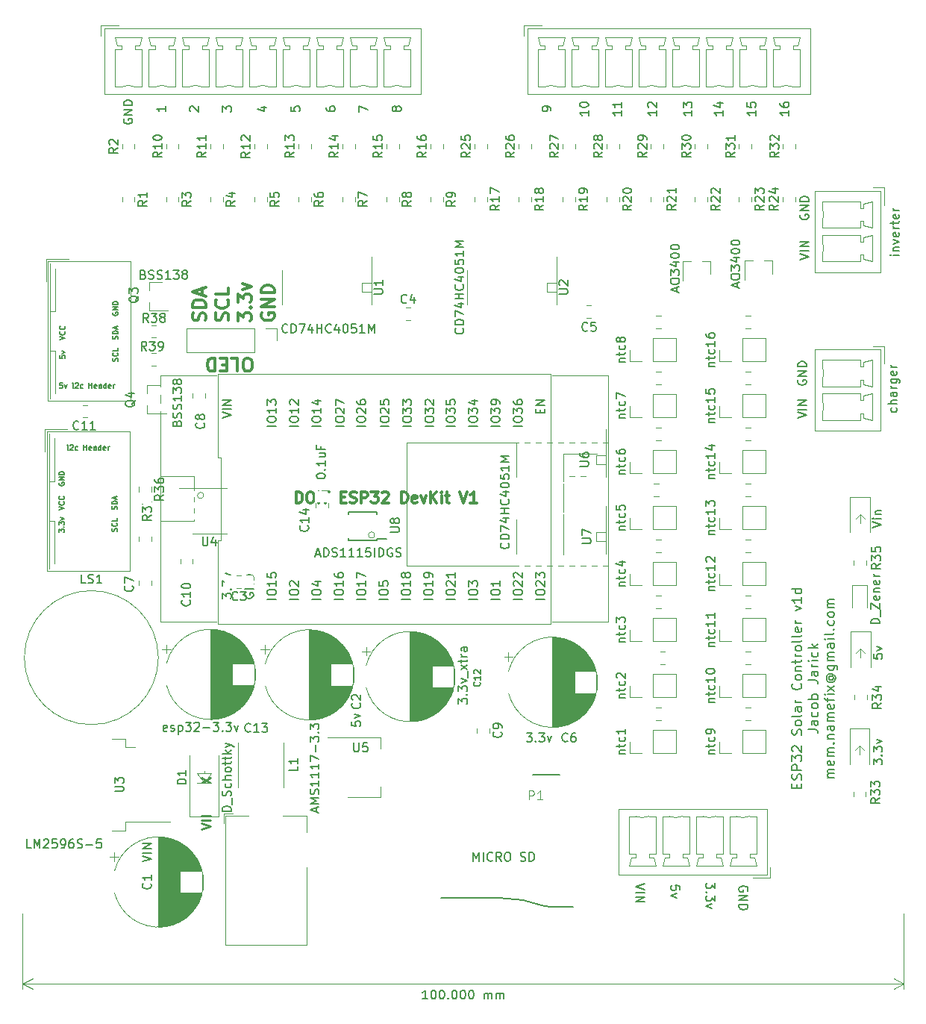
<source format=gbr>
%TF.GenerationSoftware,KiCad,Pcbnew,(5.1.4)-1*%
%TF.CreationDate,2020-03-16T02:23:40+08:00*%
%TF.ProjectId,led controller v5,6c656420-636f-46e7-9472-6f6c6c657220,rev?*%
%TF.SameCoordinates,Original*%
%TF.FileFunction,Legend,Top*%
%TF.FilePolarity,Positive*%
%FSLAX46Y46*%
G04 Gerber Fmt 4.6, Leading zero omitted, Abs format (unit mm)*
G04 Created by KiCad (PCBNEW (5.1.4)-1) date 2020-03-16 02:23:40*
%MOMM*%
%LPD*%
G04 APERTURE LIST*
%ADD10C,0.200000*%
%ADD11C,0.150000*%
%ADD12C,0.120000*%
%ADD13C,0.300000*%
%ADD14C,0.250000*%
%ADD15C,0.100000*%
%ADD16C,0.127000*%
%ADD17C,0.312500*%
%ADD18C,0.015000*%
%ADD19O,1.302000X2.102000*%
%ADD20R,1.302000X2.102000*%
%ADD21O,1.902000X3.702000*%
%ADD22C,1.902000*%
%ADD23R,1.829200X1.829200*%
%ADD24O,1.829200X1.829200*%
%ADD25C,1.252000*%
%ADD26C,2.102000*%
%ADD27R,2.102000X2.102000*%
%ADD28R,1.202000X0.352000*%
%ADD29C,0.652000*%
%ADD30O,1.802000X1.802000*%
%ADD31R,1.802000X1.802000*%
%ADD32C,1.527000*%
%ADD33R,2.102000X1.602000*%
%ADD34R,2.102000X3.902000*%
%ADD35R,1.002000X0.902000*%
%ADD36C,0.702000*%
%ADD37C,1.002000*%
%ADD38R,1.502000X2.302000*%
%ADD39R,1.902000X1.502000*%
%ADD40R,1.502000X1.702000*%
%ADD41R,0.802000X1.702000*%
%ADD42R,0.902000X1.002000*%
%ADD43O,3.702000X1.902000*%
%ADD44R,0.602000X0.602000*%
%ADD45R,9.502000X10.902000*%
%ADD46R,4.702000X1.202000*%
%ADD47R,4.302000X1.602000*%
%ADD48R,1.902000X3.602000*%
%ADD49C,0.902000*%
%ADD50C,6.502000*%
%ADD51C,3.602000*%
%ADD52C,3.102000*%
%ADD53R,3.602000X3.602000*%
G04 APERTURE END LIST*
D10*
X88821428Y-94788095D02*
X88821428Y-94421428D01*
X89397619Y-94264285D02*
X89397619Y-94788095D01*
X88297619Y-94788095D01*
X88297619Y-94264285D01*
X89345238Y-93845238D02*
X89397619Y-93688095D01*
X89397619Y-93426190D01*
X89345238Y-93321428D01*
X89292857Y-93269047D01*
X89188095Y-93216666D01*
X89083333Y-93216666D01*
X88978571Y-93269047D01*
X88926190Y-93321428D01*
X88873809Y-93426190D01*
X88821428Y-93635714D01*
X88769047Y-93740476D01*
X88716666Y-93792857D01*
X88611904Y-93845238D01*
X88507142Y-93845238D01*
X88402380Y-93792857D01*
X88350000Y-93740476D01*
X88297619Y-93635714D01*
X88297619Y-93373809D01*
X88350000Y-93216666D01*
X89397619Y-92745238D02*
X88297619Y-92745238D01*
X88297619Y-92326190D01*
X88350000Y-92221428D01*
X88402380Y-92169047D01*
X88507142Y-92116666D01*
X88664285Y-92116666D01*
X88769047Y-92169047D01*
X88821428Y-92221428D01*
X88873809Y-92326190D01*
X88873809Y-92745238D01*
X88297619Y-91750000D02*
X88297619Y-91069047D01*
X88716666Y-91435714D01*
X88716666Y-91278571D01*
X88769047Y-91173809D01*
X88821428Y-91121428D01*
X88926190Y-91069047D01*
X89188095Y-91069047D01*
X89292857Y-91121428D01*
X89345238Y-91173809D01*
X89397619Y-91278571D01*
X89397619Y-91592857D01*
X89345238Y-91697619D01*
X89292857Y-91750000D01*
X88402380Y-90650000D02*
X88350000Y-90597619D01*
X88297619Y-90492857D01*
X88297619Y-90230952D01*
X88350000Y-90126190D01*
X88402380Y-90073809D01*
X88507142Y-90021428D01*
X88611904Y-90021428D01*
X88769047Y-90073809D01*
X89397619Y-90702380D01*
X89397619Y-90021428D01*
X89345238Y-88764285D02*
X89397619Y-88607142D01*
X89397619Y-88345238D01*
X89345238Y-88240476D01*
X89292857Y-88188095D01*
X89188095Y-88135714D01*
X89083333Y-88135714D01*
X88978571Y-88188095D01*
X88926190Y-88240476D01*
X88873809Y-88345238D01*
X88821428Y-88554761D01*
X88769047Y-88659523D01*
X88716666Y-88711904D01*
X88611904Y-88764285D01*
X88507142Y-88764285D01*
X88402380Y-88711904D01*
X88350000Y-88659523D01*
X88297619Y-88554761D01*
X88297619Y-88292857D01*
X88350000Y-88135714D01*
X89397619Y-87507142D02*
X89345238Y-87611904D01*
X89292857Y-87664285D01*
X89188095Y-87716666D01*
X88873809Y-87716666D01*
X88769047Y-87664285D01*
X88716666Y-87611904D01*
X88664285Y-87507142D01*
X88664285Y-87350000D01*
X88716666Y-87245238D01*
X88769047Y-87192857D01*
X88873809Y-87140476D01*
X89188095Y-87140476D01*
X89292857Y-87192857D01*
X89345238Y-87245238D01*
X89397619Y-87350000D01*
X89397619Y-87507142D01*
X89397619Y-86511904D02*
X89345238Y-86616666D01*
X89240476Y-86669047D01*
X88297619Y-86669047D01*
X89397619Y-85621428D02*
X88821428Y-85621428D01*
X88716666Y-85673809D01*
X88664285Y-85778571D01*
X88664285Y-85988095D01*
X88716666Y-86092857D01*
X89345238Y-85621428D02*
X89397619Y-85726190D01*
X89397619Y-85988095D01*
X89345238Y-86092857D01*
X89240476Y-86145238D01*
X89135714Y-86145238D01*
X89030952Y-86092857D01*
X88978571Y-85988095D01*
X88978571Y-85726190D01*
X88926190Y-85621428D01*
X89397619Y-85097619D02*
X88664285Y-85097619D01*
X88873809Y-85097619D02*
X88769047Y-85045238D01*
X88716666Y-84992857D01*
X88664285Y-84888095D01*
X88664285Y-84783333D01*
X89292857Y-82950000D02*
X89345238Y-83002380D01*
X89397619Y-83159523D01*
X89397619Y-83264285D01*
X89345238Y-83421428D01*
X89240476Y-83526190D01*
X89135714Y-83578571D01*
X88926190Y-83630952D01*
X88769047Y-83630952D01*
X88559523Y-83578571D01*
X88454761Y-83526190D01*
X88350000Y-83421428D01*
X88297619Y-83264285D01*
X88297619Y-83159523D01*
X88350000Y-83002380D01*
X88402380Y-82950000D01*
X89397619Y-82321428D02*
X89345238Y-82426190D01*
X89292857Y-82478571D01*
X89188095Y-82530952D01*
X88873809Y-82530952D01*
X88769047Y-82478571D01*
X88716666Y-82426190D01*
X88664285Y-82321428D01*
X88664285Y-82164285D01*
X88716666Y-82059523D01*
X88769047Y-82007142D01*
X88873809Y-81954761D01*
X89188095Y-81954761D01*
X89292857Y-82007142D01*
X89345238Y-82059523D01*
X89397619Y-82164285D01*
X89397619Y-82321428D01*
X88664285Y-81483333D02*
X89397619Y-81483333D01*
X88769047Y-81483333D02*
X88716666Y-81430952D01*
X88664285Y-81326190D01*
X88664285Y-81169047D01*
X88716666Y-81064285D01*
X88821428Y-81011904D01*
X89397619Y-81011904D01*
X88664285Y-80645238D02*
X88664285Y-80226190D01*
X88297619Y-80488095D02*
X89240476Y-80488095D01*
X89345238Y-80435714D01*
X89397619Y-80330952D01*
X89397619Y-80226190D01*
X89397619Y-79859523D02*
X88664285Y-79859523D01*
X88873809Y-79859523D02*
X88769047Y-79807142D01*
X88716666Y-79754761D01*
X88664285Y-79650000D01*
X88664285Y-79545238D01*
X89397619Y-79021428D02*
X89345238Y-79126190D01*
X89292857Y-79178571D01*
X89188095Y-79230952D01*
X88873809Y-79230952D01*
X88769047Y-79178571D01*
X88716666Y-79126190D01*
X88664285Y-79021428D01*
X88664285Y-78864285D01*
X88716666Y-78759523D01*
X88769047Y-78707142D01*
X88873809Y-78654761D01*
X89188095Y-78654761D01*
X89292857Y-78707142D01*
X89345238Y-78759523D01*
X89397619Y-78864285D01*
X89397619Y-79021428D01*
X89397619Y-78026190D02*
X89345238Y-78130952D01*
X89240476Y-78183333D01*
X88297619Y-78183333D01*
X89397619Y-77450000D02*
X89345238Y-77554761D01*
X89240476Y-77607142D01*
X88297619Y-77607142D01*
X89345238Y-76611904D02*
X89397619Y-76716666D01*
X89397619Y-76926190D01*
X89345238Y-77030952D01*
X89240476Y-77083333D01*
X88821428Y-77083333D01*
X88716666Y-77030952D01*
X88664285Y-76926190D01*
X88664285Y-76716666D01*
X88716666Y-76611904D01*
X88821428Y-76559523D01*
X88926190Y-76559523D01*
X89030952Y-77083333D01*
X89397619Y-76088095D02*
X88664285Y-76088095D01*
X88873809Y-76088095D02*
X88769047Y-76035714D01*
X88716666Y-75983333D01*
X88664285Y-75878571D01*
X88664285Y-75773809D01*
X88664285Y-74673809D02*
X89397619Y-74411904D01*
X88664285Y-74150000D01*
X89397619Y-73154761D02*
X89397619Y-73783333D01*
X89397619Y-73469047D02*
X88297619Y-73469047D01*
X88454761Y-73573809D01*
X88559523Y-73678571D01*
X88611904Y-73783333D01*
X89397619Y-72211904D02*
X88297619Y-72211904D01*
X89345238Y-72211904D02*
X89397619Y-72316666D01*
X89397619Y-72526190D01*
X89345238Y-72630952D01*
X89292857Y-72683333D01*
X89188095Y-72735714D01*
X88873809Y-72735714D01*
X88769047Y-72683333D01*
X88716666Y-72630952D01*
X88664285Y-72526190D01*
X88664285Y-72316666D01*
X88716666Y-72211904D01*
X90147619Y-88161904D02*
X90933333Y-88161904D01*
X91090476Y-88214285D01*
X91195238Y-88319047D01*
X91247619Y-88476190D01*
X91247619Y-88580952D01*
X91247619Y-87166666D02*
X90671428Y-87166666D01*
X90566666Y-87219047D01*
X90514285Y-87323809D01*
X90514285Y-87533333D01*
X90566666Y-87638095D01*
X91195238Y-87166666D02*
X91247619Y-87271428D01*
X91247619Y-87533333D01*
X91195238Y-87638095D01*
X91090476Y-87690476D01*
X90985714Y-87690476D01*
X90880952Y-87638095D01*
X90828571Y-87533333D01*
X90828571Y-87271428D01*
X90776190Y-87166666D01*
X91195238Y-86171428D02*
X91247619Y-86276190D01*
X91247619Y-86485714D01*
X91195238Y-86590476D01*
X91142857Y-86642857D01*
X91038095Y-86695238D01*
X90723809Y-86695238D01*
X90619047Y-86642857D01*
X90566666Y-86590476D01*
X90514285Y-86485714D01*
X90514285Y-86276190D01*
X90566666Y-86171428D01*
X91247619Y-85542857D02*
X91195238Y-85647619D01*
X91142857Y-85700000D01*
X91038095Y-85752380D01*
X90723809Y-85752380D01*
X90619047Y-85700000D01*
X90566666Y-85647619D01*
X90514285Y-85542857D01*
X90514285Y-85385714D01*
X90566666Y-85280952D01*
X90619047Y-85228571D01*
X90723809Y-85176190D01*
X91038095Y-85176190D01*
X91142857Y-85228571D01*
X91195238Y-85280952D01*
X91247619Y-85385714D01*
X91247619Y-85542857D01*
X91247619Y-84704761D02*
X90147619Y-84704761D01*
X90566666Y-84704761D02*
X90514285Y-84600000D01*
X90514285Y-84390476D01*
X90566666Y-84285714D01*
X90619047Y-84233333D01*
X90723809Y-84180952D01*
X91038095Y-84180952D01*
X91142857Y-84233333D01*
X91195238Y-84285714D01*
X91247619Y-84390476D01*
X91247619Y-84600000D01*
X91195238Y-84704761D01*
X90147619Y-82557142D02*
X90933333Y-82557142D01*
X91090476Y-82609523D01*
X91195238Y-82714285D01*
X91247619Y-82871428D01*
X91247619Y-82976190D01*
X91247619Y-81561904D02*
X90671428Y-81561904D01*
X90566666Y-81614285D01*
X90514285Y-81719047D01*
X90514285Y-81928571D01*
X90566666Y-82033333D01*
X91195238Y-81561904D02*
X91247619Y-81666666D01*
X91247619Y-81928571D01*
X91195238Y-82033333D01*
X91090476Y-82085714D01*
X90985714Y-82085714D01*
X90880952Y-82033333D01*
X90828571Y-81928571D01*
X90828571Y-81666666D01*
X90776190Y-81561904D01*
X91247619Y-81038095D02*
X90514285Y-81038095D01*
X90723809Y-81038095D02*
X90619047Y-80985714D01*
X90566666Y-80933333D01*
X90514285Y-80828571D01*
X90514285Y-80723809D01*
X91247619Y-80357142D02*
X90514285Y-80357142D01*
X90147619Y-80357142D02*
X90200000Y-80409523D01*
X90252380Y-80357142D01*
X90200000Y-80304761D01*
X90147619Y-80357142D01*
X90252380Y-80357142D01*
X91195238Y-79361904D02*
X91247619Y-79466666D01*
X91247619Y-79676190D01*
X91195238Y-79780952D01*
X91142857Y-79833333D01*
X91038095Y-79885714D01*
X90723809Y-79885714D01*
X90619047Y-79833333D01*
X90566666Y-79780952D01*
X90514285Y-79676190D01*
X90514285Y-79466666D01*
X90566666Y-79361904D01*
X91247619Y-78890476D02*
X90147619Y-78890476D01*
X90828571Y-78785714D02*
X91247619Y-78471428D01*
X90514285Y-78471428D02*
X90933333Y-78890476D01*
X93097619Y-93609523D02*
X92364285Y-93609523D01*
X92469047Y-93609523D02*
X92416666Y-93557142D01*
X92364285Y-93452380D01*
X92364285Y-93295238D01*
X92416666Y-93190476D01*
X92521428Y-93138095D01*
X93097619Y-93138095D01*
X92521428Y-93138095D02*
X92416666Y-93085714D01*
X92364285Y-92980952D01*
X92364285Y-92823809D01*
X92416666Y-92719047D01*
X92521428Y-92666666D01*
X93097619Y-92666666D01*
X93045238Y-91723809D02*
X93097619Y-91828571D01*
X93097619Y-92038095D01*
X93045238Y-92142857D01*
X92940476Y-92195238D01*
X92521428Y-92195238D01*
X92416666Y-92142857D01*
X92364285Y-92038095D01*
X92364285Y-91828571D01*
X92416666Y-91723809D01*
X92521428Y-91671428D01*
X92626190Y-91671428D01*
X92730952Y-92195238D01*
X93097619Y-91200000D02*
X92364285Y-91200000D01*
X92469047Y-91200000D02*
X92416666Y-91147619D01*
X92364285Y-91042857D01*
X92364285Y-90885714D01*
X92416666Y-90780952D01*
X92521428Y-90728571D01*
X93097619Y-90728571D01*
X92521428Y-90728571D02*
X92416666Y-90676190D01*
X92364285Y-90571428D01*
X92364285Y-90414285D01*
X92416666Y-90309523D01*
X92521428Y-90257142D01*
X93097619Y-90257142D01*
X92992857Y-89733333D02*
X93045238Y-89680952D01*
X93097619Y-89733333D01*
X93045238Y-89785714D01*
X92992857Y-89733333D01*
X93097619Y-89733333D01*
X92364285Y-89209523D02*
X93097619Y-89209523D01*
X92469047Y-89209523D02*
X92416666Y-89157142D01*
X92364285Y-89052380D01*
X92364285Y-88895238D01*
X92416666Y-88790476D01*
X92521428Y-88738095D01*
X93097619Y-88738095D01*
X93097619Y-87742857D02*
X92521428Y-87742857D01*
X92416666Y-87795238D01*
X92364285Y-87900000D01*
X92364285Y-88109523D01*
X92416666Y-88214285D01*
X93045238Y-87742857D02*
X93097619Y-87847619D01*
X93097619Y-88109523D01*
X93045238Y-88214285D01*
X92940476Y-88266666D01*
X92835714Y-88266666D01*
X92730952Y-88214285D01*
X92678571Y-88109523D01*
X92678571Y-87847619D01*
X92626190Y-87742857D01*
X93097619Y-87219047D02*
X92364285Y-87219047D01*
X92469047Y-87219047D02*
X92416666Y-87166666D01*
X92364285Y-87061904D01*
X92364285Y-86904761D01*
X92416666Y-86800000D01*
X92521428Y-86747619D01*
X93097619Y-86747619D01*
X92521428Y-86747619D02*
X92416666Y-86695238D01*
X92364285Y-86590476D01*
X92364285Y-86433333D01*
X92416666Y-86328571D01*
X92521428Y-86276190D01*
X93097619Y-86276190D01*
X93045238Y-85333333D02*
X93097619Y-85438095D01*
X93097619Y-85647619D01*
X93045238Y-85752380D01*
X92940476Y-85804761D01*
X92521428Y-85804761D01*
X92416666Y-85752380D01*
X92364285Y-85647619D01*
X92364285Y-85438095D01*
X92416666Y-85333333D01*
X92521428Y-85280952D01*
X92626190Y-85280952D01*
X92730952Y-85804761D01*
X92364285Y-84966666D02*
X92364285Y-84547619D01*
X93097619Y-84809523D02*
X92154761Y-84809523D01*
X92050000Y-84757142D01*
X91997619Y-84652380D01*
X91997619Y-84547619D01*
X93097619Y-84180952D02*
X92364285Y-84180952D01*
X91997619Y-84180952D02*
X92050000Y-84233333D01*
X92102380Y-84180952D01*
X92050000Y-84128571D01*
X91997619Y-84180952D01*
X92102380Y-84180952D01*
X93097619Y-83761904D02*
X92364285Y-83185714D01*
X92364285Y-83761904D02*
X93097619Y-83185714D01*
X92573809Y-82085714D02*
X92521428Y-82138095D01*
X92469047Y-82242857D01*
X92469047Y-82347619D01*
X92521428Y-82452380D01*
X92573809Y-82504761D01*
X92678571Y-82557142D01*
X92783333Y-82557142D01*
X92888095Y-82504761D01*
X92940476Y-82452380D01*
X92992857Y-82347619D01*
X92992857Y-82242857D01*
X92940476Y-82138095D01*
X92888095Y-82085714D01*
X92469047Y-82085714D02*
X92888095Y-82085714D01*
X92940476Y-82033333D01*
X92940476Y-81980952D01*
X92888095Y-81876190D01*
X92783333Y-81823809D01*
X92521428Y-81823809D01*
X92364285Y-81928571D01*
X92259523Y-82085714D01*
X92207142Y-82295238D01*
X92259523Y-82504761D01*
X92364285Y-82661904D01*
X92521428Y-82766666D01*
X92730952Y-82819047D01*
X92940476Y-82766666D01*
X93097619Y-82661904D01*
X93202380Y-82504761D01*
X93254761Y-82295238D01*
X93202380Y-82085714D01*
X93097619Y-81928571D01*
X92364285Y-80880952D02*
X93254761Y-80880952D01*
X93359523Y-80933333D01*
X93411904Y-80985714D01*
X93464285Y-81090476D01*
X93464285Y-81247619D01*
X93411904Y-81352380D01*
X93045238Y-80880952D02*
X93097619Y-80985714D01*
X93097619Y-81195238D01*
X93045238Y-81300000D01*
X92992857Y-81352380D01*
X92888095Y-81404761D01*
X92573809Y-81404761D01*
X92469047Y-81352380D01*
X92416666Y-81300000D01*
X92364285Y-81195238D01*
X92364285Y-80985714D01*
X92416666Y-80880952D01*
X93097619Y-80357142D02*
X92364285Y-80357142D01*
X92469047Y-80357142D02*
X92416666Y-80304761D01*
X92364285Y-80200000D01*
X92364285Y-80042857D01*
X92416666Y-79938095D01*
X92521428Y-79885714D01*
X93097619Y-79885714D01*
X92521428Y-79885714D02*
X92416666Y-79833333D01*
X92364285Y-79728571D01*
X92364285Y-79571428D01*
X92416666Y-79466666D01*
X92521428Y-79414285D01*
X93097619Y-79414285D01*
X93097619Y-78419047D02*
X92521428Y-78419047D01*
X92416666Y-78471428D01*
X92364285Y-78576190D01*
X92364285Y-78785714D01*
X92416666Y-78890476D01*
X93045238Y-78419047D02*
X93097619Y-78523809D01*
X93097619Y-78785714D01*
X93045238Y-78890476D01*
X92940476Y-78942857D01*
X92835714Y-78942857D01*
X92730952Y-78890476D01*
X92678571Y-78785714D01*
X92678571Y-78523809D01*
X92626190Y-78419047D01*
X93097619Y-77895238D02*
X92364285Y-77895238D01*
X91997619Y-77895238D02*
X92050000Y-77947619D01*
X92102380Y-77895238D01*
X92050000Y-77842857D01*
X91997619Y-77895238D01*
X92102380Y-77895238D01*
X93097619Y-77214285D02*
X93045238Y-77319047D01*
X92940476Y-77371428D01*
X91997619Y-77371428D01*
X92992857Y-76795238D02*
X93045238Y-76742857D01*
X93097619Y-76795238D01*
X93045238Y-76847619D01*
X92992857Y-76795238D01*
X93097619Y-76795238D01*
X93045238Y-75800000D02*
X93097619Y-75904761D01*
X93097619Y-76114285D01*
X93045238Y-76219047D01*
X92992857Y-76271428D01*
X92888095Y-76323809D01*
X92573809Y-76323809D01*
X92469047Y-76271428D01*
X92416666Y-76219047D01*
X92364285Y-76114285D01*
X92364285Y-75904761D01*
X92416666Y-75800000D01*
X93097619Y-75171428D02*
X93045238Y-75276190D01*
X92992857Y-75328571D01*
X92888095Y-75380952D01*
X92573809Y-75380952D01*
X92469047Y-75328571D01*
X92416666Y-75276190D01*
X92364285Y-75171428D01*
X92364285Y-75014285D01*
X92416666Y-74909523D01*
X92469047Y-74857142D01*
X92573809Y-74804761D01*
X92888095Y-74804761D01*
X92992857Y-74857142D01*
X93045238Y-74909523D01*
X93097619Y-75014285D01*
X93097619Y-75171428D01*
X93097619Y-74333333D02*
X92364285Y-74333333D01*
X92469047Y-74333333D02*
X92416666Y-74280952D01*
X92364285Y-74176190D01*
X92364285Y-74019047D01*
X92416666Y-73914285D01*
X92521428Y-73861904D01*
X93097619Y-73861904D01*
X92521428Y-73861904D02*
X92416666Y-73809523D01*
X92364285Y-73704761D01*
X92364285Y-73547619D01*
X92416666Y-73442857D01*
X92521428Y-73390476D01*
X93097619Y-73390476D01*
D11*
X46952380Y-118722380D02*
X46380952Y-118722380D01*
X46666666Y-118722380D02*
X46666666Y-117722380D01*
X46571428Y-117865238D01*
X46476190Y-117960476D01*
X46380952Y-118008095D01*
X47571428Y-117722380D02*
X47666666Y-117722380D01*
X47761904Y-117770000D01*
X47809523Y-117817619D01*
X47857142Y-117912857D01*
X47904761Y-118103333D01*
X47904761Y-118341428D01*
X47857142Y-118531904D01*
X47809523Y-118627142D01*
X47761904Y-118674761D01*
X47666666Y-118722380D01*
X47571428Y-118722380D01*
X47476190Y-118674761D01*
X47428571Y-118627142D01*
X47380952Y-118531904D01*
X47333333Y-118341428D01*
X47333333Y-118103333D01*
X47380952Y-117912857D01*
X47428571Y-117817619D01*
X47476190Y-117770000D01*
X47571428Y-117722380D01*
X48523809Y-117722380D02*
X48619047Y-117722380D01*
X48714285Y-117770000D01*
X48761904Y-117817619D01*
X48809523Y-117912857D01*
X48857142Y-118103333D01*
X48857142Y-118341428D01*
X48809523Y-118531904D01*
X48761904Y-118627142D01*
X48714285Y-118674761D01*
X48619047Y-118722380D01*
X48523809Y-118722380D01*
X48428571Y-118674761D01*
X48380952Y-118627142D01*
X48333333Y-118531904D01*
X48285714Y-118341428D01*
X48285714Y-118103333D01*
X48333333Y-117912857D01*
X48380952Y-117817619D01*
X48428571Y-117770000D01*
X48523809Y-117722380D01*
X49285714Y-118627142D02*
X49333333Y-118674761D01*
X49285714Y-118722380D01*
X49238095Y-118674761D01*
X49285714Y-118627142D01*
X49285714Y-118722380D01*
X49952380Y-117722380D02*
X50047619Y-117722380D01*
X50142857Y-117770000D01*
X50190476Y-117817619D01*
X50238095Y-117912857D01*
X50285714Y-118103333D01*
X50285714Y-118341428D01*
X50238095Y-118531904D01*
X50190476Y-118627142D01*
X50142857Y-118674761D01*
X50047619Y-118722380D01*
X49952380Y-118722380D01*
X49857142Y-118674761D01*
X49809523Y-118627142D01*
X49761904Y-118531904D01*
X49714285Y-118341428D01*
X49714285Y-118103333D01*
X49761904Y-117912857D01*
X49809523Y-117817619D01*
X49857142Y-117770000D01*
X49952380Y-117722380D01*
X50904761Y-117722380D02*
X50999999Y-117722380D01*
X51095238Y-117770000D01*
X51142857Y-117817619D01*
X51190476Y-117912857D01*
X51238095Y-118103333D01*
X51238095Y-118341428D01*
X51190476Y-118531904D01*
X51142857Y-118627142D01*
X51095238Y-118674761D01*
X50999999Y-118722380D01*
X50904761Y-118722380D01*
X50809523Y-118674761D01*
X50761904Y-118627142D01*
X50714285Y-118531904D01*
X50666666Y-118341428D01*
X50666666Y-118103333D01*
X50714285Y-117912857D01*
X50761904Y-117817619D01*
X50809523Y-117770000D01*
X50904761Y-117722380D01*
X51857142Y-117722380D02*
X51952380Y-117722380D01*
X52047619Y-117770000D01*
X52095238Y-117817619D01*
X52142857Y-117912857D01*
X52190476Y-118103333D01*
X52190476Y-118341428D01*
X52142857Y-118531904D01*
X52095238Y-118627142D01*
X52047619Y-118674761D01*
X51952380Y-118722380D01*
X51857142Y-118722380D01*
X51761904Y-118674761D01*
X51714285Y-118627142D01*
X51666666Y-118531904D01*
X51619047Y-118341428D01*
X51619047Y-118103333D01*
X51666666Y-117912857D01*
X51714285Y-117817619D01*
X51761904Y-117770000D01*
X51857142Y-117722380D01*
X53380952Y-118722380D02*
X53380952Y-118055714D01*
X53380952Y-118150952D02*
X53428571Y-118103333D01*
X53523809Y-118055714D01*
X53666666Y-118055714D01*
X53761904Y-118103333D01*
X53809523Y-118198571D01*
X53809523Y-118722380D01*
X53809523Y-118198571D02*
X53857142Y-118103333D01*
X53952380Y-118055714D01*
X54095238Y-118055714D01*
X54190476Y-118103333D01*
X54238095Y-118198571D01*
X54238095Y-118722380D01*
X54714285Y-118722380D02*
X54714285Y-118055714D01*
X54714285Y-118150952D02*
X54761904Y-118103333D01*
X54857142Y-118055714D01*
X55000000Y-118055714D01*
X55095238Y-118103333D01*
X55142857Y-118198571D01*
X55142857Y-118722380D01*
X55142857Y-118198571D02*
X55190476Y-118103333D01*
X55285714Y-118055714D01*
X55428571Y-118055714D01*
X55523809Y-118103333D01*
X55571428Y-118198571D01*
X55571428Y-118722380D01*
D12*
X101000000Y-117000000D02*
X1000000Y-117000000D01*
X101000000Y-109000000D02*
X101000000Y-117586421D01*
X1000000Y-109000000D02*
X1000000Y-117586421D01*
X1000000Y-117000000D02*
X2126504Y-116413579D01*
X1000000Y-117000000D02*
X2126504Y-117586421D01*
X101000000Y-117000000D02*
X99873496Y-116413579D01*
X101000000Y-117000000D02*
X99873496Y-117586421D01*
D11*
X52118619Y-103083380D02*
X52118619Y-102083380D01*
X52451952Y-102797666D01*
X52785285Y-102083380D01*
X52785285Y-103083380D01*
X53261476Y-103083380D02*
X53261476Y-102083380D01*
X54309095Y-102988142D02*
X54261476Y-103035761D01*
X54118619Y-103083380D01*
X54023380Y-103083380D01*
X53880523Y-103035761D01*
X53785285Y-102940523D01*
X53737666Y-102845285D01*
X53690047Y-102654809D01*
X53690047Y-102511952D01*
X53737666Y-102321476D01*
X53785285Y-102226238D01*
X53880523Y-102131000D01*
X54023380Y-102083380D01*
X54118619Y-102083380D01*
X54261476Y-102131000D01*
X54309095Y-102178619D01*
X55309095Y-103083380D02*
X54975761Y-102607190D01*
X54737666Y-103083380D02*
X54737666Y-102083380D01*
X55118619Y-102083380D01*
X55213857Y-102131000D01*
X55261476Y-102178619D01*
X55309095Y-102273857D01*
X55309095Y-102416714D01*
X55261476Y-102511952D01*
X55213857Y-102559571D01*
X55118619Y-102607190D01*
X54737666Y-102607190D01*
X55928142Y-102083380D02*
X56118619Y-102083380D01*
X56213857Y-102131000D01*
X56309095Y-102226238D01*
X56356714Y-102416714D01*
X56356714Y-102750047D01*
X56309095Y-102940523D01*
X56213857Y-103035761D01*
X56118619Y-103083380D01*
X55928142Y-103083380D01*
X55832904Y-103035761D01*
X55737666Y-102940523D01*
X55690047Y-102750047D01*
X55690047Y-102416714D01*
X55737666Y-102226238D01*
X55832904Y-102131000D01*
X55928142Y-102083380D01*
X57499571Y-103035761D02*
X57642428Y-103083380D01*
X57880523Y-103083380D01*
X57975761Y-103035761D01*
X58023380Y-102988142D01*
X58071000Y-102892904D01*
X58071000Y-102797666D01*
X58023380Y-102702428D01*
X57975761Y-102654809D01*
X57880523Y-102607190D01*
X57690047Y-102559571D01*
X57594809Y-102511952D01*
X57547190Y-102464333D01*
X57499571Y-102369095D01*
X57499571Y-102273857D01*
X57547190Y-102178619D01*
X57594809Y-102131000D01*
X57690047Y-102083380D01*
X57928142Y-102083380D01*
X58071000Y-102131000D01*
X58499571Y-103083380D02*
X58499571Y-102083380D01*
X58737666Y-102083380D01*
X58880523Y-102131000D01*
X58975761Y-102226238D01*
X59023380Y-102321476D01*
X59071000Y-102511952D01*
X59071000Y-102654809D01*
X59023380Y-102845285D01*
X58975761Y-102940523D01*
X58880523Y-103035761D01*
X58737666Y-103083380D01*
X58499571Y-103083380D01*
D13*
X26662142Y-47521428D02*
X26376428Y-47521428D01*
X26233571Y-47450000D01*
X26090714Y-47307142D01*
X26019285Y-47021428D01*
X26019285Y-46521428D01*
X26090714Y-46235714D01*
X26233571Y-46092857D01*
X26376428Y-46021428D01*
X26662142Y-46021428D01*
X26805000Y-46092857D01*
X26947857Y-46235714D01*
X27019285Y-46521428D01*
X27019285Y-47021428D01*
X26947857Y-47307142D01*
X26805000Y-47450000D01*
X26662142Y-47521428D01*
X24662142Y-46021428D02*
X25376428Y-46021428D01*
X25376428Y-47521428D01*
X24162142Y-46807142D02*
X23662142Y-46807142D01*
X23447857Y-46021428D02*
X24162142Y-46021428D01*
X24162142Y-47521428D01*
X23447857Y-47521428D01*
X22805000Y-46021428D02*
X22805000Y-47521428D01*
X22447857Y-47521428D01*
X22233571Y-47450000D01*
X22090714Y-47307142D01*
X22019285Y-47164285D01*
X21947857Y-46878571D01*
X21947857Y-46664285D01*
X22019285Y-46378571D01*
X22090714Y-46235714D01*
X22233571Y-46092857D01*
X22447857Y-46021428D01*
X22805000Y-46021428D01*
X21702142Y-41764285D02*
X21773571Y-41550000D01*
X21773571Y-41192857D01*
X21702142Y-41050000D01*
X21630714Y-40978571D01*
X21487857Y-40907142D01*
X21345000Y-40907142D01*
X21202142Y-40978571D01*
X21130714Y-41050000D01*
X21059285Y-41192857D01*
X20987857Y-41478571D01*
X20916428Y-41621428D01*
X20845000Y-41692857D01*
X20702142Y-41764285D01*
X20559285Y-41764285D01*
X20416428Y-41692857D01*
X20345000Y-41621428D01*
X20273571Y-41478571D01*
X20273571Y-41121428D01*
X20345000Y-40907142D01*
X21773571Y-40264285D02*
X20273571Y-40264285D01*
X20273571Y-39907142D01*
X20345000Y-39692857D01*
X20487857Y-39550000D01*
X20630714Y-39478571D01*
X20916428Y-39407142D01*
X21130714Y-39407142D01*
X21416428Y-39478571D01*
X21559285Y-39550000D01*
X21702142Y-39692857D01*
X21773571Y-39907142D01*
X21773571Y-40264285D01*
X21345000Y-38835714D02*
X21345000Y-38121428D01*
X21773571Y-38978571D02*
X20273571Y-38478571D01*
X21773571Y-37978571D01*
X24302142Y-41764285D02*
X24373571Y-41550000D01*
X24373571Y-41192857D01*
X24302142Y-41050000D01*
X24230714Y-40978571D01*
X24087857Y-40907142D01*
X23945000Y-40907142D01*
X23802142Y-40978571D01*
X23730714Y-41050000D01*
X23659285Y-41192857D01*
X23587857Y-41478571D01*
X23516428Y-41621428D01*
X23445000Y-41692857D01*
X23302142Y-41764285D01*
X23159285Y-41764285D01*
X23016428Y-41692857D01*
X22945000Y-41621428D01*
X22873571Y-41478571D01*
X22873571Y-41121428D01*
X22945000Y-40907142D01*
X24230714Y-39407142D02*
X24302142Y-39478571D01*
X24373571Y-39692857D01*
X24373571Y-39835714D01*
X24302142Y-40050000D01*
X24159285Y-40192857D01*
X24016428Y-40264285D01*
X23730714Y-40335714D01*
X23516428Y-40335714D01*
X23230714Y-40264285D01*
X23087857Y-40192857D01*
X22945000Y-40050000D01*
X22873571Y-39835714D01*
X22873571Y-39692857D01*
X22945000Y-39478571D01*
X23016428Y-39407142D01*
X24373571Y-38050000D02*
X24373571Y-38764285D01*
X22873571Y-38764285D01*
X25473571Y-41835714D02*
X25473571Y-40907142D01*
X26045000Y-41407142D01*
X26045000Y-41192857D01*
X26116428Y-41050000D01*
X26187857Y-40978571D01*
X26330714Y-40907142D01*
X26687857Y-40907142D01*
X26830714Y-40978571D01*
X26902142Y-41050000D01*
X26973571Y-41192857D01*
X26973571Y-41621428D01*
X26902142Y-41764285D01*
X26830714Y-41835714D01*
X26830714Y-40264285D02*
X26902142Y-40192857D01*
X26973571Y-40264285D01*
X26902142Y-40335714D01*
X26830714Y-40264285D01*
X26973571Y-40264285D01*
X25473571Y-39692857D02*
X25473571Y-38764285D01*
X26045000Y-39264285D01*
X26045000Y-39050000D01*
X26116428Y-38907142D01*
X26187857Y-38835714D01*
X26330714Y-38764285D01*
X26687857Y-38764285D01*
X26830714Y-38835714D01*
X26902142Y-38907142D01*
X26973571Y-39050000D01*
X26973571Y-39478571D01*
X26902142Y-39621428D01*
X26830714Y-39692857D01*
X25973571Y-38264285D02*
X26973571Y-37907142D01*
X25973571Y-37550000D01*
X28145000Y-40907142D02*
X28073571Y-41050000D01*
X28073571Y-41264285D01*
X28145000Y-41478571D01*
X28287857Y-41621428D01*
X28430714Y-41692857D01*
X28716428Y-41764285D01*
X28930714Y-41764285D01*
X29216428Y-41692857D01*
X29359285Y-41621428D01*
X29502142Y-41478571D01*
X29573571Y-41264285D01*
X29573571Y-41121428D01*
X29502142Y-40907142D01*
X29430714Y-40835714D01*
X28930714Y-40835714D01*
X28930714Y-41121428D01*
X29573571Y-40192857D02*
X28073571Y-40192857D01*
X29573571Y-39335714D01*
X28073571Y-39335714D01*
X29573571Y-38621428D02*
X28073571Y-38621428D01*
X28073571Y-38264285D01*
X28145000Y-38050000D01*
X28287857Y-37907142D01*
X28430714Y-37835714D01*
X28716428Y-37764285D01*
X28930714Y-37764285D01*
X29216428Y-37835714D01*
X29359285Y-37907142D01*
X29502142Y-38050000D01*
X29573571Y-38264285D01*
X29573571Y-38621428D01*
D11*
X89202380Y-34845238D02*
X90202380Y-34511904D01*
X89202380Y-34178571D01*
X90202380Y-33845238D02*
X89202380Y-33845238D01*
X90202380Y-33369047D02*
X89202380Y-33369047D01*
X90202380Y-32797619D01*
X89202380Y-32797619D01*
X89250000Y-29761904D02*
X89202380Y-29857142D01*
X89202380Y-30000000D01*
X89250000Y-30142857D01*
X89345238Y-30238095D01*
X89440476Y-30285714D01*
X89630952Y-30333333D01*
X89773809Y-30333333D01*
X89964285Y-30285714D01*
X90059523Y-30238095D01*
X90154761Y-30142857D01*
X90202380Y-30000000D01*
X90202380Y-29904761D01*
X90154761Y-29761904D01*
X90107142Y-29714285D01*
X89773809Y-29714285D01*
X89773809Y-29904761D01*
X90202380Y-29285714D02*
X89202380Y-29285714D01*
X90202380Y-28714285D01*
X89202380Y-28714285D01*
X90202380Y-28238095D02*
X89202380Y-28238095D01*
X89202380Y-28000000D01*
X89250000Y-27857142D01*
X89345238Y-27761904D01*
X89440476Y-27714285D01*
X89630952Y-27666666D01*
X89773809Y-27666666D01*
X89964285Y-27714285D01*
X90059523Y-27761904D01*
X90154761Y-27857142D01*
X90202380Y-28000000D01*
X90202380Y-28238095D01*
X89000000Y-48511904D02*
X88952380Y-48607142D01*
X88952380Y-48750000D01*
X89000000Y-48892857D01*
X89095238Y-48988095D01*
X89190476Y-49035714D01*
X89380952Y-49083333D01*
X89523809Y-49083333D01*
X89714285Y-49035714D01*
X89809523Y-48988095D01*
X89904761Y-48892857D01*
X89952380Y-48750000D01*
X89952380Y-48654761D01*
X89904761Y-48511904D01*
X89857142Y-48464285D01*
X89523809Y-48464285D01*
X89523809Y-48654761D01*
X89952380Y-48035714D02*
X88952380Y-48035714D01*
X89952380Y-47464285D01*
X88952380Y-47464285D01*
X89952380Y-46988095D02*
X88952380Y-46988095D01*
X88952380Y-46750000D01*
X89000000Y-46607142D01*
X89095238Y-46511904D01*
X89190476Y-46464285D01*
X89380952Y-46416666D01*
X89523809Y-46416666D01*
X89714285Y-46464285D01*
X89809523Y-46511904D01*
X89904761Y-46607142D01*
X89952380Y-46750000D01*
X89952380Y-46988095D01*
X88952380Y-52845238D02*
X89952380Y-52511904D01*
X88952380Y-52178571D01*
X89952380Y-51845238D02*
X88952380Y-51845238D01*
X89952380Y-51369047D02*
X88952380Y-51369047D01*
X89952380Y-50797619D01*
X88952380Y-50797619D01*
X83250000Y-106488095D02*
X83297619Y-106392857D01*
X83297619Y-106250000D01*
X83250000Y-106107142D01*
X83154761Y-106011904D01*
X83059523Y-105964285D01*
X82869047Y-105916666D01*
X82726190Y-105916666D01*
X82535714Y-105964285D01*
X82440476Y-106011904D01*
X82345238Y-106107142D01*
X82297619Y-106250000D01*
X82297619Y-106345238D01*
X82345238Y-106488095D01*
X82392857Y-106535714D01*
X82726190Y-106535714D01*
X82726190Y-106345238D01*
X82297619Y-106964285D02*
X83297619Y-106964285D01*
X82297619Y-107535714D01*
X83297619Y-107535714D01*
X82297619Y-108011904D02*
X83297619Y-108011904D01*
X83297619Y-108250000D01*
X83250000Y-108392857D01*
X83154761Y-108488095D01*
X83059523Y-108535714D01*
X82869047Y-108583333D01*
X82726190Y-108583333D01*
X82535714Y-108535714D01*
X82440476Y-108488095D01*
X82345238Y-108392857D01*
X82297619Y-108250000D01*
X82297619Y-108011904D01*
X79547619Y-105571428D02*
X79547619Y-106190476D01*
X79166666Y-105857142D01*
X79166666Y-106000000D01*
X79119047Y-106095238D01*
X79071428Y-106142857D01*
X78976190Y-106190476D01*
X78738095Y-106190476D01*
X78642857Y-106142857D01*
X78595238Y-106095238D01*
X78547619Y-106000000D01*
X78547619Y-105714285D01*
X78595238Y-105619047D01*
X78642857Y-105571428D01*
X78642857Y-106619047D02*
X78595238Y-106666666D01*
X78547619Y-106619047D01*
X78595238Y-106571428D01*
X78642857Y-106619047D01*
X78547619Y-106619047D01*
X79547619Y-107000000D02*
X79547619Y-107619047D01*
X79166666Y-107285714D01*
X79166666Y-107428571D01*
X79119047Y-107523809D01*
X79071428Y-107571428D01*
X78976190Y-107619047D01*
X78738095Y-107619047D01*
X78642857Y-107571428D01*
X78595238Y-107523809D01*
X78547619Y-107428571D01*
X78547619Y-107142857D01*
X78595238Y-107047619D01*
X78642857Y-107000000D01*
X79214285Y-107952380D02*
X78547619Y-108190476D01*
X79214285Y-108428571D01*
X75547619Y-106357142D02*
X75547619Y-105880952D01*
X75071428Y-105833333D01*
X75119047Y-105880952D01*
X75166666Y-105976190D01*
X75166666Y-106214285D01*
X75119047Y-106309523D01*
X75071428Y-106357142D01*
X74976190Y-106404761D01*
X74738095Y-106404761D01*
X74642857Y-106357142D01*
X74595238Y-106309523D01*
X74547619Y-106214285D01*
X74547619Y-105976190D01*
X74595238Y-105880952D01*
X74642857Y-105833333D01*
X75214285Y-106738095D02*
X74547619Y-106976190D01*
X75214285Y-107214285D01*
X71547619Y-105654761D02*
X70547619Y-105988095D01*
X71547619Y-106321428D01*
X70547619Y-106654761D02*
X71547619Y-106654761D01*
X70547619Y-107130952D02*
X71547619Y-107130952D01*
X70547619Y-107702380D01*
X71547619Y-107702380D01*
X87952380Y-17940476D02*
X87952380Y-18511904D01*
X87952380Y-18226190D02*
X86952380Y-18226190D01*
X87095238Y-18321428D01*
X87190476Y-18416666D01*
X87238095Y-18511904D01*
X86952380Y-17083333D02*
X86952380Y-17273809D01*
X87000000Y-17369047D01*
X87047619Y-17416666D01*
X87190476Y-17511904D01*
X87380952Y-17559523D01*
X87761904Y-17559523D01*
X87857142Y-17511904D01*
X87904761Y-17464285D01*
X87952380Y-17369047D01*
X87952380Y-17178571D01*
X87904761Y-17083333D01*
X87857142Y-17035714D01*
X87761904Y-16988095D01*
X87523809Y-16988095D01*
X87428571Y-17035714D01*
X87380952Y-17083333D01*
X87333333Y-17178571D01*
X87333333Y-17369047D01*
X87380952Y-17464285D01*
X87428571Y-17511904D01*
X87523809Y-17559523D01*
X84202380Y-17940476D02*
X84202380Y-18511904D01*
X84202380Y-18226190D02*
X83202380Y-18226190D01*
X83345238Y-18321428D01*
X83440476Y-18416666D01*
X83488095Y-18511904D01*
X83202380Y-17035714D02*
X83202380Y-17511904D01*
X83678571Y-17559523D01*
X83630952Y-17511904D01*
X83583333Y-17416666D01*
X83583333Y-17178571D01*
X83630952Y-17083333D01*
X83678571Y-17035714D01*
X83773809Y-16988095D01*
X84011904Y-16988095D01*
X84107142Y-17035714D01*
X84154761Y-17083333D01*
X84202380Y-17178571D01*
X84202380Y-17416666D01*
X84154761Y-17511904D01*
X84107142Y-17559523D01*
X80452380Y-17940476D02*
X80452380Y-18511904D01*
X80452380Y-18226190D02*
X79452380Y-18226190D01*
X79595238Y-18321428D01*
X79690476Y-18416666D01*
X79738095Y-18511904D01*
X79785714Y-17083333D02*
X80452380Y-17083333D01*
X79404761Y-17321428D02*
X80119047Y-17559523D01*
X80119047Y-16940476D01*
X76952380Y-17940476D02*
X76952380Y-18511904D01*
X76952380Y-18226190D02*
X75952380Y-18226190D01*
X76095238Y-18321428D01*
X76190476Y-18416666D01*
X76238095Y-18511904D01*
X75952380Y-17607142D02*
X75952380Y-16988095D01*
X76333333Y-17321428D01*
X76333333Y-17178571D01*
X76380952Y-17083333D01*
X76428571Y-17035714D01*
X76523809Y-16988095D01*
X76761904Y-16988095D01*
X76857142Y-17035714D01*
X76904761Y-17083333D01*
X76952380Y-17178571D01*
X76952380Y-17464285D01*
X76904761Y-17559523D01*
X76857142Y-17607142D01*
X72952380Y-17940476D02*
X72952380Y-18511904D01*
X72952380Y-18226190D02*
X71952380Y-18226190D01*
X72095238Y-18321428D01*
X72190476Y-18416666D01*
X72238095Y-18511904D01*
X72047619Y-17559523D02*
X72000000Y-17511904D01*
X71952380Y-17416666D01*
X71952380Y-17178571D01*
X72000000Y-17083333D01*
X72047619Y-17035714D01*
X72142857Y-16988095D01*
X72238095Y-16988095D01*
X72380952Y-17035714D01*
X72952380Y-17607142D01*
X72952380Y-16988095D01*
X68952380Y-17940476D02*
X68952380Y-18511904D01*
X68952380Y-18226190D02*
X67952380Y-18226190D01*
X68095238Y-18321428D01*
X68190476Y-18416666D01*
X68238095Y-18511904D01*
X68952380Y-16988095D02*
X68952380Y-17559523D01*
X68952380Y-17273809D02*
X67952380Y-17273809D01*
X68095238Y-17369047D01*
X68190476Y-17464285D01*
X68238095Y-17559523D01*
X65202380Y-17940476D02*
X65202380Y-18511904D01*
X65202380Y-18226190D02*
X64202380Y-18226190D01*
X64345238Y-18321428D01*
X64440476Y-18416666D01*
X64488095Y-18511904D01*
X64202380Y-17321428D02*
X64202380Y-17226190D01*
X64250000Y-17130952D01*
X64297619Y-17083333D01*
X64392857Y-17035714D01*
X64583333Y-16988095D01*
X64821428Y-16988095D01*
X65011904Y-17035714D01*
X65107142Y-17083333D01*
X65154761Y-17130952D01*
X65202380Y-17226190D01*
X65202380Y-17321428D01*
X65154761Y-17416666D01*
X65107142Y-17464285D01*
X65011904Y-17511904D01*
X64821428Y-17559523D01*
X64583333Y-17559523D01*
X64392857Y-17511904D01*
X64297619Y-17464285D01*
X64250000Y-17416666D01*
X64202380Y-17321428D01*
X60952380Y-17940476D02*
X60952380Y-17750000D01*
X60904761Y-17654761D01*
X60857142Y-17607142D01*
X60714285Y-17511904D01*
X60523809Y-17464285D01*
X60142857Y-17464285D01*
X60047619Y-17511904D01*
X60000000Y-17559523D01*
X59952380Y-17654761D01*
X59952380Y-17845238D01*
X60000000Y-17940476D01*
X60047619Y-17988095D01*
X60142857Y-18035714D01*
X60380952Y-18035714D01*
X60476190Y-17988095D01*
X60523809Y-17940476D01*
X60571428Y-17845238D01*
X60571428Y-17654761D01*
X60523809Y-17559523D01*
X60476190Y-17511904D01*
X60380952Y-17464285D01*
X43380952Y-17845238D02*
X43333333Y-17940476D01*
X43285714Y-17988095D01*
X43190476Y-18035714D01*
X43142857Y-18035714D01*
X43047619Y-17988095D01*
X43000000Y-17940476D01*
X42952380Y-17845238D01*
X42952380Y-17654761D01*
X43000000Y-17559523D01*
X43047619Y-17511904D01*
X43142857Y-17464285D01*
X43190476Y-17464285D01*
X43285714Y-17511904D01*
X43333333Y-17559523D01*
X43380952Y-17654761D01*
X43380952Y-17845238D01*
X43428571Y-17940476D01*
X43476190Y-17988095D01*
X43571428Y-18035714D01*
X43761904Y-18035714D01*
X43857142Y-17988095D01*
X43904761Y-17940476D01*
X43952380Y-17845238D01*
X43952380Y-17654761D01*
X43904761Y-17559523D01*
X43857142Y-17511904D01*
X43761904Y-17464285D01*
X43571428Y-17464285D01*
X43476190Y-17511904D01*
X43428571Y-17559523D01*
X43380952Y-17654761D01*
X39202380Y-18083333D02*
X39202380Y-17416666D01*
X40202380Y-17845238D01*
X35452380Y-17559523D02*
X35452380Y-17750000D01*
X35500000Y-17845238D01*
X35547619Y-17892857D01*
X35690476Y-17988095D01*
X35880952Y-18035714D01*
X36261904Y-18035714D01*
X36357142Y-17988095D01*
X36404761Y-17940476D01*
X36452380Y-17845238D01*
X36452380Y-17654761D01*
X36404761Y-17559523D01*
X36357142Y-17511904D01*
X36261904Y-17464285D01*
X36023809Y-17464285D01*
X35928571Y-17511904D01*
X35880952Y-17559523D01*
X35833333Y-17654761D01*
X35833333Y-17845238D01*
X35880952Y-17940476D01*
X35928571Y-17988095D01*
X36023809Y-18035714D01*
X31452380Y-17511904D02*
X31452380Y-17988095D01*
X31928571Y-18035714D01*
X31880952Y-17988095D01*
X31833333Y-17892857D01*
X31833333Y-17654761D01*
X31880952Y-17559523D01*
X31928571Y-17511904D01*
X32023809Y-17464285D01*
X32261904Y-17464285D01*
X32357142Y-17511904D01*
X32404761Y-17559523D01*
X32452380Y-17654761D01*
X32452380Y-17892857D01*
X32404761Y-17988095D01*
X32357142Y-18035714D01*
X28035714Y-17559523D02*
X28702380Y-17559523D01*
X27654761Y-17797619D02*
X28369047Y-18035714D01*
X28369047Y-17416666D01*
X23702380Y-18083333D02*
X23702380Y-17464285D01*
X24083333Y-17797619D01*
X24083333Y-17654761D01*
X24130952Y-17559523D01*
X24178571Y-17511904D01*
X24273809Y-17464285D01*
X24511904Y-17464285D01*
X24607142Y-17511904D01*
X24654761Y-17559523D01*
X24702380Y-17654761D01*
X24702380Y-17940476D01*
X24654761Y-18035714D01*
X24607142Y-18083333D01*
X20047619Y-18035714D02*
X20000000Y-17988095D01*
X19952380Y-17892857D01*
X19952380Y-17654761D01*
X20000000Y-17559523D01*
X20047619Y-17511904D01*
X20142857Y-17464285D01*
X20238095Y-17464285D01*
X20380952Y-17511904D01*
X20952380Y-18083333D01*
X20952380Y-17464285D01*
X17202380Y-17464285D02*
X17202380Y-18035714D01*
X17202380Y-17750000D02*
X16202380Y-17750000D01*
X16345238Y-17845238D01*
X16440476Y-17940476D01*
X16488095Y-18035714D01*
X12500000Y-18883214D02*
X12452380Y-18978452D01*
X12452380Y-19121309D01*
X12500000Y-19264166D01*
X12595238Y-19359404D01*
X12690476Y-19407023D01*
X12880952Y-19454642D01*
X13023809Y-19454642D01*
X13214285Y-19407023D01*
X13309523Y-19359404D01*
X13404761Y-19264166D01*
X13452380Y-19121309D01*
X13452380Y-19026071D01*
X13404761Y-18883214D01*
X13357142Y-18835595D01*
X13023809Y-18835595D01*
X13023809Y-19026071D01*
X13452380Y-18407023D02*
X12452380Y-18407023D01*
X13452380Y-17835595D01*
X12452380Y-17835595D01*
X13452380Y-17359404D02*
X12452380Y-17359404D01*
X12452380Y-17121309D01*
X12500000Y-16978452D01*
X12595238Y-16883214D01*
X12690476Y-16835595D01*
X12880952Y-16787976D01*
X13023809Y-16787976D01*
X13214285Y-16835595D01*
X13309523Y-16883214D01*
X13404761Y-16978452D01*
X13452380Y-17121309D01*
X13452380Y-17359404D01*
D14*
X21302380Y-99441666D02*
X22302380Y-99108333D01*
X21302380Y-98775000D01*
X22302380Y-98441666D02*
X21302380Y-98441666D01*
X22302380Y-97965476D02*
X21302380Y-97965476D01*
X22302380Y-97394047D01*
X21302380Y-97394047D01*
X22302380Y-96155952D02*
X21302380Y-96155952D01*
X22016666Y-95822619D01*
X21302380Y-95489285D01*
X22302380Y-95489285D01*
X22016666Y-95060714D02*
X22016666Y-94584523D01*
X22302380Y-95155952D02*
X21302380Y-94822619D01*
X22302380Y-94489285D01*
X21302380Y-94251190D02*
X22302380Y-93584523D01*
X21302380Y-93584523D02*
X22302380Y-94251190D01*
X21302380Y-92536904D02*
X21302380Y-91917857D01*
X21683333Y-92251190D01*
X21683333Y-92108333D01*
X21730952Y-92013095D01*
X21778571Y-91965476D01*
X21873809Y-91917857D01*
X22111904Y-91917857D01*
X22207142Y-91965476D01*
X22254761Y-92013095D01*
X22302380Y-92108333D01*
X22302380Y-92394047D01*
X22254761Y-92489285D01*
X22207142Y-92536904D01*
X21302380Y-91060714D02*
X21302380Y-91251190D01*
X21350000Y-91346428D01*
X21397619Y-91394047D01*
X21540476Y-91489285D01*
X21730952Y-91536904D01*
X22111904Y-91536904D01*
X22207142Y-91489285D01*
X22254761Y-91441666D01*
X22302380Y-91346428D01*
X22302380Y-91155952D01*
X22254761Y-91060714D01*
X22207142Y-91013095D01*
X22111904Y-90965476D01*
X21873809Y-90965476D01*
X21778571Y-91013095D01*
X21730952Y-91060714D01*
X21683333Y-91155952D01*
X21683333Y-91346428D01*
X21730952Y-91441666D01*
X21778571Y-91489285D01*
X21873809Y-91536904D01*
X21635714Y-90632142D02*
X22302380Y-90394047D01*
X21635714Y-90155952D01*
D12*
%TO.C,J1*%
X23120000Y-66733333D02*
X23120000Y-76199999D01*
X23480000Y-66733333D02*
X23120000Y-66733333D01*
X23480000Y-57266667D02*
X23480000Y-66733333D01*
X23120000Y-57266667D02*
X23480000Y-57266667D01*
X23120000Y-47800000D02*
X23120000Y-57266667D01*
X60880000Y-47800001D02*
X23120000Y-47800000D01*
X60880000Y-76200000D02*
X60880000Y-47800001D01*
X23120000Y-76199999D02*
X60880000Y-76200000D01*
X61050000Y-48030000D02*
X67400000Y-48030000D01*
X67400000Y-48030000D02*
X67400000Y-75970000D01*
X67400000Y-75970000D02*
X61050000Y-75970000D01*
X22950000Y-48030000D02*
X16600000Y-48030000D01*
X16600000Y-48030000D02*
X16600000Y-75970000D01*
X16600000Y-75970000D02*
X22950000Y-75970000D01*
X67400000Y-55650000D02*
X44540000Y-55650000D01*
X44540000Y-55650000D02*
X44540000Y-69620000D01*
X44540000Y-69620000D02*
X67400000Y-69620000D01*
X62320000Y-68350000D02*
X62320000Y-56920000D01*
X62320000Y-56920000D02*
X66130000Y-56920000D01*
X62320000Y-59460000D02*
X64860000Y-59460000D01*
X20410000Y-60730000D02*
X20410000Y-64540000D01*
X20410000Y-64540000D02*
X16600000Y-64540000D01*
X20410000Y-60730000D02*
X20410000Y-59460000D01*
X20410000Y-59460000D02*
X16600000Y-59460000D01*
%TO.C,J4*%
X85850000Y-105000000D02*
X83850000Y-105000000D01*
X85850000Y-103750000D02*
X85850000Y-105000000D01*
X69820000Y-98000000D02*
X70570000Y-98000000D01*
X69820000Y-102300000D02*
X69820000Y-98000000D01*
X70570000Y-102300000D02*
X69820000Y-102300000D01*
X70570000Y-102650000D02*
X70570000Y-102300000D01*
X70070000Y-102650000D02*
X70570000Y-102650000D01*
X69820000Y-103650000D02*
X70070000Y-102650000D01*
X72820000Y-103650000D02*
X69820000Y-103650000D01*
X72570000Y-102650000D02*
X72820000Y-103650000D01*
X72070000Y-102650000D02*
X72570000Y-102650000D01*
X72070000Y-102300000D02*
X72070000Y-102650000D01*
X72820000Y-102300000D02*
X72070000Y-102300000D01*
X72820000Y-98000000D02*
X72820000Y-102300000D01*
X72070000Y-98000000D02*
X72820000Y-98000000D01*
X73630000Y-98000000D02*
X74380000Y-98000000D01*
X73630000Y-102300000D02*
X73630000Y-98000000D01*
X74380000Y-102300000D02*
X73630000Y-102300000D01*
X74380000Y-102650000D02*
X74380000Y-102300000D01*
X73880000Y-102650000D02*
X74380000Y-102650000D01*
X73630000Y-103650000D02*
X73880000Y-102650000D01*
X76630000Y-103650000D02*
X73630000Y-103650000D01*
X76380000Y-102650000D02*
X76630000Y-103650000D01*
X75880000Y-102650000D02*
X76380000Y-102650000D01*
X75880000Y-102300000D02*
X75880000Y-102650000D01*
X76630000Y-102300000D02*
X75880000Y-102300000D01*
X76630000Y-98000000D02*
X76630000Y-102300000D01*
X75880000Y-98000000D02*
X76630000Y-98000000D01*
X77440000Y-98000000D02*
X78190000Y-98000000D01*
X77440000Y-102300000D02*
X77440000Y-98000000D01*
X78190000Y-102300000D02*
X77440000Y-102300000D01*
X78190000Y-102650000D02*
X78190000Y-102300000D01*
X77690000Y-102650000D02*
X78190000Y-102650000D01*
X77440000Y-103650000D02*
X77690000Y-102650000D01*
X80440000Y-103650000D02*
X77440000Y-103650000D01*
X80190000Y-102650000D02*
X80440000Y-103650000D01*
X79690000Y-102650000D02*
X80190000Y-102650000D01*
X79690000Y-102300000D02*
X79690000Y-102650000D01*
X80440000Y-102300000D02*
X79690000Y-102300000D01*
X80440000Y-98000000D02*
X80440000Y-102300000D01*
X79690000Y-98000000D02*
X80440000Y-98000000D01*
X81250000Y-98000000D02*
X82000000Y-98000000D01*
X81250000Y-102300000D02*
X81250000Y-98000000D01*
X82000000Y-102300000D02*
X81250000Y-102300000D01*
X82000000Y-102650000D02*
X82000000Y-102300000D01*
X81500000Y-102650000D02*
X82000000Y-102650000D01*
X81250000Y-103650000D02*
X81500000Y-102650000D01*
X84250000Y-103650000D02*
X81250000Y-103650000D01*
X84000000Y-102650000D02*
X84250000Y-103650000D01*
X83500000Y-102650000D02*
X84000000Y-102650000D01*
X83500000Y-102300000D02*
X83500000Y-102650000D01*
X84250000Y-102300000D02*
X83500000Y-102300000D01*
X84250000Y-98000000D02*
X84250000Y-102300000D01*
X83500000Y-98000000D02*
X84250000Y-98000000D01*
X68610000Y-104610000D02*
X85460000Y-104610000D01*
X68610000Y-97140000D02*
X68610000Y-104610000D01*
X85460000Y-97140000D02*
X68610000Y-97140000D01*
X85460000Y-104610000D02*
X85460000Y-97140000D01*
X70570353Y-98000155D02*
G75*
G03X72070000Y-98000000I749647J1700155D01*
G01*
X74380353Y-98000155D02*
G75*
G03X75880000Y-98000000I749647J1700155D01*
G01*
X78190353Y-98000155D02*
G75*
G03X79690000Y-98000000I749647J1700155D01*
G01*
X82000353Y-98000155D02*
G75*
G03X83500000Y-98000000I749647J1700155D01*
G01*
D15*
%TO.C,J13*%
X4045000Y-54600000D02*
X4045000Y-69880000D01*
X4595000Y-55140000D02*
X4595000Y-59990000D01*
X4595000Y-64490000D02*
X4595000Y-69320000D01*
X4595000Y-59990000D02*
X4045000Y-59990000D01*
X4595000Y-64490000D02*
X4045000Y-64490000D01*
D12*
X13145000Y-54350000D02*
X13145000Y-70130000D01*
X13145000Y-70130000D02*
X3795000Y-70130000D01*
X3795000Y-70130000D02*
X3795000Y-54350000D01*
X3795000Y-54350000D02*
X13145000Y-54350000D01*
X3545000Y-54100000D02*
X3545000Y-56640000D01*
X3545000Y-54100000D02*
X6085000Y-54100000D01*
%TO.C,C10*%
X18890000Y-68838748D02*
X18890000Y-69361252D01*
X20310000Y-68838748D02*
X20310000Y-69361252D01*
%TO.C,LS1*%
X16400000Y-80000000D02*
G75*
G03X16400000Y-80000000I-7600000J0D01*
G01*
%TO.C,J8*%
X3645000Y-34800000D02*
X6185000Y-34800000D01*
X3645000Y-34800000D02*
X3645000Y-37340000D01*
X3895000Y-35050000D02*
X13245000Y-35050000D01*
X3895000Y-50830000D02*
X3895000Y-35050000D01*
X13245000Y-50830000D02*
X3895000Y-50830000D01*
X13245000Y-35050000D02*
X13245000Y-50830000D01*
D15*
X4695000Y-45190000D02*
X4145000Y-45190000D01*
X4695000Y-40690000D02*
X4145000Y-40690000D01*
X4695000Y-45190000D02*
X4695000Y-50020000D01*
X4695000Y-35840000D02*
X4695000Y-40690000D01*
X4145000Y-35300000D02*
X4145000Y-50580000D01*
D12*
%TO.C,U8*%
X40953553Y-66100000D02*
G75*
G03X40953553Y-66100000I-353553J0D01*
G01*
D11*
X41225000Y-66725000D02*
X41225000Y-66550000D01*
X37975000Y-66725000D02*
X37975000Y-66450000D01*
X37975000Y-63475000D02*
X37975000Y-63750000D01*
X41225000Y-63475000D02*
X41225000Y-63750000D01*
X41225000Y-66725000D02*
X37975000Y-66725000D01*
X41225000Y-63475000D02*
X37975000Y-63475000D01*
X41225000Y-66550000D02*
X42300000Y-66550000D01*
D12*
%TO.C,C14*%
X35650000Y-63011252D02*
X35650000Y-62488748D01*
X34230000Y-63011252D02*
X34230000Y-62488748D01*
%TO.C,R39*%
X15638748Y-46910000D02*
X16161252Y-46910000D01*
X15638748Y-45490000D02*
X16161252Y-45490000D01*
%TO.C,U7*%
X66103000Y-66794000D02*
X67103000Y-66794000D01*
X66103000Y-65794000D02*
X66103000Y-66794000D01*
X67103000Y-65794000D02*
X66103000Y-65794000D01*
X57043000Y-66294000D02*
X57043000Y-68244000D01*
X57043000Y-66294000D02*
X57043000Y-64344000D01*
X67163000Y-66294000D02*
X67163000Y-68244000D01*
X67163000Y-66294000D02*
X67163000Y-62844000D01*
%TO.C,U6*%
X66103000Y-58031000D02*
X67103000Y-58031000D01*
X66103000Y-57031000D02*
X66103000Y-58031000D01*
X67103000Y-57031000D02*
X66103000Y-57031000D01*
X57043000Y-57531000D02*
X57043000Y-59481000D01*
X57043000Y-57531000D02*
X57043000Y-55581000D01*
X67163000Y-57531000D02*
X67163000Y-59481000D01*
X67163000Y-57531000D02*
X67163000Y-54081000D01*
%TO.C,R55*%
X83050748Y-42620000D02*
X83573252Y-42620000D01*
X83050748Y-41200000D02*
X83573252Y-41200000D01*
%TO.C,R54*%
X83050748Y-48970000D02*
X83573252Y-48970000D01*
X83050748Y-47550000D02*
X83573252Y-47550000D01*
%TO.C,R53*%
X83050748Y-55320000D02*
X83573252Y-55320000D01*
X83050748Y-53900000D02*
X83573252Y-53900000D01*
%TO.C,R52*%
X83050748Y-61670000D02*
X83573252Y-61670000D01*
X83050748Y-60250000D02*
X83573252Y-60250000D01*
%TO.C,R51*%
X83050748Y-68020000D02*
X83573252Y-68020000D01*
X83050748Y-66600000D02*
X83573252Y-66600000D01*
%TO.C,R50*%
X83573252Y-72950000D02*
X83050748Y-72950000D01*
X83573252Y-74370000D02*
X83050748Y-74370000D01*
%TO.C,R49*%
X83573252Y-79300000D02*
X83050748Y-79300000D01*
X83573252Y-80720000D02*
X83050748Y-80720000D01*
%TO.C,R48*%
X83050748Y-87070000D02*
X83573252Y-87070000D01*
X83050748Y-85650000D02*
X83573252Y-85650000D01*
%TO.C,R47*%
X73413252Y-41200000D02*
X72890748Y-41200000D01*
X73413252Y-42620000D02*
X72890748Y-42620000D01*
%TO.C,R46*%
X73413252Y-47550000D02*
X72890748Y-47550000D01*
X73413252Y-48970000D02*
X72890748Y-48970000D01*
%TO.C,R45*%
X73413252Y-53900000D02*
X72890748Y-53900000D01*
X73413252Y-55320000D02*
X72890748Y-55320000D01*
%TO.C,R44*%
X72645748Y-61670000D02*
X73168252Y-61670000D01*
X72645748Y-60250000D02*
X73168252Y-60250000D01*
%TO.C,R43*%
X73413252Y-66600000D02*
X72890748Y-66600000D01*
X73413252Y-68020000D02*
X72890748Y-68020000D01*
%TO.C,R42*%
X73413252Y-72950000D02*
X72890748Y-72950000D01*
X73413252Y-74370000D02*
X72890748Y-74370000D01*
%TO.C,R41*%
X73861252Y-79300000D02*
X73338748Y-79300000D01*
X73861252Y-80720000D02*
X73338748Y-80720000D01*
%TO.C,R40*%
X73413252Y-85650000D02*
X72890748Y-85650000D01*
X73413252Y-87070000D02*
X72890748Y-87070000D01*
%TO.C,ntc16*%
X80077000Y-46415000D02*
X80077000Y-45085000D01*
X81407000Y-46415000D02*
X80077000Y-46415000D01*
X82677000Y-46415000D02*
X82677000Y-43755000D01*
X82677000Y-43755000D02*
X85277000Y-43755000D01*
X82677000Y-46415000D02*
X85277000Y-46415000D01*
X85277000Y-46415000D02*
X85277000Y-43755000D01*
%TO.C,ntc15*%
X80077000Y-52765000D02*
X80077000Y-51435000D01*
X81407000Y-52765000D02*
X80077000Y-52765000D01*
X82677000Y-52765000D02*
X82677000Y-50105000D01*
X82677000Y-50105000D02*
X85277000Y-50105000D01*
X82677000Y-52765000D02*
X85277000Y-52765000D01*
X85277000Y-52765000D02*
X85277000Y-50105000D01*
%TO.C,ntc14*%
X80077000Y-59115000D02*
X80077000Y-57785000D01*
X81407000Y-59115000D02*
X80077000Y-59115000D01*
X82677000Y-59115000D02*
X82677000Y-56455000D01*
X82677000Y-56455000D02*
X85277000Y-56455000D01*
X82677000Y-59115000D02*
X85277000Y-59115000D01*
X85277000Y-59115000D02*
X85277000Y-56455000D01*
%TO.C,ntc13*%
X80077000Y-65465000D02*
X80077000Y-64135000D01*
X81407000Y-65465000D02*
X80077000Y-65465000D01*
X82677000Y-65465000D02*
X82677000Y-62805000D01*
X82677000Y-62805000D02*
X85277000Y-62805000D01*
X82677000Y-65465000D02*
X85277000Y-65465000D01*
X85277000Y-65465000D02*
X85277000Y-62805000D01*
%TO.C,ntc12*%
X80077000Y-71815000D02*
X80077000Y-70485000D01*
X81407000Y-71815000D02*
X80077000Y-71815000D01*
X82677000Y-71815000D02*
X82677000Y-69155000D01*
X82677000Y-69155000D02*
X85277000Y-69155000D01*
X82677000Y-71815000D02*
X85277000Y-71815000D01*
X85277000Y-71815000D02*
X85277000Y-69155000D01*
%TO.C,ntc11*%
X80077000Y-78165000D02*
X80077000Y-76835000D01*
X81407000Y-78165000D02*
X80077000Y-78165000D01*
X82677000Y-78165000D02*
X82677000Y-75505000D01*
X82677000Y-75505000D02*
X85277000Y-75505000D01*
X82677000Y-78165000D02*
X85277000Y-78165000D01*
X85277000Y-78165000D02*
X85277000Y-75505000D01*
%TO.C,ntc10*%
X80077000Y-84515000D02*
X80077000Y-83185000D01*
X81407000Y-84515000D02*
X80077000Y-84515000D01*
X82677000Y-84515000D02*
X82677000Y-81855000D01*
X82677000Y-81855000D02*
X85277000Y-81855000D01*
X82677000Y-84515000D02*
X85277000Y-84515000D01*
X85277000Y-84515000D02*
X85277000Y-81855000D01*
%TO.C,ntc9*%
X80077000Y-90865000D02*
X80077000Y-89535000D01*
X81407000Y-90865000D02*
X80077000Y-90865000D01*
X82677000Y-90865000D02*
X82677000Y-88205000D01*
X82677000Y-88205000D02*
X85277000Y-88205000D01*
X82677000Y-90865000D02*
X85277000Y-90865000D01*
X85277000Y-90865000D02*
X85277000Y-88205000D01*
%TO.C,ntc8*%
X69917000Y-46415000D02*
X69917000Y-45085000D01*
X71247000Y-46415000D02*
X69917000Y-46415000D01*
X72517000Y-46415000D02*
X72517000Y-43755000D01*
X72517000Y-43755000D02*
X75117000Y-43755000D01*
X72517000Y-46415000D02*
X75117000Y-46415000D01*
X75117000Y-46415000D02*
X75117000Y-43755000D01*
%TO.C,ntc7*%
X69917000Y-52765000D02*
X69917000Y-51435000D01*
X71247000Y-52765000D02*
X69917000Y-52765000D01*
X72517000Y-52765000D02*
X72517000Y-50105000D01*
X72517000Y-50105000D02*
X75117000Y-50105000D01*
X72517000Y-52765000D02*
X75117000Y-52765000D01*
X75117000Y-52765000D02*
X75117000Y-50105000D01*
%TO.C,ntc6*%
X69917000Y-59115000D02*
X69917000Y-57785000D01*
X71247000Y-59115000D02*
X69917000Y-59115000D01*
X72517000Y-59115000D02*
X72517000Y-56455000D01*
X72517000Y-56455000D02*
X75117000Y-56455000D01*
X72517000Y-59115000D02*
X75117000Y-59115000D01*
X75117000Y-59115000D02*
X75117000Y-56455000D01*
%TO.C,ntc5*%
X69917000Y-65465000D02*
X69917000Y-64135000D01*
X71247000Y-65465000D02*
X69917000Y-65465000D01*
X72517000Y-65465000D02*
X72517000Y-62805000D01*
X72517000Y-62805000D02*
X75117000Y-62805000D01*
X72517000Y-65465000D02*
X75117000Y-65465000D01*
X75117000Y-65465000D02*
X75117000Y-62805000D01*
%TO.C,ntc4*%
X69917000Y-71815000D02*
X69917000Y-70485000D01*
X71247000Y-71815000D02*
X69917000Y-71815000D01*
X72517000Y-71815000D02*
X72517000Y-69155000D01*
X72517000Y-69155000D02*
X75117000Y-69155000D01*
X72517000Y-71815000D02*
X75117000Y-71815000D01*
X75117000Y-71815000D02*
X75117000Y-69155000D01*
%TO.C,ntc3*%
X69917000Y-78165000D02*
X69917000Y-76835000D01*
X71247000Y-78165000D02*
X69917000Y-78165000D01*
X72517000Y-78165000D02*
X72517000Y-75505000D01*
X72517000Y-75505000D02*
X75117000Y-75505000D01*
X72517000Y-78165000D02*
X75117000Y-78165000D01*
X75117000Y-78165000D02*
X75117000Y-75505000D01*
%TO.C,ntc2*%
X69917000Y-84515000D02*
X69917000Y-83185000D01*
X71247000Y-84515000D02*
X69917000Y-84515000D01*
X72517000Y-84515000D02*
X72517000Y-81855000D01*
X72517000Y-81855000D02*
X75117000Y-81855000D01*
X72517000Y-84515000D02*
X75117000Y-84515000D01*
X75117000Y-84515000D02*
X75117000Y-81855000D01*
%TO.C,ntc1*%
X69917000Y-90865000D02*
X69917000Y-89535000D01*
X71247000Y-90865000D02*
X69917000Y-90865000D01*
X72517000Y-90865000D02*
X72517000Y-88205000D01*
X72517000Y-88205000D02*
X75117000Y-88205000D01*
X72517000Y-90865000D02*
X75117000Y-90865000D01*
X75117000Y-90865000D02*
X75117000Y-88205000D01*
%TO.C,D5*%
X94895000Y-61750000D02*
X94895000Y-65810000D01*
X97165000Y-61750000D02*
X94895000Y-61750000D01*
X97165000Y-65810000D02*
X97165000Y-61750000D01*
X96030000Y-64710000D02*
X96030000Y-63710000D01*
X96030000Y-63710000D02*
X96530000Y-64210000D01*
X96530000Y-64210000D02*
X96030000Y-63710000D01*
X96030000Y-63710000D02*
X95530000Y-64210000D01*
%TO.C,D3*%
X94945000Y-77000000D02*
X94945000Y-81060000D01*
X97215000Y-77000000D02*
X94945000Y-77000000D01*
X97215000Y-81060000D02*
X97215000Y-77000000D01*
X96080000Y-79960000D02*
X96080000Y-78960000D01*
X96080000Y-78960000D02*
X96580000Y-79460000D01*
X96580000Y-79460000D02*
X96080000Y-78960000D01*
X96080000Y-78960000D02*
X95580000Y-79460000D01*
%TO.C,D2*%
X94845000Y-88050000D02*
X94845000Y-92110000D01*
X97115000Y-88050000D02*
X94845000Y-88050000D01*
X97115000Y-92110000D02*
X97115000Y-88050000D01*
X95980000Y-91010000D02*
X95980000Y-90010000D01*
X95980000Y-90010000D02*
X96480000Y-90510000D01*
X96480000Y-90510000D02*
X95980000Y-90010000D01*
X95980000Y-90010000D02*
X95480000Y-90510000D01*
%TO.C,C13*%
X17320354Y-78525000D02*
X17320354Y-79525000D01*
X16820354Y-79025000D02*
X17820354Y-79025000D01*
X27381000Y-81301000D02*
X27381000Y-82499000D01*
X27341000Y-81038000D02*
X27341000Y-82762000D01*
X27301000Y-80838000D02*
X27301000Y-82962000D01*
X27221000Y-83141000D02*
X27221000Y-83278000D01*
X27221000Y-80522000D02*
X27221000Y-80659000D01*
X27181000Y-83141000D02*
X27181000Y-83410000D01*
X27181000Y-80390000D02*
X27181000Y-80659000D01*
X27141000Y-83141000D02*
X27141000Y-83530000D01*
X27141000Y-80270000D02*
X27141000Y-80659000D01*
X27101000Y-83141000D02*
X27101000Y-83642000D01*
X27101000Y-80158000D02*
X27101000Y-80659000D01*
X27061000Y-83141000D02*
X27061000Y-83746000D01*
X27061000Y-80054000D02*
X27061000Y-80659000D01*
X27021000Y-83141000D02*
X27021000Y-83844000D01*
X27021000Y-79956000D02*
X27021000Y-80659000D01*
X26981000Y-83141000D02*
X26981000Y-83937000D01*
X26981000Y-79863000D02*
X26981000Y-80659000D01*
X26941000Y-83141000D02*
X26941000Y-84025000D01*
X26941000Y-79775000D02*
X26941000Y-80659000D01*
X26901000Y-83141000D02*
X26901000Y-84109000D01*
X26901000Y-79691000D02*
X26901000Y-80659000D01*
X26861000Y-83141000D02*
X26861000Y-84189000D01*
X26861000Y-79611000D02*
X26861000Y-80659000D01*
X26821000Y-83141000D02*
X26821000Y-84265000D01*
X26821000Y-79535000D02*
X26821000Y-80659000D01*
X26781000Y-83141000D02*
X26781000Y-84339000D01*
X26781000Y-79461000D02*
X26781000Y-80659000D01*
X26741000Y-83141000D02*
X26741000Y-84410000D01*
X26741000Y-79390000D02*
X26741000Y-80659000D01*
X26701000Y-83141000D02*
X26701000Y-84479000D01*
X26701000Y-79321000D02*
X26701000Y-80659000D01*
X26661000Y-83141000D02*
X26661000Y-84545000D01*
X26661000Y-79255000D02*
X26661000Y-80659000D01*
X26621000Y-83141000D02*
X26621000Y-84609000D01*
X26621000Y-79191000D02*
X26621000Y-80659000D01*
X26581000Y-83141000D02*
X26581000Y-84670000D01*
X26581000Y-79130000D02*
X26581000Y-80659000D01*
X26541000Y-83141000D02*
X26541000Y-84730000D01*
X26541000Y-79070000D02*
X26541000Y-80659000D01*
X26501000Y-83141000D02*
X26501000Y-84789000D01*
X26501000Y-79011000D02*
X26501000Y-80659000D01*
X26461000Y-83141000D02*
X26461000Y-84845000D01*
X26461000Y-78955000D02*
X26461000Y-80659000D01*
X26421000Y-83141000D02*
X26421000Y-84900000D01*
X26421000Y-78900000D02*
X26421000Y-80659000D01*
X26381000Y-83141000D02*
X26381000Y-84954000D01*
X26381000Y-78846000D02*
X26381000Y-80659000D01*
X26341000Y-83141000D02*
X26341000Y-85006000D01*
X26341000Y-78794000D02*
X26341000Y-80659000D01*
X26301000Y-83141000D02*
X26301000Y-85056000D01*
X26301000Y-78744000D02*
X26301000Y-80659000D01*
X26261000Y-83141000D02*
X26261000Y-85106000D01*
X26261000Y-78694000D02*
X26261000Y-80659000D01*
X26221000Y-83141000D02*
X26221000Y-85154000D01*
X26221000Y-78646000D02*
X26221000Y-80659000D01*
X26181000Y-83141000D02*
X26181000Y-85201000D01*
X26181000Y-78599000D02*
X26181000Y-80659000D01*
X26141000Y-83141000D02*
X26141000Y-85247000D01*
X26141000Y-78553000D02*
X26141000Y-80659000D01*
X26101000Y-83141000D02*
X26101000Y-85292000D01*
X26101000Y-78508000D02*
X26101000Y-80659000D01*
X26061000Y-83141000D02*
X26061000Y-85336000D01*
X26061000Y-78464000D02*
X26061000Y-80659000D01*
X26021000Y-83141000D02*
X26021000Y-85378000D01*
X26021000Y-78422000D02*
X26021000Y-80659000D01*
X25981000Y-83141000D02*
X25981000Y-85420000D01*
X25981000Y-78380000D02*
X25981000Y-80659000D01*
X25941000Y-83141000D02*
X25941000Y-85461000D01*
X25941000Y-78339000D02*
X25941000Y-80659000D01*
X25901000Y-83141000D02*
X25901000Y-85501000D01*
X25901000Y-78299000D02*
X25901000Y-80659000D01*
X25861000Y-83141000D02*
X25861000Y-85540000D01*
X25861000Y-78260000D02*
X25861000Y-80659000D01*
X25821000Y-83141000D02*
X25821000Y-85579000D01*
X25821000Y-78221000D02*
X25821000Y-80659000D01*
X25781000Y-83141000D02*
X25781000Y-85616000D01*
X25781000Y-78184000D02*
X25781000Y-80659000D01*
X25741000Y-83141000D02*
X25741000Y-85653000D01*
X25741000Y-78147000D02*
X25741000Y-80659000D01*
X25701000Y-83141000D02*
X25701000Y-85689000D01*
X25701000Y-78111000D02*
X25701000Y-80659000D01*
X25661000Y-83141000D02*
X25661000Y-85724000D01*
X25661000Y-78076000D02*
X25661000Y-80659000D01*
X25621000Y-83141000D02*
X25621000Y-85758000D01*
X25621000Y-78042000D02*
X25621000Y-80659000D01*
X25581000Y-83141000D02*
X25581000Y-85792000D01*
X25581000Y-78008000D02*
X25581000Y-80659000D01*
X25541000Y-83141000D02*
X25541000Y-85825000D01*
X25541000Y-77975000D02*
X25541000Y-80659000D01*
X25501000Y-83141000D02*
X25501000Y-85857000D01*
X25501000Y-77943000D02*
X25501000Y-80659000D01*
X25461000Y-83141000D02*
X25461000Y-85889000D01*
X25461000Y-77911000D02*
X25461000Y-80659000D01*
X25421000Y-83141000D02*
X25421000Y-85920000D01*
X25421000Y-77880000D02*
X25421000Y-80659000D01*
X25381000Y-83141000D02*
X25381000Y-85950000D01*
X25381000Y-77850000D02*
X25381000Y-80659000D01*
X25341000Y-83141000D02*
X25341000Y-85980000D01*
X25341000Y-77820000D02*
X25341000Y-80659000D01*
X25301000Y-83141000D02*
X25301000Y-86010000D01*
X25301000Y-77790000D02*
X25301000Y-80659000D01*
X25261000Y-83141000D02*
X25261000Y-86038000D01*
X25261000Y-77762000D02*
X25261000Y-80659000D01*
X25221000Y-83141000D02*
X25221000Y-86066000D01*
X25221000Y-77734000D02*
X25221000Y-80659000D01*
X25181000Y-83141000D02*
X25181000Y-86094000D01*
X25181000Y-77706000D02*
X25181000Y-80659000D01*
X25141000Y-83141000D02*
X25141000Y-86121000D01*
X25141000Y-77679000D02*
X25141000Y-80659000D01*
X25101000Y-83141000D02*
X25101000Y-86147000D01*
X25101000Y-77653000D02*
X25101000Y-80659000D01*
X25061000Y-83141000D02*
X25061000Y-86173000D01*
X25061000Y-77627000D02*
X25061000Y-80659000D01*
X25021000Y-83141000D02*
X25021000Y-86198000D01*
X25021000Y-77602000D02*
X25021000Y-80659000D01*
X24981000Y-83141000D02*
X24981000Y-86223000D01*
X24981000Y-77577000D02*
X24981000Y-80659000D01*
X24941000Y-83141000D02*
X24941000Y-86247000D01*
X24941000Y-77553000D02*
X24941000Y-80659000D01*
X24901000Y-83141000D02*
X24901000Y-86271000D01*
X24901000Y-77529000D02*
X24901000Y-80659000D01*
X24861000Y-83141000D02*
X24861000Y-86295000D01*
X24861000Y-77505000D02*
X24861000Y-80659000D01*
X24821000Y-83141000D02*
X24821000Y-86317000D01*
X24821000Y-77483000D02*
X24821000Y-80659000D01*
X24781000Y-77460000D02*
X24781000Y-86340000D01*
X24741000Y-77438000D02*
X24741000Y-86362000D01*
X24701000Y-77417000D02*
X24701000Y-86383000D01*
X24661000Y-77396000D02*
X24661000Y-86404000D01*
X24621000Y-77375000D02*
X24621000Y-86425000D01*
X24581000Y-77355000D02*
X24581000Y-86445000D01*
X24541000Y-77336000D02*
X24541000Y-86464000D01*
X24501000Y-77316000D02*
X24501000Y-86484000D01*
X24461000Y-77297000D02*
X24461000Y-86503000D01*
X24421000Y-77279000D02*
X24421000Y-86521000D01*
X24381000Y-77261000D02*
X24381000Y-86539000D01*
X24341000Y-77243000D02*
X24341000Y-86557000D01*
X24301000Y-77226000D02*
X24301000Y-86574000D01*
X24261000Y-77210000D02*
X24261000Y-86590000D01*
X24221000Y-77193000D02*
X24221000Y-86607000D01*
X24181000Y-77177000D02*
X24181000Y-86623000D01*
X24141000Y-77162000D02*
X24141000Y-86638000D01*
X24101000Y-77146000D02*
X24101000Y-86654000D01*
X24061000Y-77132000D02*
X24061000Y-86668000D01*
X24021000Y-77117000D02*
X24021000Y-86683000D01*
X23981000Y-77103000D02*
X23981000Y-86697000D01*
X23941000Y-77089000D02*
X23941000Y-86711000D01*
X23901000Y-77076000D02*
X23901000Y-86724000D01*
X23861000Y-77063000D02*
X23861000Y-86737000D01*
X23821000Y-77050000D02*
X23821000Y-86750000D01*
X23781000Y-77038000D02*
X23781000Y-86762000D01*
X23741000Y-77026000D02*
X23741000Y-86774000D01*
X23701000Y-77015000D02*
X23701000Y-86785000D01*
X23661000Y-77003000D02*
X23661000Y-86797000D01*
X23621000Y-76993000D02*
X23621000Y-86807000D01*
X23581000Y-76982000D02*
X23581000Y-86818000D01*
X23541000Y-76972000D02*
X23541000Y-86828000D01*
X23501000Y-76962000D02*
X23501000Y-86838000D01*
X23461000Y-76953000D02*
X23461000Y-86847000D01*
X23421000Y-76944000D02*
X23421000Y-86856000D01*
X23381000Y-76935000D02*
X23381000Y-86865000D01*
X23341000Y-76926000D02*
X23341000Y-86874000D01*
X23301000Y-76918000D02*
X23301000Y-86882000D01*
X23261000Y-76910000D02*
X23261000Y-86890000D01*
X23221000Y-76903000D02*
X23221000Y-86897000D01*
X23181000Y-76896000D02*
X23181000Y-86904000D01*
X23141000Y-76889000D02*
X23141000Y-86911000D01*
X23101000Y-76882000D02*
X23101000Y-86918000D01*
X23061000Y-76876000D02*
X23061000Y-86924000D01*
X23021000Y-76870000D02*
X23021000Y-86930000D01*
X22980000Y-76865000D02*
X22980000Y-86935000D01*
X22940000Y-76860000D02*
X22940000Y-86940000D01*
X22900000Y-76855000D02*
X22900000Y-86945000D01*
X22860000Y-76850000D02*
X22860000Y-86950000D01*
X22820000Y-76846000D02*
X22820000Y-86954000D01*
X22780000Y-76842000D02*
X22780000Y-86958000D01*
X22740000Y-76838000D02*
X22740000Y-86962000D01*
X22700000Y-76835000D02*
X22700000Y-86965000D01*
X22660000Y-76832000D02*
X22660000Y-86968000D01*
X22620000Y-76830000D02*
X22620000Y-86970000D01*
X22580000Y-76827000D02*
X22580000Y-86973000D01*
X22540000Y-76825000D02*
X22540000Y-86975000D01*
X22500000Y-76823000D02*
X22500000Y-86977000D01*
X22460000Y-76822000D02*
X22460000Y-86978000D01*
X22420000Y-76821000D02*
X22420000Y-86979000D01*
X22380000Y-76820000D02*
X22380000Y-86980000D01*
X22340000Y-76820000D02*
X22340000Y-86980000D01*
X22300000Y-76820000D02*
X22300000Y-86980000D01*
X17337460Y-83160000D02*
G75*
G03X17337460Y-80640000I4962540J1260000D01*
G01*
%TO.C,U5*%
X35600000Y-89040000D02*
X41610000Y-89040000D01*
X37850000Y-95860000D02*
X41610000Y-95860000D01*
X41610000Y-89040000D02*
X41610000Y-90300000D01*
X41610000Y-95860000D02*
X41610000Y-94600000D01*
%TO.C,C12*%
X39970354Y-78775000D02*
X39970354Y-79775000D01*
X39470354Y-79275000D02*
X40470354Y-79275000D01*
X50031000Y-81551000D02*
X50031000Y-82749000D01*
X49991000Y-81288000D02*
X49991000Y-83012000D01*
X49951000Y-81088000D02*
X49951000Y-83212000D01*
X49871000Y-83391000D02*
X49871000Y-83528000D01*
X49871000Y-80772000D02*
X49871000Y-80909000D01*
X49831000Y-83391000D02*
X49831000Y-83660000D01*
X49831000Y-80640000D02*
X49831000Y-80909000D01*
X49791000Y-83391000D02*
X49791000Y-83780000D01*
X49791000Y-80520000D02*
X49791000Y-80909000D01*
X49751000Y-83391000D02*
X49751000Y-83892000D01*
X49751000Y-80408000D02*
X49751000Y-80909000D01*
X49711000Y-83391000D02*
X49711000Y-83996000D01*
X49711000Y-80304000D02*
X49711000Y-80909000D01*
X49671000Y-83391000D02*
X49671000Y-84094000D01*
X49671000Y-80206000D02*
X49671000Y-80909000D01*
X49631000Y-83391000D02*
X49631000Y-84187000D01*
X49631000Y-80113000D02*
X49631000Y-80909000D01*
X49591000Y-83391000D02*
X49591000Y-84275000D01*
X49591000Y-80025000D02*
X49591000Y-80909000D01*
X49551000Y-83391000D02*
X49551000Y-84359000D01*
X49551000Y-79941000D02*
X49551000Y-80909000D01*
X49511000Y-83391000D02*
X49511000Y-84439000D01*
X49511000Y-79861000D02*
X49511000Y-80909000D01*
X49471000Y-83391000D02*
X49471000Y-84515000D01*
X49471000Y-79785000D02*
X49471000Y-80909000D01*
X49431000Y-83391000D02*
X49431000Y-84589000D01*
X49431000Y-79711000D02*
X49431000Y-80909000D01*
X49391000Y-83391000D02*
X49391000Y-84660000D01*
X49391000Y-79640000D02*
X49391000Y-80909000D01*
X49351000Y-83391000D02*
X49351000Y-84729000D01*
X49351000Y-79571000D02*
X49351000Y-80909000D01*
X49311000Y-83391000D02*
X49311000Y-84795000D01*
X49311000Y-79505000D02*
X49311000Y-80909000D01*
X49271000Y-83391000D02*
X49271000Y-84859000D01*
X49271000Y-79441000D02*
X49271000Y-80909000D01*
X49231000Y-83391000D02*
X49231000Y-84920000D01*
X49231000Y-79380000D02*
X49231000Y-80909000D01*
X49191000Y-83391000D02*
X49191000Y-84980000D01*
X49191000Y-79320000D02*
X49191000Y-80909000D01*
X49151000Y-83391000D02*
X49151000Y-85039000D01*
X49151000Y-79261000D02*
X49151000Y-80909000D01*
X49111000Y-83391000D02*
X49111000Y-85095000D01*
X49111000Y-79205000D02*
X49111000Y-80909000D01*
X49071000Y-83391000D02*
X49071000Y-85150000D01*
X49071000Y-79150000D02*
X49071000Y-80909000D01*
X49031000Y-83391000D02*
X49031000Y-85204000D01*
X49031000Y-79096000D02*
X49031000Y-80909000D01*
X48991000Y-83391000D02*
X48991000Y-85256000D01*
X48991000Y-79044000D02*
X48991000Y-80909000D01*
X48951000Y-83391000D02*
X48951000Y-85306000D01*
X48951000Y-78994000D02*
X48951000Y-80909000D01*
X48911000Y-83391000D02*
X48911000Y-85356000D01*
X48911000Y-78944000D02*
X48911000Y-80909000D01*
X48871000Y-83391000D02*
X48871000Y-85404000D01*
X48871000Y-78896000D02*
X48871000Y-80909000D01*
X48831000Y-83391000D02*
X48831000Y-85451000D01*
X48831000Y-78849000D02*
X48831000Y-80909000D01*
X48791000Y-83391000D02*
X48791000Y-85497000D01*
X48791000Y-78803000D02*
X48791000Y-80909000D01*
X48751000Y-83391000D02*
X48751000Y-85542000D01*
X48751000Y-78758000D02*
X48751000Y-80909000D01*
X48711000Y-83391000D02*
X48711000Y-85586000D01*
X48711000Y-78714000D02*
X48711000Y-80909000D01*
X48671000Y-83391000D02*
X48671000Y-85628000D01*
X48671000Y-78672000D02*
X48671000Y-80909000D01*
X48631000Y-83391000D02*
X48631000Y-85670000D01*
X48631000Y-78630000D02*
X48631000Y-80909000D01*
X48591000Y-83391000D02*
X48591000Y-85711000D01*
X48591000Y-78589000D02*
X48591000Y-80909000D01*
X48551000Y-83391000D02*
X48551000Y-85751000D01*
X48551000Y-78549000D02*
X48551000Y-80909000D01*
X48511000Y-83391000D02*
X48511000Y-85790000D01*
X48511000Y-78510000D02*
X48511000Y-80909000D01*
X48471000Y-83391000D02*
X48471000Y-85829000D01*
X48471000Y-78471000D02*
X48471000Y-80909000D01*
X48431000Y-83391000D02*
X48431000Y-85866000D01*
X48431000Y-78434000D02*
X48431000Y-80909000D01*
X48391000Y-83391000D02*
X48391000Y-85903000D01*
X48391000Y-78397000D02*
X48391000Y-80909000D01*
X48351000Y-83391000D02*
X48351000Y-85939000D01*
X48351000Y-78361000D02*
X48351000Y-80909000D01*
X48311000Y-83391000D02*
X48311000Y-85974000D01*
X48311000Y-78326000D02*
X48311000Y-80909000D01*
X48271000Y-83391000D02*
X48271000Y-86008000D01*
X48271000Y-78292000D02*
X48271000Y-80909000D01*
X48231000Y-83391000D02*
X48231000Y-86042000D01*
X48231000Y-78258000D02*
X48231000Y-80909000D01*
X48191000Y-83391000D02*
X48191000Y-86075000D01*
X48191000Y-78225000D02*
X48191000Y-80909000D01*
X48151000Y-83391000D02*
X48151000Y-86107000D01*
X48151000Y-78193000D02*
X48151000Y-80909000D01*
X48111000Y-83391000D02*
X48111000Y-86139000D01*
X48111000Y-78161000D02*
X48111000Y-80909000D01*
X48071000Y-83391000D02*
X48071000Y-86170000D01*
X48071000Y-78130000D02*
X48071000Y-80909000D01*
X48031000Y-83391000D02*
X48031000Y-86200000D01*
X48031000Y-78100000D02*
X48031000Y-80909000D01*
X47991000Y-83391000D02*
X47991000Y-86230000D01*
X47991000Y-78070000D02*
X47991000Y-80909000D01*
X47951000Y-83391000D02*
X47951000Y-86260000D01*
X47951000Y-78040000D02*
X47951000Y-80909000D01*
X47911000Y-83391000D02*
X47911000Y-86288000D01*
X47911000Y-78012000D02*
X47911000Y-80909000D01*
X47871000Y-83391000D02*
X47871000Y-86316000D01*
X47871000Y-77984000D02*
X47871000Y-80909000D01*
X47831000Y-83391000D02*
X47831000Y-86344000D01*
X47831000Y-77956000D02*
X47831000Y-80909000D01*
X47791000Y-83391000D02*
X47791000Y-86371000D01*
X47791000Y-77929000D02*
X47791000Y-80909000D01*
X47751000Y-83391000D02*
X47751000Y-86397000D01*
X47751000Y-77903000D02*
X47751000Y-80909000D01*
X47711000Y-83391000D02*
X47711000Y-86423000D01*
X47711000Y-77877000D02*
X47711000Y-80909000D01*
X47671000Y-83391000D02*
X47671000Y-86448000D01*
X47671000Y-77852000D02*
X47671000Y-80909000D01*
X47631000Y-83391000D02*
X47631000Y-86473000D01*
X47631000Y-77827000D02*
X47631000Y-80909000D01*
X47591000Y-83391000D02*
X47591000Y-86497000D01*
X47591000Y-77803000D02*
X47591000Y-80909000D01*
X47551000Y-83391000D02*
X47551000Y-86521000D01*
X47551000Y-77779000D02*
X47551000Y-80909000D01*
X47511000Y-83391000D02*
X47511000Y-86545000D01*
X47511000Y-77755000D02*
X47511000Y-80909000D01*
X47471000Y-83391000D02*
X47471000Y-86567000D01*
X47471000Y-77733000D02*
X47471000Y-80909000D01*
X47431000Y-77710000D02*
X47431000Y-86590000D01*
X47391000Y-77688000D02*
X47391000Y-86612000D01*
X47351000Y-77667000D02*
X47351000Y-86633000D01*
X47311000Y-77646000D02*
X47311000Y-86654000D01*
X47271000Y-77625000D02*
X47271000Y-86675000D01*
X47231000Y-77605000D02*
X47231000Y-86695000D01*
X47191000Y-77586000D02*
X47191000Y-86714000D01*
X47151000Y-77566000D02*
X47151000Y-86734000D01*
X47111000Y-77547000D02*
X47111000Y-86753000D01*
X47071000Y-77529000D02*
X47071000Y-86771000D01*
X47031000Y-77511000D02*
X47031000Y-86789000D01*
X46991000Y-77493000D02*
X46991000Y-86807000D01*
X46951000Y-77476000D02*
X46951000Y-86824000D01*
X46911000Y-77460000D02*
X46911000Y-86840000D01*
X46871000Y-77443000D02*
X46871000Y-86857000D01*
X46831000Y-77427000D02*
X46831000Y-86873000D01*
X46791000Y-77412000D02*
X46791000Y-86888000D01*
X46751000Y-77396000D02*
X46751000Y-86904000D01*
X46711000Y-77382000D02*
X46711000Y-86918000D01*
X46671000Y-77367000D02*
X46671000Y-86933000D01*
X46631000Y-77353000D02*
X46631000Y-86947000D01*
X46591000Y-77339000D02*
X46591000Y-86961000D01*
X46551000Y-77326000D02*
X46551000Y-86974000D01*
X46511000Y-77313000D02*
X46511000Y-86987000D01*
X46471000Y-77300000D02*
X46471000Y-87000000D01*
X46431000Y-77288000D02*
X46431000Y-87012000D01*
X46391000Y-77276000D02*
X46391000Y-87024000D01*
X46351000Y-77265000D02*
X46351000Y-87035000D01*
X46311000Y-77253000D02*
X46311000Y-87047000D01*
X46271000Y-77243000D02*
X46271000Y-87057000D01*
X46231000Y-77232000D02*
X46231000Y-87068000D01*
X46191000Y-77222000D02*
X46191000Y-87078000D01*
X46151000Y-77212000D02*
X46151000Y-87088000D01*
X46111000Y-77203000D02*
X46111000Y-87097000D01*
X46071000Y-77194000D02*
X46071000Y-87106000D01*
X46031000Y-77185000D02*
X46031000Y-87115000D01*
X45991000Y-77176000D02*
X45991000Y-87124000D01*
X45951000Y-77168000D02*
X45951000Y-87132000D01*
X45911000Y-77160000D02*
X45911000Y-87140000D01*
X45871000Y-77153000D02*
X45871000Y-87147000D01*
X45831000Y-77146000D02*
X45831000Y-87154000D01*
X45791000Y-77139000D02*
X45791000Y-87161000D01*
X45751000Y-77132000D02*
X45751000Y-87168000D01*
X45711000Y-77126000D02*
X45711000Y-87174000D01*
X45671000Y-77120000D02*
X45671000Y-87180000D01*
X45630000Y-77115000D02*
X45630000Y-87185000D01*
X45590000Y-77110000D02*
X45590000Y-87190000D01*
X45550000Y-77105000D02*
X45550000Y-87195000D01*
X45510000Y-77100000D02*
X45510000Y-87200000D01*
X45470000Y-77096000D02*
X45470000Y-87204000D01*
X45430000Y-77092000D02*
X45430000Y-87208000D01*
X45390000Y-77088000D02*
X45390000Y-87212000D01*
X45350000Y-77085000D02*
X45350000Y-87215000D01*
X45310000Y-77082000D02*
X45310000Y-87218000D01*
X45270000Y-77080000D02*
X45270000Y-87220000D01*
X45230000Y-77077000D02*
X45230000Y-87223000D01*
X45190000Y-77075000D02*
X45190000Y-87225000D01*
X45150000Y-77073000D02*
X45150000Y-87227000D01*
X45110000Y-77072000D02*
X45110000Y-87228000D01*
X45070000Y-77071000D02*
X45070000Y-87229000D01*
X45030000Y-77070000D02*
X45030000Y-87230000D01*
X44990000Y-77070000D02*
X44990000Y-87230000D01*
X44950000Y-77070000D02*
X44950000Y-87230000D01*
X39987460Y-83410000D02*
G75*
G03X39987460Y-80890000I4962540J1260000D01*
G01*
%TO.C,C11*%
X8381252Y-51340000D02*
X7858748Y-51340000D01*
X8381252Y-52760000D02*
X7858748Y-52760000D01*
%TO.C,R38*%
X15638748Y-43710000D02*
X16161252Y-43710000D01*
X15638748Y-42290000D02*
X16161252Y-42290000D01*
%TO.C,R37*%
X15610000Y-66761252D02*
X15610000Y-66238748D01*
X14190000Y-66761252D02*
X14190000Y-66238748D01*
%TO.C,R36*%
X14190000Y-60638748D02*
X14190000Y-61161252D01*
X15610000Y-60638748D02*
X15610000Y-61161252D01*
%TO.C,Q4*%
X15140000Y-49120000D02*
X16600000Y-49120000D01*
X15140000Y-52280000D02*
X17300000Y-52280000D01*
X15140000Y-52280000D02*
X15140000Y-51350000D01*
X15140000Y-49120000D02*
X15140000Y-50050000D01*
%TO.C,Q3*%
X15340000Y-37420000D02*
X16800000Y-37420000D01*
X15340000Y-40580000D02*
X17500000Y-40580000D01*
X15340000Y-40580000D02*
X15340000Y-39650000D01*
X15340000Y-37420000D02*
X15340000Y-38350000D01*
%TO.C,U4*%
X21553553Y-61600000D02*
G75*
G03X21553553Y-61600000I-353553J0D01*
G01*
X22200000Y-65910000D02*
X24150000Y-65910000D01*
X22200000Y-65910000D02*
X20250000Y-65910000D01*
X22200000Y-60790000D02*
X24150000Y-60790000D01*
X22200000Y-60790000D02*
X18750000Y-60790000D01*
%TO.C,C9*%
X52570000Y-88008748D02*
X52570000Y-88531252D01*
X53990000Y-88008748D02*
X53990000Y-88531252D01*
D16*
%TO.C,P1*%
X61970000Y-93320000D02*
X58870000Y-93320000D01*
X55446900Y-107290000D02*
X48513000Y-107290000D01*
X59968000Y-108122000D02*
G75*
G03X55446900Y-107290000I-4521122J-11867982D01*
G01*
X60967900Y-108306000D02*
G75*
G02X59968000Y-108122000I-45J2808602D01*
G01*
X63499000Y-108306000D02*
X60967900Y-108306000D01*
D12*
%TO.C,C8*%
X20290000Y-50038748D02*
X20290000Y-50561252D01*
X21710000Y-50038748D02*
X21710000Y-50561252D01*
%TO.C,J6*%
X29870000Y-42690000D02*
X29870000Y-44020000D01*
X28540000Y-42690000D02*
X29870000Y-42690000D01*
X27270000Y-42690000D02*
X27270000Y-45350000D01*
X27270000Y-45350000D02*
X19590000Y-45350000D01*
X27270000Y-42690000D02*
X19590000Y-42690000D01*
X19590000Y-42690000D02*
X19590000Y-45350000D01*
%TO.C,C2*%
X28520354Y-78575000D02*
X28520354Y-79575000D01*
X28020354Y-79075000D02*
X29020354Y-79075000D01*
X38581000Y-81351000D02*
X38581000Y-82549000D01*
X38541000Y-81088000D02*
X38541000Y-82812000D01*
X38501000Y-80888000D02*
X38501000Y-83012000D01*
X38421000Y-83191000D02*
X38421000Y-83328000D01*
X38421000Y-80572000D02*
X38421000Y-80709000D01*
X38381000Y-83191000D02*
X38381000Y-83460000D01*
X38381000Y-80440000D02*
X38381000Y-80709000D01*
X38341000Y-83191000D02*
X38341000Y-83580000D01*
X38341000Y-80320000D02*
X38341000Y-80709000D01*
X38301000Y-83191000D02*
X38301000Y-83692000D01*
X38301000Y-80208000D02*
X38301000Y-80709000D01*
X38261000Y-83191000D02*
X38261000Y-83796000D01*
X38261000Y-80104000D02*
X38261000Y-80709000D01*
X38221000Y-83191000D02*
X38221000Y-83894000D01*
X38221000Y-80006000D02*
X38221000Y-80709000D01*
X38181000Y-83191000D02*
X38181000Y-83987000D01*
X38181000Y-79913000D02*
X38181000Y-80709000D01*
X38141000Y-83191000D02*
X38141000Y-84075000D01*
X38141000Y-79825000D02*
X38141000Y-80709000D01*
X38101000Y-83191000D02*
X38101000Y-84159000D01*
X38101000Y-79741000D02*
X38101000Y-80709000D01*
X38061000Y-83191000D02*
X38061000Y-84239000D01*
X38061000Y-79661000D02*
X38061000Y-80709000D01*
X38021000Y-83191000D02*
X38021000Y-84315000D01*
X38021000Y-79585000D02*
X38021000Y-80709000D01*
X37981000Y-83191000D02*
X37981000Y-84389000D01*
X37981000Y-79511000D02*
X37981000Y-80709000D01*
X37941000Y-83191000D02*
X37941000Y-84460000D01*
X37941000Y-79440000D02*
X37941000Y-80709000D01*
X37901000Y-83191000D02*
X37901000Y-84529000D01*
X37901000Y-79371000D02*
X37901000Y-80709000D01*
X37861000Y-83191000D02*
X37861000Y-84595000D01*
X37861000Y-79305000D02*
X37861000Y-80709000D01*
X37821000Y-83191000D02*
X37821000Y-84659000D01*
X37821000Y-79241000D02*
X37821000Y-80709000D01*
X37781000Y-83191000D02*
X37781000Y-84720000D01*
X37781000Y-79180000D02*
X37781000Y-80709000D01*
X37741000Y-83191000D02*
X37741000Y-84780000D01*
X37741000Y-79120000D02*
X37741000Y-80709000D01*
X37701000Y-83191000D02*
X37701000Y-84839000D01*
X37701000Y-79061000D02*
X37701000Y-80709000D01*
X37661000Y-83191000D02*
X37661000Y-84895000D01*
X37661000Y-79005000D02*
X37661000Y-80709000D01*
X37621000Y-83191000D02*
X37621000Y-84950000D01*
X37621000Y-78950000D02*
X37621000Y-80709000D01*
X37581000Y-83191000D02*
X37581000Y-85004000D01*
X37581000Y-78896000D02*
X37581000Y-80709000D01*
X37541000Y-83191000D02*
X37541000Y-85056000D01*
X37541000Y-78844000D02*
X37541000Y-80709000D01*
X37501000Y-83191000D02*
X37501000Y-85106000D01*
X37501000Y-78794000D02*
X37501000Y-80709000D01*
X37461000Y-83191000D02*
X37461000Y-85156000D01*
X37461000Y-78744000D02*
X37461000Y-80709000D01*
X37421000Y-83191000D02*
X37421000Y-85204000D01*
X37421000Y-78696000D02*
X37421000Y-80709000D01*
X37381000Y-83191000D02*
X37381000Y-85251000D01*
X37381000Y-78649000D02*
X37381000Y-80709000D01*
X37341000Y-83191000D02*
X37341000Y-85297000D01*
X37341000Y-78603000D02*
X37341000Y-80709000D01*
X37301000Y-83191000D02*
X37301000Y-85342000D01*
X37301000Y-78558000D02*
X37301000Y-80709000D01*
X37261000Y-83191000D02*
X37261000Y-85386000D01*
X37261000Y-78514000D02*
X37261000Y-80709000D01*
X37221000Y-83191000D02*
X37221000Y-85428000D01*
X37221000Y-78472000D02*
X37221000Y-80709000D01*
X37181000Y-83191000D02*
X37181000Y-85470000D01*
X37181000Y-78430000D02*
X37181000Y-80709000D01*
X37141000Y-83191000D02*
X37141000Y-85511000D01*
X37141000Y-78389000D02*
X37141000Y-80709000D01*
X37101000Y-83191000D02*
X37101000Y-85551000D01*
X37101000Y-78349000D02*
X37101000Y-80709000D01*
X37061000Y-83191000D02*
X37061000Y-85590000D01*
X37061000Y-78310000D02*
X37061000Y-80709000D01*
X37021000Y-83191000D02*
X37021000Y-85629000D01*
X37021000Y-78271000D02*
X37021000Y-80709000D01*
X36981000Y-83191000D02*
X36981000Y-85666000D01*
X36981000Y-78234000D02*
X36981000Y-80709000D01*
X36941000Y-83191000D02*
X36941000Y-85703000D01*
X36941000Y-78197000D02*
X36941000Y-80709000D01*
X36901000Y-83191000D02*
X36901000Y-85739000D01*
X36901000Y-78161000D02*
X36901000Y-80709000D01*
X36861000Y-83191000D02*
X36861000Y-85774000D01*
X36861000Y-78126000D02*
X36861000Y-80709000D01*
X36821000Y-83191000D02*
X36821000Y-85808000D01*
X36821000Y-78092000D02*
X36821000Y-80709000D01*
X36781000Y-83191000D02*
X36781000Y-85842000D01*
X36781000Y-78058000D02*
X36781000Y-80709000D01*
X36741000Y-83191000D02*
X36741000Y-85875000D01*
X36741000Y-78025000D02*
X36741000Y-80709000D01*
X36701000Y-83191000D02*
X36701000Y-85907000D01*
X36701000Y-77993000D02*
X36701000Y-80709000D01*
X36661000Y-83191000D02*
X36661000Y-85939000D01*
X36661000Y-77961000D02*
X36661000Y-80709000D01*
X36621000Y-83191000D02*
X36621000Y-85970000D01*
X36621000Y-77930000D02*
X36621000Y-80709000D01*
X36581000Y-83191000D02*
X36581000Y-86000000D01*
X36581000Y-77900000D02*
X36581000Y-80709000D01*
X36541000Y-83191000D02*
X36541000Y-86030000D01*
X36541000Y-77870000D02*
X36541000Y-80709000D01*
X36501000Y-83191000D02*
X36501000Y-86060000D01*
X36501000Y-77840000D02*
X36501000Y-80709000D01*
X36461000Y-83191000D02*
X36461000Y-86088000D01*
X36461000Y-77812000D02*
X36461000Y-80709000D01*
X36421000Y-83191000D02*
X36421000Y-86116000D01*
X36421000Y-77784000D02*
X36421000Y-80709000D01*
X36381000Y-83191000D02*
X36381000Y-86144000D01*
X36381000Y-77756000D02*
X36381000Y-80709000D01*
X36341000Y-83191000D02*
X36341000Y-86171000D01*
X36341000Y-77729000D02*
X36341000Y-80709000D01*
X36301000Y-83191000D02*
X36301000Y-86197000D01*
X36301000Y-77703000D02*
X36301000Y-80709000D01*
X36261000Y-83191000D02*
X36261000Y-86223000D01*
X36261000Y-77677000D02*
X36261000Y-80709000D01*
X36221000Y-83191000D02*
X36221000Y-86248000D01*
X36221000Y-77652000D02*
X36221000Y-80709000D01*
X36181000Y-83191000D02*
X36181000Y-86273000D01*
X36181000Y-77627000D02*
X36181000Y-80709000D01*
X36141000Y-83191000D02*
X36141000Y-86297000D01*
X36141000Y-77603000D02*
X36141000Y-80709000D01*
X36101000Y-83191000D02*
X36101000Y-86321000D01*
X36101000Y-77579000D02*
X36101000Y-80709000D01*
X36061000Y-83191000D02*
X36061000Y-86345000D01*
X36061000Y-77555000D02*
X36061000Y-80709000D01*
X36021000Y-83191000D02*
X36021000Y-86367000D01*
X36021000Y-77533000D02*
X36021000Y-80709000D01*
X35981000Y-77510000D02*
X35981000Y-86390000D01*
X35941000Y-77488000D02*
X35941000Y-86412000D01*
X35901000Y-77467000D02*
X35901000Y-86433000D01*
X35861000Y-77446000D02*
X35861000Y-86454000D01*
X35821000Y-77425000D02*
X35821000Y-86475000D01*
X35781000Y-77405000D02*
X35781000Y-86495000D01*
X35741000Y-77386000D02*
X35741000Y-86514000D01*
X35701000Y-77366000D02*
X35701000Y-86534000D01*
X35661000Y-77347000D02*
X35661000Y-86553000D01*
X35621000Y-77329000D02*
X35621000Y-86571000D01*
X35581000Y-77311000D02*
X35581000Y-86589000D01*
X35541000Y-77293000D02*
X35541000Y-86607000D01*
X35501000Y-77276000D02*
X35501000Y-86624000D01*
X35461000Y-77260000D02*
X35461000Y-86640000D01*
X35421000Y-77243000D02*
X35421000Y-86657000D01*
X35381000Y-77227000D02*
X35381000Y-86673000D01*
X35341000Y-77212000D02*
X35341000Y-86688000D01*
X35301000Y-77196000D02*
X35301000Y-86704000D01*
X35261000Y-77182000D02*
X35261000Y-86718000D01*
X35221000Y-77167000D02*
X35221000Y-86733000D01*
X35181000Y-77153000D02*
X35181000Y-86747000D01*
X35141000Y-77139000D02*
X35141000Y-86761000D01*
X35101000Y-77126000D02*
X35101000Y-86774000D01*
X35061000Y-77113000D02*
X35061000Y-86787000D01*
X35021000Y-77100000D02*
X35021000Y-86800000D01*
X34981000Y-77088000D02*
X34981000Y-86812000D01*
X34941000Y-77076000D02*
X34941000Y-86824000D01*
X34901000Y-77065000D02*
X34901000Y-86835000D01*
X34861000Y-77053000D02*
X34861000Y-86847000D01*
X34821000Y-77043000D02*
X34821000Y-86857000D01*
X34781000Y-77032000D02*
X34781000Y-86868000D01*
X34741000Y-77022000D02*
X34741000Y-86878000D01*
X34701000Y-77012000D02*
X34701000Y-86888000D01*
X34661000Y-77003000D02*
X34661000Y-86897000D01*
X34621000Y-76994000D02*
X34621000Y-86906000D01*
X34581000Y-76985000D02*
X34581000Y-86915000D01*
X34541000Y-76976000D02*
X34541000Y-86924000D01*
X34501000Y-76968000D02*
X34501000Y-86932000D01*
X34461000Y-76960000D02*
X34461000Y-86940000D01*
X34421000Y-76953000D02*
X34421000Y-86947000D01*
X34381000Y-76946000D02*
X34381000Y-86954000D01*
X34341000Y-76939000D02*
X34341000Y-86961000D01*
X34301000Y-76932000D02*
X34301000Y-86968000D01*
X34261000Y-76926000D02*
X34261000Y-86974000D01*
X34221000Y-76920000D02*
X34221000Y-86980000D01*
X34180000Y-76915000D02*
X34180000Y-86985000D01*
X34140000Y-76910000D02*
X34140000Y-86990000D01*
X34100000Y-76905000D02*
X34100000Y-86995000D01*
X34060000Y-76900000D02*
X34060000Y-87000000D01*
X34020000Y-76896000D02*
X34020000Y-87004000D01*
X33980000Y-76892000D02*
X33980000Y-87008000D01*
X33940000Y-76888000D02*
X33940000Y-87012000D01*
X33900000Y-76885000D02*
X33900000Y-87015000D01*
X33860000Y-76882000D02*
X33860000Y-87018000D01*
X33820000Y-76880000D02*
X33820000Y-87020000D01*
X33780000Y-76877000D02*
X33780000Y-87023000D01*
X33740000Y-76875000D02*
X33740000Y-87025000D01*
X33700000Y-76873000D02*
X33700000Y-87027000D01*
X33660000Y-76872000D02*
X33660000Y-87028000D01*
X33620000Y-76871000D02*
X33620000Y-87029000D01*
X33580000Y-76870000D02*
X33580000Y-87030000D01*
X33540000Y-76870000D02*
X33540000Y-87030000D01*
X33500000Y-76870000D02*
X33500000Y-87030000D01*
X28537460Y-83210000D02*
G75*
G03X28537460Y-80690000I4962540J1260000D01*
G01*
%TO.C,C7*%
X14190000Y-71288748D02*
X14190000Y-71811252D01*
X15610000Y-71288748D02*
X15610000Y-71811252D01*
%TO.C,Q2*%
X86080000Y-34990000D02*
X86080000Y-36450000D01*
X82920000Y-34990000D02*
X82920000Y-37150000D01*
X82920000Y-34990000D02*
X83850000Y-34990000D01*
X86080000Y-34990000D02*
X85150000Y-34990000D01*
%TO.C,Q1*%
X79050000Y-35054000D02*
X79050000Y-36514000D01*
X75890000Y-35054000D02*
X75890000Y-37214000D01*
X75890000Y-35054000D02*
X76820000Y-35054000D01*
X79050000Y-35054000D02*
X78120000Y-35054000D01*
%TO.C,C6*%
X56130354Y-79415000D02*
X56130354Y-80415000D01*
X55630354Y-79915000D02*
X56630354Y-79915000D01*
X66191000Y-82191000D02*
X66191000Y-83389000D01*
X66151000Y-81928000D02*
X66151000Y-83652000D01*
X66111000Y-81728000D02*
X66111000Y-83852000D01*
X66031000Y-84031000D02*
X66031000Y-84168000D01*
X66031000Y-81412000D02*
X66031000Y-81549000D01*
X65991000Y-84031000D02*
X65991000Y-84300000D01*
X65991000Y-81280000D02*
X65991000Y-81549000D01*
X65951000Y-84031000D02*
X65951000Y-84420000D01*
X65951000Y-81160000D02*
X65951000Y-81549000D01*
X65911000Y-84031000D02*
X65911000Y-84532000D01*
X65911000Y-81048000D02*
X65911000Y-81549000D01*
X65871000Y-84031000D02*
X65871000Y-84636000D01*
X65871000Y-80944000D02*
X65871000Y-81549000D01*
X65831000Y-84031000D02*
X65831000Y-84734000D01*
X65831000Y-80846000D02*
X65831000Y-81549000D01*
X65791000Y-84031000D02*
X65791000Y-84827000D01*
X65791000Y-80753000D02*
X65791000Y-81549000D01*
X65751000Y-84031000D02*
X65751000Y-84915000D01*
X65751000Y-80665000D02*
X65751000Y-81549000D01*
X65711000Y-84031000D02*
X65711000Y-84999000D01*
X65711000Y-80581000D02*
X65711000Y-81549000D01*
X65671000Y-84031000D02*
X65671000Y-85079000D01*
X65671000Y-80501000D02*
X65671000Y-81549000D01*
X65631000Y-84031000D02*
X65631000Y-85155000D01*
X65631000Y-80425000D02*
X65631000Y-81549000D01*
X65591000Y-84031000D02*
X65591000Y-85229000D01*
X65591000Y-80351000D02*
X65591000Y-81549000D01*
X65551000Y-84031000D02*
X65551000Y-85300000D01*
X65551000Y-80280000D02*
X65551000Y-81549000D01*
X65511000Y-84031000D02*
X65511000Y-85369000D01*
X65511000Y-80211000D02*
X65511000Y-81549000D01*
X65471000Y-84031000D02*
X65471000Y-85435000D01*
X65471000Y-80145000D02*
X65471000Y-81549000D01*
X65431000Y-84031000D02*
X65431000Y-85499000D01*
X65431000Y-80081000D02*
X65431000Y-81549000D01*
X65391000Y-84031000D02*
X65391000Y-85560000D01*
X65391000Y-80020000D02*
X65391000Y-81549000D01*
X65351000Y-84031000D02*
X65351000Y-85620000D01*
X65351000Y-79960000D02*
X65351000Y-81549000D01*
X65311000Y-84031000D02*
X65311000Y-85679000D01*
X65311000Y-79901000D02*
X65311000Y-81549000D01*
X65271000Y-84031000D02*
X65271000Y-85735000D01*
X65271000Y-79845000D02*
X65271000Y-81549000D01*
X65231000Y-84031000D02*
X65231000Y-85790000D01*
X65231000Y-79790000D02*
X65231000Y-81549000D01*
X65191000Y-84031000D02*
X65191000Y-85844000D01*
X65191000Y-79736000D02*
X65191000Y-81549000D01*
X65151000Y-84031000D02*
X65151000Y-85896000D01*
X65151000Y-79684000D02*
X65151000Y-81549000D01*
X65111000Y-84031000D02*
X65111000Y-85946000D01*
X65111000Y-79634000D02*
X65111000Y-81549000D01*
X65071000Y-84031000D02*
X65071000Y-85996000D01*
X65071000Y-79584000D02*
X65071000Y-81549000D01*
X65031000Y-84031000D02*
X65031000Y-86044000D01*
X65031000Y-79536000D02*
X65031000Y-81549000D01*
X64991000Y-84031000D02*
X64991000Y-86091000D01*
X64991000Y-79489000D02*
X64991000Y-81549000D01*
X64951000Y-84031000D02*
X64951000Y-86137000D01*
X64951000Y-79443000D02*
X64951000Y-81549000D01*
X64911000Y-84031000D02*
X64911000Y-86182000D01*
X64911000Y-79398000D02*
X64911000Y-81549000D01*
X64871000Y-84031000D02*
X64871000Y-86226000D01*
X64871000Y-79354000D02*
X64871000Y-81549000D01*
X64831000Y-84031000D02*
X64831000Y-86268000D01*
X64831000Y-79312000D02*
X64831000Y-81549000D01*
X64791000Y-84031000D02*
X64791000Y-86310000D01*
X64791000Y-79270000D02*
X64791000Y-81549000D01*
X64751000Y-84031000D02*
X64751000Y-86351000D01*
X64751000Y-79229000D02*
X64751000Y-81549000D01*
X64711000Y-84031000D02*
X64711000Y-86391000D01*
X64711000Y-79189000D02*
X64711000Y-81549000D01*
X64671000Y-84031000D02*
X64671000Y-86430000D01*
X64671000Y-79150000D02*
X64671000Y-81549000D01*
X64631000Y-84031000D02*
X64631000Y-86469000D01*
X64631000Y-79111000D02*
X64631000Y-81549000D01*
X64591000Y-84031000D02*
X64591000Y-86506000D01*
X64591000Y-79074000D02*
X64591000Y-81549000D01*
X64551000Y-84031000D02*
X64551000Y-86543000D01*
X64551000Y-79037000D02*
X64551000Y-81549000D01*
X64511000Y-84031000D02*
X64511000Y-86579000D01*
X64511000Y-79001000D02*
X64511000Y-81549000D01*
X64471000Y-84031000D02*
X64471000Y-86614000D01*
X64471000Y-78966000D02*
X64471000Y-81549000D01*
X64431000Y-84031000D02*
X64431000Y-86648000D01*
X64431000Y-78932000D02*
X64431000Y-81549000D01*
X64391000Y-84031000D02*
X64391000Y-86682000D01*
X64391000Y-78898000D02*
X64391000Y-81549000D01*
X64351000Y-84031000D02*
X64351000Y-86715000D01*
X64351000Y-78865000D02*
X64351000Y-81549000D01*
X64311000Y-84031000D02*
X64311000Y-86747000D01*
X64311000Y-78833000D02*
X64311000Y-81549000D01*
X64271000Y-84031000D02*
X64271000Y-86779000D01*
X64271000Y-78801000D02*
X64271000Y-81549000D01*
X64231000Y-84031000D02*
X64231000Y-86810000D01*
X64231000Y-78770000D02*
X64231000Y-81549000D01*
X64191000Y-84031000D02*
X64191000Y-86840000D01*
X64191000Y-78740000D02*
X64191000Y-81549000D01*
X64151000Y-84031000D02*
X64151000Y-86870000D01*
X64151000Y-78710000D02*
X64151000Y-81549000D01*
X64111000Y-84031000D02*
X64111000Y-86900000D01*
X64111000Y-78680000D02*
X64111000Y-81549000D01*
X64071000Y-84031000D02*
X64071000Y-86928000D01*
X64071000Y-78652000D02*
X64071000Y-81549000D01*
X64031000Y-84031000D02*
X64031000Y-86956000D01*
X64031000Y-78624000D02*
X64031000Y-81549000D01*
X63991000Y-84031000D02*
X63991000Y-86984000D01*
X63991000Y-78596000D02*
X63991000Y-81549000D01*
X63951000Y-84031000D02*
X63951000Y-87011000D01*
X63951000Y-78569000D02*
X63951000Y-81549000D01*
X63911000Y-84031000D02*
X63911000Y-87037000D01*
X63911000Y-78543000D02*
X63911000Y-81549000D01*
X63871000Y-84031000D02*
X63871000Y-87063000D01*
X63871000Y-78517000D02*
X63871000Y-81549000D01*
X63831000Y-84031000D02*
X63831000Y-87088000D01*
X63831000Y-78492000D02*
X63831000Y-81549000D01*
X63791000Y-84031000D02*
X63791000Y-87113000D01*
X63791000Y-78467000D02*
X63791000Y-81549000D01*
X63751000Y-84031000D02*
X63751000Y-87137000D01*
X63751000Y-78443000D02*
X63751000Y-81549000D01*
X63711000Y-84031000D02*
X63711000Y-87161000D01*
X63711000Y-78419000D02*
X63711000Y-81549000D01*
X63671000Y-84031000D02*
X63671000Y-87185000D01*
X63671000Y-78395000D02*
X63671000Y-81549000D01*
X63631000Y-84031000D02*
X63631000Y-87207000D01*
X63631000Y-78373000D02*
X63631000Y-81549000D01*
X63591000Y-78350000D02*
X63591000Y-87230000D01*
X63551000Y-78328000D02*
X63551000Y-87252000D01*
X63511000Y-78307000D02*
X63511000Y-87273000D01*
X63471000Y-78286000D02*
X63471000Y-87294000D01*
X63431000Y-78265000D02*
X63431000Y-87315000D01*
X63391000Y-78245000D02*
X63391000Y-87335000D01*
X63351000Y-78226000D02*
X63351000Y-87354000D01*
X63311000Y-78206000D02*
X63311000Y-87374000D01*
X63271000Y-78187000D02*
X63271000Y-87393000D01*
X63231000Y-78169000D02*
X63231000Y-87411000D01*
X63191000Y-78151000D02*
X63191000Y-87429000D01*
X63151000Y-78133000D02*
X63151000Y-87447000D01*
X63111000Y-78116000D02*
X63111000Y-87464000D01*
X63071000Y-78100000D02*
X63071000Y-87480000D01*
X63031000Y-78083000D02*
X63031000Y-87497000D01*
X62991000Y-78067000D02*
X62991000Y-87513000D01*
X62951000Y-78052000D02*
X62951000Y-87528000D01*
X62911000Y-78036000D02*
X62911000Y-87544000D01*
X62871000Y-78022000D02*
X62871000Y-87558000D01*
X62831000Y-78007000D02*
X62831000Y-87573000D01*
X62791000Y-77993000D02*
X62791000Y-87587000D01*
X62751000Y-77979000D02*
X62751000Y-87601000D01*
X62711000Y-77966000D02*
X62711000Y-87614000D01*
X62671000Y-77953000D02*
X62671000Y-87627000D01*
X62631000Y-77940000D02*
X62631000Y-87640000D01*
X62591000Y-77928000D02*
X62591000Y-87652000D01*
X62551000Y-77916000D02*
X62551000Y-87664000D01*
X62511000Y-77905000D02*
X62511000Y-87675000D01*
X62471000Y-77893000D02*
X62471000Y-87687000D01*
X62431000Y-77883000D02*
X62431000Y-87697000D01*
X62391000Y-77872000D02*
X62391000Y-87708000D01*
X62351000Y-77862000D02*
X62351000Y-87718000D01*
X62311000Y-77852000D02*
X62311000Y-87728000D01*
X62271000Y-77843000D02*
X62271000Y-87737000D01*
X62231000Y-77834000D02*
X62231000Y-87746000D01*
X62191000Y-77825000D02*
X62191000Y-87755000D01*
X62151000Y-77816000D02*
X62151000Y-87764000D01*
X62111000Y-77808000D02*
X62111000Y-87772000D01*
X62071000Y-77800000D02*
X62071000Y-87780000D01*
X62031000Y-77793000D02*
X62031000Y-87787000D01*
X61991000Y-77786000D02*
X61991000Y-87794000D01*
X61951000Y-77779000D02*
X61951000Y-87801000D01*
X61911000Y-77772000D02*
X61911000Y-87808000D01*
X61871000Y-77766000D02*
X61871000Y-87814000D01*
X61831000Y-77760000D02*
X61831000Y-87820000D01*
X61790000Y-77755000D02*
X61790000Y-87825000D01*
X61750000Y-77750000D02*
X61750000Y-87830000D01*
X61710000Y-77745000D02*
X61710000Y-87835000D01*
X61670000Y-77740000D02*
X61670000Y-87840000D01*
X61630000Y-77736000D02*
X61630000Y-87844000D01*
X61590000Y-77732000D02*
X61590000Y-87848000D01*
X61550000Y-77728000D02*
X61550000Y-87852000D01*
X61510000Y-77725000D02*
X61510000Y-87855000D01*
X61470000Y-77722000D02*
X61470000Y-87858000D01*
X61430000Y-77720000D02*
X61430000Y-87860000D01*
X61390000Y-77717000D02*
X61390000Y-87863000D01*
X61350000Y-77715000D02*
X61350000Y-87865000D01*
X61310000Y-77713000D02*
X61310000Y-87867000D01*
X61270000Y-77712000D02*
X61270000Y-87868000D01*
X61230000Y-77711000D02*
X61230000Y-87869000D01*
X61190000Y-77710000D02*
X61190000Y-87870000D01*
X61150000Y-77710000D02*
X61150000Y-87870000D01*
X61110000Y-77710000D02*
X61110000Y-87870000D01*
X56147460Y-84050000D02*
G75*
G03X56147460Y-81530000I4962540J1260000D01*
G01*
%TO.C,C5*%
X64988748Y-41460000D02*
X65511252Y-41460000D01*
X64988748Y-40040000D02*
X65511252Y-40040000D01*
%TO.C,C4*%
X44488748Y-41710000D02*
X45011252Y-41710000D01*
X44488748Y-40290000D02*
X45011252Y-40290000D01*
%TO.C,C3*%
X25811252Y-70690000D02*
X25288748Y-70690000D01*
X25811252Y-72110000D02*
X25288748Y-72110000D01*
%TO.C,J7*%
X98750000Y-26650000D02*
X98750000Y-28650000D01*
X97500000Y-26650000D02*
X98750000Y-26650000D01*
X91750000Y-35060000D02*
X91750000Y-34310000D01*
X96050000Y-35060000D02*
X91750000Y-35060000D01*
X96050000Y-34310000D02*
X96050000Y-35060000D01*
X96400000Y-34310000D02*
X96050000Y-34310000D01*
X96400000Y-34810000D02*
X96400000Y-34310000D01*
X97400000Y-35060000D02*
X96400000Y-34810000D01*
X97400000Y-32060000D02*
X97400000Y-35060000D01*
X96400000Y-32310000D02*
X97400000Y-32060000D01*
X96400000Y-32810000D02*
X96400000Y-32310000D01*
X96050000Y-32810000D02*
X96400000Y-32810000D01*
X96050000Y-32060000D02*
X96050000Y-32810000D01*
X91750000Y-32060000D02*
X96050000Y-32060000D01*
X91750000Y-32810000D02*
X91750000Y-32060000D01*
X91750000Y-31250000D02*
X91750000Y-30500000D01*
X96050000Y-31250000D02*
X91750000Y-31250000D01*
X96050000Y-30500000D02*
X96050000Y-31250000D01*
X96400000Y-30500000D02*
X96050000Y-30500000D01*
X96400000Y-31000000D02*
X96400000Y-30500000D01*
X97400000Y-31250000D02*
X96400000Y-31000000D01*
X97400000Y-28250000D02*
X97400000Y-31250000D01*
X96400000Y-28500000D02*
X97400000Y-28250000D01*
X96400000Y-29000000D02*
X96400000Y-28500000D01*
X96050000Y-29000000D02*
X96400000Y-29000000D01*
X96050000Y-28250000D02*
X96050000Y-29000000D01*
X91750000Y-28250000D02*
X96050000Y-28250000D01*
X91750000Y-29000000D02*
X91750000Y-28250000D01*
X98360000Y-36270000D02*
X98360000Y-27040000D01*
X90890000Y-36270000D02*
X98360000Y-36270000D01*
X90890000Y-27040000D02*
X90890000Y-36270000D01*
X98360000Y-27040000D02*
X90890000Y-27040000D01*
X91750155Y-34309647D02*
G75*
G03X91750000Y-32810000I-1700155J749647D01*
G01*
X91750155Y-30499647D02*
G75*
G03X91750000Y-29000000I-1700155J749647D01*
G01*
%TO.C,D4*%
X96810000Y-71790000D02*
X96810000Y-74340000D01*
X95110000Y-71790000D02*
X95110000Y-74340000D01*
X96810000Y-71790000D02*
X95110000Y-71790000D01*
%TO.C,U3*%
X12650000Y-90150000D02*
X13750000Y-90150000D01*
X12650000Y-89200000D02*
X12650000Y-90150000D01*
X11150000Y-89200000D02*
X12650000Y-89200000D01*
X12650000Y-98650000D02*
X17775000Y-98650000D01*
X12650000Y-99600000D02*
X12650000Y-98650000D01*
X11150000Y-99600000D02*
X12650000Y-99600000D01*
%TO.C,U2*%
X60500000Y-38500000D02*
X61500000Y-38500000D01*
X60500000Y-37500000D02*
X60500000Y-38500000D01*
X61500000Y-37500000D02*
X60500000Y-37500000D01*
X51440000Y-38000000D02*
X51440000Y-39950000D01*
X51440000Y-38000000D02*
X51440000Y-36050000D01*
X61560000Y-38000000D02*
X61560000Y-39950000D01*
X61560000Y-38000000D02*
X61560000Y-34550000D01*
%TO.C,U1*%
X39500000Y-38500000D02*
X40500000Y-38500000D01*
X39500000Y-37500000D02*
X39500000Y-38500000D01*
X40500000Y-37500000D02*
X39500000Y-37500000D01*
X30440000Y-38000000D02*
X30440000Y-39950000D01*
X30440000Y-38000000D02*
X30440000Y-36050000D01*
X40560000Y-38000000D02*
X40560000Y-39950000D01*
X40560000Y-38000000D02*
X40560000Y-34550000D01*
%TO.C,R35*%
X96740000Y-69471252D02*
X96740000Y-68948748D01*
X95320000Y-69471252D02*
X95320000Y-68948748D01*
%TO.C,R34*%
X96790000Y-84721252D02*
X96790000Y-84198748D01*
X95370000Y-84721252D02*
X95370000Y-84198748D01*
%TO.C,R33*%
X96690000Y-95771252D02*
X96690000Y-95248748D01*
X95270000Y-95771252D02*
X95270000Y-95248748D01*
%TO.C,R32*%
X88710000Y-22261252D02*
X88710000Y-21738748D01*
X87290000Y-22261252D02*
X87290000Y-21738748D01*
%TO.C,R31*%
X83710000Y-22261252D02*
X83710000Y-21738748D01*
X82290000Y-22261252D02*
X82290000Y-21738748D01*
%TO.C,R30*%
X78710000Y-22261252D02*
X78710000Y-21738748D01*
X77290000Y-22261252D02*
X77290000Y-21738748D01*
%TO.C,R29*%
X73710000Y-22261252D02*
X73710000Y-21738748D01*
X72290000Y-22261252D02*
X72290000Y-21738748D01*
%TO.C,R28*%
X68710000Y-22261252D02*
X68710000Y-21738748D01*
X67290000Y-22261252D02*
X67290000Y-21738748D01*
%TO.C,R27*%
X63710000Y-22261252D02*
X63710000Y-21738748D01*
X62290000Y-22261252D02*
X62290000Y-21738748D01*
%TO.C,R26*%
X58710000Y-22261252D02*
X58710000Y-21738748D01*
X57290000Y-22261252D02*
X57290000Y-21738748D01*
%TO.C,R25*%
X53710000Y-22261252D02*
X53710000Y-21738748D01*
X52290000Y-22261252D02*
X52290000Y-21738748D01*
%TO.C,R24*%
X87290000Y-27738748D02*
X87290000Y-28261252D01*
X88710000Y-27738748D02*
X88710000Y-28261252D01*
%TO.C,R23*%
X82290000Y-27738748D02*
X82290000Y-28261252D01*
X83710000Y-27738748D02*
X83710000Y-28261252D01*
%TO.C,R22*%
X77290000Y-27738748D02*
X77290000Y-28261252D01*
X78710000Y-27738748D02*
X78710000Y-28261252D01*
%TO.C,R21*%
X72290000Y-27713748D02*
X72290000Y-28236252D01*
X73710000Y-27713748D02*
X73710000Y-28236252D01*
%TO.C,R20*%
X67290000Y-27738748D02*
X67290000Y-28261252D01*
X68710000Y-27738748D02*
X68710000Y-28261252D01*
%TO.C,R19*%
X62290000Y-27738748D02*
X62290000Y-28261252D01*
X63710000Y-27738748D02*
X63710000Y-28261252D01*
%TO.C,R18*%
X57290000Y-27738748D02*
X57290000Y-28261252D01*
X58710000Y-27738748D02*
X58710000Y-28261252D01*
%TO.C,R17*%
X52290000Y-27738748D02*
X52290000Y-28261252D01*
X53710000Y-27738748D02*
X53710000Y-28261252D01*
%TO.C,R16*%
X48710000Y-22261252D02*
X48710000Y-21738748D01*
X47290000Y-22261252D02*
X47290000Y-21738748D01*
%TO.C,R15*%
X43710000Y-22261252D02*
X43710000Y-21738748D01*
X42290000Y-22261252D02*
X42290000Y-21738748D01*
%TO.C,R14*%
X38710000Y-22261252D02*
X38710000Y-21738748D01*
X37290000Y-22261252D02*
X37290000Y-21738748D01*
%TO.C,R13*%
X33710000Y-22261252D02*
X33710000Y-21738748D01*
X32290000Y-22261252D02*
X32290000Y-21738748D01*
%TO.C,R12*%
X28710000Y-22286252D02*
X28710000Y-21763748D01*
X27290000Y-22286252D02*
X27290000Y-21763748D01*
%TO.C,R11*%
X23710000Y-22261252D02*
X23710000Y-21738748D01*
X22290000Y-22261252D02*
X22290000Y-21738748D01*
%TO.C,R10*%
X18710000Y-22261252D02*
X18710000Y-21738748D01*
X17290000Y-22261252D02*
X17290000Y-21738748D01*
%TO.C,R9*%
X47290000Y-27738748D02*
X47290000Y-28261252D01*
X48710000Y-27738748D02*
X48710000Y-28261252D01*
%TO.C,R8*%
X42290000Y-27738748D02*
X42290000Y-28261252D01*
X43710000Y-27738748D02*
X43710000Y-28261252D01*
%TO.C,R7*%
X37290000Y-27738748D02*
X37290000Y-28261252D01*
X38710000Y-27738748D02*
X38710000Y-28261252D01*
%TO.C,R6*%
X32290000Y-27738748D02*
X32290000Y-28261252D01*
X33710000Y-27738748D02*
X33710000Y-28261252D01*
%TO.C,R5*%
X27290000Y-27738748D02*
X27290000Y-28261252D01*
X28710000Y-27738748D02*
X28710000Y-28261252D01*
%TO.C,R4*%
X22290000Y-27738748D02*
X22290000Y-28261252D01*
X23710000Y-27738748D02*
X23710000Y-28261252D01*
%TO.C,R3*%
X17290000Y-27738748D02*
X17290000Y-28261252D01*
X18710000Y-27738748D02*
X18710000Y-28261252D01*
%TO.C,R2*%
X13710000Y-22261252D02*
X13710000Y-21738748D01*
X12290000Y-22261252D02*
X12290000Y-21738748D01*
%TO.C,R1*%
X12290000Y-27738748D02*
X12290000Y-28261252D01*
X13710000Y-27738748D02*
X13710000Y-28261252D01*
%TO.C,L1*%
X30650000Y-94750000D02*
X30650000Y-89650000D01*
X25450000Y-94750000D02*
X25450000Y-89650000D01*
%TO.C,J5*%
X57900000Y-8250000D02*
X59900000Y-8250000D01*
X57900000Y-9500000D02*
X57900000Y-8250000D01*
X89170000Y-15250000D02*
X88420000Y-15250000D01*
X89170000Y-10950000D02*
X89170000Y-15250000D01*
X88420000Y-10950000D02*
X89170000Y-10950000D01*
X88420000Y-10600000D02*
X88420000Y-10950000D01*
X88920000Y-10600000D02*
X88420000Y-10600000D01*
X89170000Y-9600000D02*
X88920000Y-10600000D01*
X86170000Y-9600000D02*
X89170000Y-9600000D01*
X86420000Y-10600000D02*
X86170000Y-9600000D01*
X86920000Y-10600000D02*
X86420000Y-10600000D01*
X86920000Y-10950000D02*
X86920000Y-10600000D01*
X86170000Y-10950000D02*
X86920000Y-10950000D01*
X86170000Y-15250000D02*
X86170000Y-10950000D01*
X86920000Y-15250000D02*
X86170000Y-15250000D01*
X85360000Y-15250000D02*
X84610000Y-15250000D01*
X85360000Y-10950000D02*
X85360000Y-15250000D01*
X84610000Y-10950000D02*
X85360000Y-10950000D01*
X84610000Y-10600000D02*
X84610000Y-10950000D01*
X85110000Y-10600000D02*
X84610000Y-10600000D01*
X85360000Y-9600000D02*
X85110000Y-10600000D01*
X82360000Y-9600000D02*
X85360000Y-9600000D01*
X82610000Y-10600000D02*
X82360000Y-9600000D01*
X83110000Y-10600000D02*
X82610000Y-10600000D01*
X83110000Y-10950000D02*
X83110000Y-10600000D01*
X82360000Y-10950000D02*
X83110000Y-10950000D01*
X82360000Y-15250000D02*
X82360000Y-10950000D01*
X83110000Y-15250000D02*
X82360000Y-15250000D01*
X81550000Y-15250000D02*
X80800000Y-15250000D01*
X81550000Y-10950000D02*
X81550000Y-15250000D01*
X80800000Y-10950000D02*
X81550000Y-10950000D01*
X80800000Y-10600000D02*
X80800000Y-10950000D01*
X81300000Y-10600000D02*
X80800000Y-10600000D01*
X81550000Y-9600000D02*
X81300000Y-10600000D01*
X78550000Y-9600000D02*
X81550000Y-9600000D01*
X78800000Y-10600000D02*
X78550000Y-9600000D01*
X79300000Y-10600000D02*
X78800000Y-10600000D01*
X79300000Y-10950000D02*
X79300000Y-10600000D01*
X78550000Y-10950000D02*
X79300000Y-10950000D01*
X78550000Y-15250000D02*
X78550000Y-10950000D01*
X79300000Y-15250000D02*
X78550000Y-15250000D01*
X77740000Y-15250000D02*
X76990000Y-15250000D01*
X77740000Y-10950000D02*
X77740000Y-15250000D01*
X76990000Y-10950000D02*
X77740000Y-10950000D01*
X76990000Y-10600000D02*
X76990000Y-10950000D01*
X77490000Y-10600000D02*
X76990000Y-10600000D01*
X77740000Y-9600000D02*
X77490000Y-10600000D01*
X74740000Y-9600000D02*
X77740000Y-9600000D01*
X74990000Y-10600000D02*
X74740000Y-9600000D01*
X75490000Y-10600000D02*
X74990000Y-10600000D01*
X75490000Y-10950000D02*
X75490000Y-10600000D01*
X74740000Y-10950000D02*
X75490000Y-10950000D01*
X74740000Y-15250000D02*
X74740000Y-10950000D01*
X75490000Y-15250000D02*
X74740000Y-15250000D01*
X73930000Y-15250000D02*
X73180000Y-15250000D01*
X73930000Y-10950000D02*
X73930000Y-15250000D01*
X73180000Y-10950000D02*
X73930000Y-10950000D01*
X73180000Y-10600000D02*
X73180000Y-10950000D01*
X73680000Y-10600000D02*
X73180000Y-10600000D01*
X73930000Y-9600000D02*
X73680000Y-10600000D01*
X70930000Y-9600000D02*
X73930000Y-9600000D01*
X71180000Y-10600000D02*
X70930000Y-9600000D01*
X71680000Y-10600000D02*
X71180000Y-10600000D01*
X71680000Y-10950000D02*
X71680000Y-10600000D01*
X70930000Y-10950000D02*
X71680000Y-10950000D01*
X70930000Y-15250000D02*
X70930000Y-10950000D01*
X71680000Y-15250000D02*
X70930000Y-15250000D01*
X70120000Y-15250000D02*
X69370000Y-15250000D01*
X70120000Y-10950000D02*
X70120000Y-15250000D01*
X69370000Y-10950000D02*
X70120000Y-10950000D01*
X69370000Y-10600000D02*
X69370000Y-10950000D01*
X69870000Y-10600000D02*
X69370000Y-10600000D01*
X70120000Y-9600000D02*
X69870000Y-10600000D01*
X67120000Y-9600000D02*
X70120000Y-9600000D01*
X67370000Y-10600000D02*
X67120000Y-9600000D01*
X67870000Y-10600000D02*
X67370000Y-10600000D01*
X67870000Y-10950000D02*
X67870000Y-10600000D01*
X67120000Y-10950000D02*
X67870000Y-10950000D01*
X67120000Y-15250000D02*
X67120000Y-10950000D01*
X67870000Y-15250000D02*
X67120000Y-15250000D01*
X66310000Y-15250000D02*
X65560000Y-15250000D01*
X66310000Y-10950000D02*
X66310000Y-15250000D01*
X65560000Y-10950000D02*
X66310000Y-10950000D01*
X65560000Y-10600000D02*
X65560000Y-10950000D01*
X66060000Y-10600000D02*
X65560000Y-10600000D01*
X66310000Y-9600000D02*
X66060000Y-10600000D01*
X63310000Y-9600000D02*
X66310000Y-9600000D01*
X63560000Y-10600000D02*
X63310000Y-9600000D01*
X64060000Y-10600000D02*
X63560000Y-10600000D01*
X64060000Y-10950000D02*
X64060000Y-10600000D01*
X63310000Y-10950000D02*
X64060000Y-10950000D01*
X63310000Y-15250000D02*
X63310000Y-10950000D01*
X64060000Y-15250000D02*
X63310000Y-15250000D01*
X62500000Y-15250000D02*
X61750000Y-15250000D01*
X62500000Y-10950000D02*
X62500000Y-15250000D01*
X61750000Y-10950000D02*
X62500000Y-10950000D01*
X61750000Y-10600000D02*
X61750000Y-10950000D01*
X62250000Y-10600000D02*
X61750000Y-10600000D01*
X62500000Y-9600000D02*
X62250000Y-10600000D01*
X59500000Y-9600000D02*
X62500000Y-9600000D01*
X59750000Y-10600000D02*
X59500000Y-9600000D01*
X60250000Y-10600000D02*
X59750000Y-10600000D01*
X60250000Y-10950000D02*
X60250000Y-10600000D01*
X59500000Y-10950000D02*
X60250000Y-10950000D01*
X59500000Y-15250000D02*
X59500000Y-10950000D01*
X60250000Y-15250000D02*
X59500000Y-15250000D01*
X90380000Y-8640000D02*
X58290000Y-8640000D01*
X90380000Y-16110000D02*
X90380000Y-8640000D01*
X58290000Y-16110000D02*
X90380000Y-16110000D01*
X58290000Y-8640000D02*
X58290000Y-16110000D01*
X88419647Y-15249845D02*
G75*
G03X86920000Y-15250000I-749647J-1700155D01*
G01*
X84609647Y-15249845D02*
G75*
G03X83110000Y-15250000I-749647J-1700155D01*
G01*
X80799647Y-15249845D02*
G75*
G03X79300000Y-15250000I-749647J-1700155D01*
G01*
X76989647Y-15249845D02*
G75*
G03X75490000Y-15250000I-749647J-1700155D01*
G01*
X73179647Y-15249845D02*
G75*
G03X71680000Y-15250000I-749647J-1700155D01*
G01*
X69369647Y-15249845D02*
G75*
G03X67870000Y-15250000I-749647J-1700155D01*
G01*
X65559647Y-15249845D02*
G75*
G03X64060000Y-15250000I-749647J-1700155D01*
G01*
X61749647Y-15249845D02*
G75*
G03X60250000Y-15250000I-749647J-1700155D01*
G01*
%TO.C,J3*%
X9900000Y-8250000D02*
X11900000Y-8250000D01*
X9900000Y-9500000D02*
X9900000Y-8250000D01*
X44980000Y-15250000D02*
X44230000Y-15250000D01*
X44980000Y-10950000D02*
X44980000Y-15250000D01*
X44230000Y-10950000D02*
X44980000Y-10950000D01*
X44230000Y-10600000D02*
X44230000Y-10950000D01*
X44730000Y-10600000D02*
X44230000Y-10600000D01*
X44980000Y-9600000D02*
X44730000Y-10600000D01*
X41980000Y-9600000D02*
X44980000Y-9600000D01*
X42230000Y-10600000D02*
X41980000Y-9600000D01*
X42730000Y-10600000D02*
X42230000Y-10600000D01*
X42730000Y-10950000D02*
X42730000Y-10600000D01*
X41980000Y-10950000D02*
X42730000Y-10950000D01*
X41980000Y-15250000D02*
X41980000Y-10950000D01*
X42730000Y-15250000D02*
X41980000Y-15250000D01*
X41170000Y-15250000D02*
X40420000Y-15250000D01*
X41170000Y-10950000D02*
X41170000Y-15250000D01*
X40420000Y-10950000D02*
X41170000Y-10950000D01*
X40420000Y-10600000D02*
X40420000Y-10950000D01*
X40920000Y-10600000D02*
X40420000Y-10600000D01*
X41170000Y-9600000D02*
X40920000Y-10600000D01*
X38170000Y-9600000D02*
X41170000Y-9600000D01*
X38420000Y-10600000D02*
X38170000Y-9600000D01*
X38920000Y-10600000D02*
X38420000Y-10600000D01*
X38920000Y-10950000D02*
X38920000Y-10600000D01*
X38170000Y-10950000D02*
X38920000Y-10950000D01*
X38170000Y-15250000D02*
X38170000Y-10950000D01*
X38920000Y-15250000D02*
X38170000Y-15250000D01*
X37360000Y-15250000D02*
X36610000Y-15250000D01*
X37360000Y-10950000D02*
X37360000Y-15250000D01*
X36610000Y-10950000D02*
X37360000Y-10950000D01*
X36610000Y-10600000D02*
X36610000Y-10950000D01*
X37110000Y-10600000D02*
X36610000Y-10600000D01*
X37360000Y-9600000D02*
X37110000Y-10600000D01*
X34360000Y-9600000D02*
X37360000Y-9600000D01*
X34610000Y-10600000D02*
X34360000Y-9600000D01*
X35110000Y-10600000D02*
X34610000Y-10600000D01*
X35110000Y-10950000D02*
X35110000Y-10600000D01*
X34360000Y-10950000D02*
X35110000Y-10950000D01*
X34360000Y-15250000D02*
X34360000Y-10950000D01*
X35110000Y-15250000D02*
X34360000Y-15250000D01*
X33550000Y-15250000D02*
X32800000Y-15250000D01*
X33550000Y-10950000D02*
X33550000Y-15250000D01*
X32800000Y-10950000D02*
X33550000Y-10950000D01*
X32800000Y-10600000D02*
X32800000Y-10950000D01*
X33300000Y-10600000D02*
X32800000Y-10600000D01*
X33550000Y-9600000D02*
X33300000Y-10600000D01*
X30550000Y-9600000D02*
X33550000Y-9600000D01*
X30800000Y-10600000D02*
X30550000Y-9600000D01*
X31300000Y-10600000D02*
X30800000Y-10600000D01*
X31300000Y-10950000D02*
X31300000Y-10600000D01*
X30550000Y-10950000D02*
X31300000Y-10950000D01*
X30550000Y-15250000D02*
X30550000Y-10950000D01*
X31300000Y-15250000D02*
X30550000Y-15250000D01*
X29740000Y-15250000D02*
X28990000Y-15250000D01*
X29740000Y-10950000D02*
X29740000Y-15250000D01*
X28990000Y-10950000D02*
X29740000Y-10950000D01*
X28990000Y-10600000D02*
X28990000Y-10950000D01*
X29490000Y-10600000D02*
X28990000Y-10600000D01*
X29740000Y-9600000D02*
X29490000Y-10600000D01*
X26740000Y-9600000D02*
X29740000Y-9600000D01*
X26990000Y-10600000D02*
X26740000Y-9600000D01*
X27490000Y-10600000D02*
X26990000Y-10600000D01*
X27490000Y-10950000D02*
X27490000Y-10600000D01*
X26740000Y-10950000D02*
X27490000Y-10950000D01*
X26740000Y-15250000D02*
X26740000Y-10950000D01*
X27490000Y-15250000D02*
X26740000Y-15250000D01*
X25930000Y-15250000D02*
X25180000Y-15250000D01*
X25930000Y-10950000D02*
X25930000Y-15250000D01*
X25180000Y-10950000D02*
X25930000Y-10950000D01*
X25180000Y-10600000D02*
X25180000Y-10950000D01*
X25680000Y-10600000D02*
X25180000Y-10600000D01*
X25930000Y-9600000D02*
X25680000Y-10600000D01*
X22930000Y-9600000D02*
X25930000Y-9600000D01*
X23180000Y-10600000D02*
X22930000Y-9600000D01*
X23680000Y-10600000D02*
X23180000Y-10600000D01*
X23680000Y-10950000D02*
X23680000Y-10600000D01*
X22930000Y-10950000D02*
X23680000Y-10950000D01*
X22930000Y-15250000D02*
X22930000Y-10950000D01*
X23680000Y-15250000D02*
X22930000Y-15250000D01*
X22120000Y-15250000D02*
X21370000Y-15250000D01*
X22120000Y-10950000D02*
X22120000Y-15250000D01*
X21370000Y-10950000D02*
X22120000Y-10950000D01*
X21370000Y-10600000D02*
X21370000Y-10950000D01*
X21870000Y-10600000D02*
X21370000Y-10600000D01*
X22120000Y-9600000D02*
X21870000Y-10600000D01*
X19120000Y-9600000D02*
X22120000Y-9600000D01*
X19370000Y-10600000D02*
X19120000Y-9600000D01*
X19870000Y-10600000D02*
X19370000Y-10600000D01*
X19870000Y-10950000D02*
X19870000Y-10600000D01*
X19120000Y-10950000D02*
X19870000Y-10950000D01*
X19120000Y-15250000D02*
X19120000Y-10950000D01*
X19870000Y-15250000D02*
X19120000Y-15250000D01*
X18310000Y-15250000D02*
X17560000Y-15250000D01*
X18310000Y-10950000D02*
X18310000Y-15250000D01*
X17560000Y-10950000D02*
X18310000Y-10950000D01*
X17560000Y-10600000D02*
X17560000Y-10950000D01*
X18060000Y-10600000D02*
X17560000Y-10600000D01*
X18310000Y-9600000D02*
X18060000Y-10600000D01*
X15310000Y-9600000D02*
X18310000Y-9600000D01*
X15560000Y-10600000D02*
X15310000Y-9600000D01*
X16060000Y-10600000D02*
X15560000Y-10600000D01*
X16060000Y-10950000D02*
X16060000Y-10600000D01*
X15310000Y-10950000D02*
X16060000Y-10950000D01*
X15310000Y-15250000D02*
X15310000Y-10950000D01*
X16060000Y-15250000D02*
X15310000Y-15250000D01*
X14500000Y-15250000D02*
X13750000Y-15250000D01*
X14500000Y-10950000D02*
X14500000Y-15250000D01*
X13750000Y-10950000D02*
X14500000Y-10950000D01*
X13750000Y-10600000D02*
X13750000Y-10950000D01*
X14250000Y-10600000D02*
X13750000Y-10600000D01*
X14500000Y-9600000D02*
X14250000Y-10600000D01*
X11500000Y-9600000D02*
X14500000Y-9600000D01*
X11750000Y-10600000D02*
X11500000Y-9600000D01*
X12250000Y-10600000D02*
X11750000Y-10600000D01*
X12250000Y-10950000D02*
X12250000Y-10600000D01*
X11500000Y-10950000D02*
X12250000Y-10950000D01*
X11500000Y-15250000D02*
X11500000Y-10950000D01*
X12250000Y-15250000D02*
X11500000Y-15250000D01*
X46190000Y-8640000D02*
X10290000Y-8640000D01*
X46190000Y-16110000D02*
X46190000Y-8640000D01*
X10290000Y-16110000D02*
X46190000Y-16110000D01*
X10290000Y-8640000D02*
X10290000Y-16110000D01*
X44229647Y-15249845D02*
G75*
G03X42730000Y-15250000I-749647J-1700155D01*
G01*
X40419647Y-15249845D02*
G75*
G03X38920000Y-15250000I-749647J-1700155D01*
G01*
X36609647Y-15249845D02*
G75*
G03X35110000Y-15250000I-749647J-1700155D01*
G01*
X32799647Y-15249845D02*
G75*
G03X31300000Y-15250000I-749647J-1700155D01*
G01*
X28989647Y-15249845D02*
G75*
G03X27490000Y-15250000I-749647J-1700155D01*
G01*
X25179647Y-15249845D02*
G75*
G03X23680000Y-15250000I-749647J-1700155D01*
G01*
X21369647Y-15249845D02*
G75*
G03X19870000Y-15250000I-749647J-1700155D01*
G01*
X17559647Y-15249845D02*
G75*
G03X16060000Y-15250000I-749647J-1700155D01*
G01*
X13749647Y-15249845D02*
G75*
G03X12250000Y-15250000I-749647J-1700155D01*
G01*
%TO.C,J2*%
X98750000Y-44650000D02*
X98750000Y-46650000D01*
X97500000Y-44650000D02*
X98750000Y-44650000D01*
X91750000Y-53060000D02*
X91750000Y-52310000D01*
X96050000Y-53060000D02*
X91750000Y-53060000D01*
X96050000Y-52310000D02*
X96050000Y-53060000D01*
X96400000Y-52310000D02*
X96050000Y-52310000D01*
X96400000Y-52810000D02*
X96400000Y-52310000D01*
X97400000Y-53060000D02*
X96400000Y-52810000D01*
X97400000Y-50060000D02*
X97400000Y-53060000D01*
X96400000Y-50310000D02*
X97400000Y-50060000D01*
X96400000Y-50810000D02*
X96400000Y-50310000D01*
X96050000Y-50810000D02*
X96400000Y-50810000D01*
X96050000Y-50060000D02*
X96050000Y-50810000D01*
X91750000Y-50060000D02*
X96050000Y-50060000D01*
X91750000Y-50810000D02*
X91750000Y-50060000D01*
X91750000Y-49250000D02*
X91750000Y-48500000D01*
X96050000Y-49250000D02*
X91750000Y-49250000D01*
X96050000Y-48500000D02*
X96050000Y-49250000D01*
X96400000Y-48500000D02*
X96050000Y-48500000D01*
X96400000Y-49000000D02*
X96400000Y-48500000D01*
X97400000Y-49250000D02*
X96400000Y-49000000D01*
X97400000Y-46250000D02*
X97400000Y-49250000D01*
X96400000Y-46500000D02*
X97400000Y-46250000D01*
X96400000Y-47000000D02*
X96400000Y-46500000D01*
X96050000Y-47000000D02*
X96400000Y-47000000D01*
X96050000Y-46250000D02*
X96050000Y-47000000D01*
X91750000Y-46250000D02*
X96050000Y-46250000D01*
X91750000Y-47000000D02*
X91750000Y-46250000D01*
X98360000Y-54270000D02*
X98360000Y-45040000D01*
X90890000Y-54270000D02*
X98360000Y-54270000D01*
X90890000Y-45040000D02*
X90890000Y-54270000D01*
X98360000Y-45040000D02*
X90890000Y-45040000D01*
X91750155Y-52309647D02*
G75*
G03X91750000Y-50810000I-1700155J749647D01*
G01*
X91750155Y-48499647D02*
G75*
G03X91750000Y-47000000I-1700155J749647D01*
G01*
%TO.C,D1*%
X21600000Y-92900000D02*
X21600000Y-93100000D01*
X20800000Y-93100000D02*
X21600000Y-94200000D01*
X22400000Y-93100000D02*
X20800000Y-93100000D01*
X21600000Y-94200000D02*
X22400000Y-93100000D01*
X22400000Y-94200000D02*
X21600000Y-94200000D01*
X20800000Y-94200000D02*
X22400000Y-94200000D01*
X21600000Y-94200000D02*
X20800000Y-94200000D01*
X21600000Y-94300000D02*
X21600000Y-94200000D01*
X19950000Y-98000000D02*
X23250000Y-98000000D01*
X23250000Y-98000000D02*
X23250000Y-91100000D01*
X19950000Y-98000000D02*
X19950000Y-91100000D01*
%TO.C,C1*%
X11420354Y-102075000D02*
X11420354Y-103075000D01*
X10920354Y-102575000D02*
X11920354Y-102575000D01*
X21481000Y-104851000D02*
X21481000Y-106049000D01*
X21441000Y-104588000D02*
X21441000Y-106312000D01*
X21401000Y-104388000D02*
X21401000Y-106512000D01*
X21321000Y-106691000D02*
X21321000Y-106828000D01*
X21321000Y-104072000D02*
X21321000Y-104209000D01*
X21281000Y-106691000D02*
X21281000Y-106960000D01*
X21281000Y-103940000D02*
X21281000Y-104209000D01*
X21241000Y-106691000D02*
X21241000Y-107080000D01*
X21241000Y-103820000D02*
X21241000Y-104209000D01*
X21201000Y-106691000D02*
X21201000Y-107192000D01*
X21201000Y-103708000D02*
X21201000Y-104209000D01*
X21161000Y-106691000D02*
X21161000Y-107296000D01*
X21161000Y-103604000D02*
X21161000Y-104209000D01*
X21121000Y-106691000D02*
X21121000Y-107394000D01*
X21121000Y-103506000D02*
X21121000Y-104209000D01*
X21081000Y-106691000D02*
X21081000Y-107487000D01*
X21081000Y-103413000D02*
X21081000Y-104209000D01*
X21041000Y-106691000D02*
X21041000Y-107575000D01*
X21041000Y-103325000D02*
X21041000Y-104209000D01*
X21001000Y-106691000D02*
X21001000Y-107659000D01*
X21001000Y-103241000D02*
X21001000Y-104209000D01*
X20961000Y-106691000D02*
X20961000Y-107739000D01*
X20961000Y-103161000D02*
X20961000Y-104209000D01*
X20921000Y-106691000D02*
X20921000Y-107815000D01*
X20921000Y-103085000D02*
X20921000Y-104209000D01*
X20881000Y-106691000D02*
X20881000Y-107889000D01*
X20881000Y-103011000D02*
X20881000Y-104209000D01*
X20841000Y-106691000D02*
X20841000Y-107960000D01*
X20841000Y-102940000D02*
X20841000Y-104209000D01*
X20801000Y-106691000D02*
X20801000Y-108029000D01*
X20801000Y-102871000D02*
X20801000Y-104209000D01*
X20761000Y-106691000D02*
X20761000Y-108095000D01*
X20761000Y-102805000D02*
X20761000Y-104209000D01*
X20721000Y-106691000D02*
X20721000Y-108159000D01*
X20721000Y-102741000D02*
X20721000Y-104209000D01*
X20681000Y-106691000D02*
X20681000Y-108220000D01*
X20681000Y-102680000D02*
X20681000Y-104209000D01*
X20641000Y-106691000D02*
X20641000Y-108280000D01*
X20641000Y-102620000D02*
X20641000Y-104209000D01*
X20601000Y-106691000D02*
X20601000Y-108339000D01*
X20601000Y-102561000D02*
X20601000Y-104209000D01*
X20561000Y-106691000D02*
X20561000Y-108395000D01*
X20561000Y-102505000D02*
X20561000Y-104209000D01*
X20521000Y-106691000D02*
X20521000Y-108450000D01*
X20521000Y-102450000D02*
X20521000Y-104209000D01*
X20481000Y-106691000D02*
X20481000Y-108504000D01*
X20481000Y-102396000D02*
X20481000Y-104209000D01*
X20441000Y-106691000D02*
X20441000Y-108556000D01*
X20441000Y-102344000D02*
X20441000Y-104209000D01*
X20401000Y-106691000D02*
X20401000Y-108606000D01*
X20401000Y-102294000D02*
X20401000Y-104209000D01*
X20361000Y-106691000D02*
X20361000Y-108656000D01*
X20361000Y-102244000D02*
X20361000Y-104209000D01*
X20321000Y-106691000D02*
X20321000Y-108704000D01*
X20321000Y-102196000D02*
X20321000Y-104209000D01*
X20281000Y-106691000D02*
X20281000Y-108751000D01*
X20281000Y-102149000D02*
X20281000Y-104209000D01*
X20241000Y-106691000D02*
X20241000Y-108797000D01*
X20241000Y-102103000D02*
X20241000Y-104209000D01*
X20201000Y-106691000D02*
X20201000Y-108842000D01*
X20201000Y-102058000D02*
X20201000Y-104209000D01*
X20161000Y-106691000D02*
X20161000Y-108886000D01*
X20161000Y-102014000D02*
X20161000Y-104209000D01*
X20121000Y-106691000D02*
X20121000Y-108928000D01*
X20121000Y-101972000D02*
X20121000Y-104209000D01*
X20081000Y-106691000D02*
X20081000Y-108970000D01*
X20081000Y-101930000D02*
X20081000Y-104209000D01*
X20041000Y-106691000D02*
X20041000Y-109011000D01*
X20041000Y-101889000D02*
X20041000Y-104209000D01*
X20001000Y-106691000D02*
X20001000Y-109051000D01*
X20001000Y-101849000D02*
X20001000Y-104209000D01*
X19961000Y-106691000D02*
X19961000Y-109090000D01*
X19961000Y-101810000D02*
X19961000Y-104209000D01*
X19921000Y-106691000D02*
X19921000Y-109129000D01*
X19921000Y-101771000D02*
X19921000Y-104209000D01*
X19881000Y-106691000D02*
X19881000Y-109166000D01*
X19881000Y-101734000D02*
X19881000Y-104209000D01*
X19841000Y-106691000D02*
X19841000Y-109203000D01*
X19841000Y-101697000D02*
X19841000Y-104209000D01*
X19801000Y-106691000D02*
X19801000Y-109239000D01*
X19801000Y-101661000D02*
X19801000Y-104209000D01*
X19761000Y-106691000D02*
X19761000Y-109274000D01*
X19761000Y-101626000D02*
X19761000Y-104209000D01*
X19721000Y-106691000D02*
X19721000Y-109308000D01*
X19721000Y-101592000D02*
X19721000Y-104209000D01*
X19681000Y-106691000D02*
X19681000Y-109342000D01*
X19681000Y-101558000D02*
X19681000Y-104209000D01*
X19641000Y-106691000D02*
X19641000Y-109375000D01*
X19641000Y-101525000D02*
X19641000Y-104209000D01*
X19601000Y-106691000D02*
X19601000Y-109407000D01*
X19601000Y-101493000D02*
X19601000Y-104209000D01*
X19561000Y-106691000D02*
X19561000Y-109439000D01*
X19561000Y-101461000D02*
X19561000Y-104209000D01*
X19521000Y-106691000D02*
X19521000Y-109470000D01*
X19521000Y-101430000D02*
X19521000Y-104209000D01*
X19481000Y-106691000D02*
X19481000Y-109500000D01*
X19481000Y-101400000D02*
X19481000Y-104209000D01*
X19441000Y-106691000D02*
X19441000Y-109530000D01*
X19441000Y-101370000D02*
X19441000Y-104209000D01*
X19401000Y-106691000D02*
X19401000Y-109560000D01*
X19401000Y-101340000D02*
X19401000Y-104209000D01*
X19361000Y-106691000D02*
X19361000Y-109588000D01*
X19361000Y-101312000D02*
X19361000Y-104209000D01*
X19321000Y-106691000D02*
X19321000Y-109616000D01*
X19321000Y-101284000D02*
X19321000Y-104209000D01*
X19281000Y-106691000D02*
X19281000Y-109644000D01*
X19281000Y-101256000D02*
X19281000Y-104209000D01*
X19241000Y-106691000D02*
X19241000Y-109671000D01*
X19241000Y-101229000D02*
X19241000Y-104209000D01*
X19201000Y-106691000D02*
X19201000Y-109697000D01*
X19201000Y-101203000D02*
X19201000Y-104209000D01*
X19161000Y-106691000D02*
X19161000Y-109723000D01*
X19161000Y-101177000D02*
X19161000Y-104209000D01*
X19121000Y-106691000D02*
X19121000Y-109748000D01*
X19121000Y-101152000D02*
X19121000Y-104209000D01*
X19081000Y-106691000D02*
X19081000Y-109773000D01*
X19081000Y-101127000D02*
X19081000Y-104209000D01*
X19041000Y-106691000D02*
X19041000Y-109797000D01*
X19041000Y-101103000D02*
X19041000Y-104209000D01*
X19001000Y-106691000D02*
X19001000Y-109821000D01*
X19001000Y-101079000D02*
X19001000Y-104209000D01*
X18961000Y-106691000D02*
X18961000Y-109845000D01*
X18961000Y-101055000D02*
X18961000Y-104209000D01*
X18921000Y-106691000D02*
X18921000Y-109867000D01*
X18921000Y-101033000D02*
X18921000Y-104209000D01*
X18881000Y-101010000D02*
X18881000Y-109890000D01*
X18841000Y-100988000D02*
X18841000Y-109912000D01*
X18801000Y-100967000D02*
X18801000Y-109933000D01*
X18761000Y-100946000D02*
X18761000Y-109954000D01*
X18721000Y-100925000D02*
X18721000Y-109975000D01*
X18681000Y-100905000D02*
X18681000Y-109995000D01*
X18641000Y-100886000D02*
X18641000Y-110014000D01*
X18601000Y-100866000D02*
X18601000Y-110034000D01*
X18561000Y-100847000D02*
X18561000Y-110053000D01*
X18521000Y-100829000D02*
X18521000Y-110071000D01*
X18481000Y-100811000D02*
X18481000Y-110089000D01*
X18441000Y-100793000D02*
X18441000Y-110107000D01*
X18401000Y-100776000D02*
X18401000Y-110124000D01*
X18361000Y-100760000D02*
X18361000Y-110140000D01*
X18321000Y-100743000D02*
X18321000Y-110157000D01*
X18281000Y-100727000D02*
X18281000Y-110173000D01*
X18241000Y-100712000D02*
X18241000Y-110188000D01*
X18201000Y-100696000D02*
X18201000Y-110204000D01*
X18161000Y-100682000D02*
X18161000Y-110218000D01*
X18121000Y-100667000D02*
X18121000Y-110233000D01*
X18081000Y-100653000D02*
X18081000Y-110247000D01*
X18041000Y-100639000D02*
X18041000Y-110261000D01*
X18001000Y-100626000D02*
X18001000Y-110274000D01*
X17961000Y-100613000D02*
X17961000Y-110287000D01*
X17921000Y-100600000D02*
X17921000Y-110300000D01*
X17881000Y-100588000D02*
X17881000Y-110312000D01*
X17841000Y-100576000D02*
X17841000Y-110324000D01*
X17801000Y-100565000D02*
X17801000Y-110335000D01*
X17761000Y-100553000D02*
X17761000Y-110347000D01*
X17721000Y-100543000D02*
X17721000Y-110357000D01*
X17681000Y-100532000D02*
X17681000Y-110368000D01*
X17641000Y-100522000D02*
X17641000Y-110378000D01*
X17601000Y-100512000D02*
X17601000Y-110388000D01*
X17561000Y-100503000D02*
X17561000Y-110397000D01*
X17521000Y-100494000D02*
X17521000Y-110406000D01*
X17481000Y-100485000D02*
X17481000Y-110415000D01*
X17441000Y-100476000D02*
X17441000Y-110424000D01*
X17401000Y-100468000D02*
X17401000Y-110432000D01*
X17361000Y-100460000D02*
X17361000Y-110440000D01*
X17321000Y-100453000D02*
X17321000Y-110447000D01*
X17281000Y-100446000D02*
X17281000Y-110454000D01*
X17241000Y-100439000D02*
X17241000Y-110461000D01*
X17201000Y-100432000D02*
X17201000Y-110468000D01*
X17161000Y-100426000D02*
X17161000Y-110474000D01*
X17121000Y-100420000D02*
X17121000Y-110480000D01*
X17080000Y-100415000D02*
X17080000Y-110485000D01*
X17040000Y-100410000D02*
X17040000Y-110490000D01*
X17000000Y-100405000D02*
X17000000Y-110495000D01*
X16960000Y-100400000D02*
X16960000Y-110500000D01*
X16920000Y-100396000D02*
X16920000Y-110504000D01*
X16880000Y-100392000D02*
X16880000Y-110508000D01*
X16840000Y-100388000D02*
X16840000Y-110512000D01*
X16800000Y-100385000D02*
X16800000Y-110515000D01*
X16760000Y-100382000D02*
X16760000Y-110518000D01*
X16720000Y-100380000D02*
X16720000Y-110520000D01*
X16680000Y-100377000D02*
X16680000Y-110523000D01*
X16640000Y-100375000D02*
X16640000Y-110525000D01*
X16600000Y-100373000D02*
X16600000Y-110527000D01*
X16560000Y-100372000D02*
X16560000Y-110528000D01*
X16520000Y-100371000D02*
X16520000Y-110529000D01*
X16480000Y-100370000D02*
X16480000Y-110530000D01*
X16440000Y-100370000D02*
X16440000Y-110530000D01*
X16400000Y-100370000D02*
X16400000Y-110530000D01*
X11437460Y-106710000D02*
G75*
G03X11437460Y-104190000I4962540J1260000D01*
G01*
%TO.C,J10*%
X24000000Y-97900000D02*
X26600000Y-97900000D01*
X24000000Y-112600000D02*
X24000000Y-97900000D01*
X33200000Y-97900000D02*
X33200000Y-99800000D01*
X30500000Y-97900000D02*
X33200000Y-97900000D01*
X33200000Y-112600000D02*
X24000000Y-112600000D01*
X33200000Y-103800000D02*
X33200000Y-112600000D01*
X23800000Y-98750000D02*
X23800000Y-97700000D01*
X24850000Y-97700000D02*
X23800000Y-97700000D01*
%TO.C,J1*%
D11*
X23672380Y-73316642D02*
X23672380Y-72697595D01*
X24053333Y-73030928D01*
X24053333Y-72888071D01*
X24100952Y-72792833D01*
X24148571Y-72745214D01*
X24243809Y-72697595D01*
X24481904Y-72697595D01*
X24577142Y-72745214D01*
X24624761Y-72792833D01*
X24672380Y-72888071D01*
X24672380Y-73173785D01*
X24624761Y-73269023D01*
X24577142Y-73316642D01*
X24577142Y-72269023D02*
X24624761Y-72221404D01*
X24672380Y-72269023D01*
X24624761Y-72316642D01*
X24577142Y-72269023D01*
X24672380Y-72269023D01*
X23672380Y-71888071D02*
X23672380Y-71269023D01*
X24053333Y-71602357D01*
X24053333Y-71459500D01*
X24100952Y-71364261D01*
X24148571Y-71316642D01*
X24243809Y-71269023D01*
X24481904Y-71269023D01*
X24577142Y-71316642D01*
X24624761Y-71364261D01*
X24672380Y-71459500D01*
X24672380Y-71745214D01*
X24624761Y-71840452D01*
X24577142Y-71888071D01*
X24005714Y-70935690D02*
X24672380Y-70697595D01*
X24005714Y-70459500D01*
X26260000Y-72697595D02*
X26212380Y-72792833D01*
X26212380Y-72935690D01*
X26260000Y-73078547D01*
X26355238Y-73173785D01*
X26450476Y-73221404D01*
X26640952Y-73269023D01*
X26783809Y-73269023D01*
X26974285Y-73221404D01*
X27069523Y-73173785D01*
X27164761Y-73078547D01*
X27212380Y-72935690D01*
X27212380Y-72840452D01*
X27164761Y-72697595D01*
X27117142Y-72649976D01*
X26783809Y-72649976D01*
X26783809Y-72840452D01*
X27212380Y-72221404D02*
X26212380Y-72221404D01*
X27212380Y-71649976D01*
X26212380Y-71649976D01*
X27212380Y-71173785D02*
X26212380Y-71173785D01*
X26212380Y-70935690D01*
X26260000Y-70792833D01*
X26355238Y-70697595D01*
X26450476Y-70649976D01*
X26640952Y-70602357D01*
X26783809Y-70602357D01*
X26974285Y-70649976D01*
X27069523Y-70697595D01*
X27164761Y-70792833D01*
X27212380Y-70935690D01*
X27212380Y-71173785D01*
X29752380Y-73348404D02*
X28752380Y-73348404D01*
X28752380Y-72681738D02*
X28752380Y-72491261D01*
X28800000Y-72396023D01*
X28895238Y-72300785D01*
X29085714Y-72253166D01*
X29419047Y-72253166D01*
X29609523Y-72300785D01*
X29704761Y-72396023D01*
X29752380Y-72491261D01*
X29752380Y-72681738D01*
X29704761Y-72776976D01*
X29609523Y-72872214D01*
X29419047Y-72919833D01*
X29085714Y-72919833D01*
X28895238Y-72872214D01*
X28800000Y-72776976D01*
X28752380Y-72681738D01*
X29752380Y-71300785D02*
X29752380Y-71872214D01*
X29752380Y-71586500D02*
X28752380Y-71586500D01*
X28895238Y-71681738D01*
X28990476Y-71776976D01*
X29038095Y-71872214D01*
X28752380Y-70396023D02*
X28752380Y-70872214D01*
X29228571Y-70919833D01*
X29180952Y-70872214D01*
X29133333Y-70776976D01*
X29133333Y-70538880D01*
X29180952Y-70443642D01*
X29228571Y-70396023D01*
X29323809Y-70348404D01*
X29561904Y-70348404D01*
X29657142Y-70396023D01*
X29704761Y-70443642D01*
X29752380Y-70538880D01*
X29752380Y-70776976D01*
X29704761Y-70872214D01*
X29657142Y-70919833D01*
X32292380Y-73348404D02*
X31292380Y-73348404D01*
X31292380Y-72681738D02*
X31292380Y-72491261D01*
X31340000Y-72396023D01*
X31435238Y-72300785D01*
X31625714Y-72253166D01*
X31959047Y-72253166D01*
X32149523Y-72300785D01*
X32244761Y-72396023D01*
X32292380Y-72491261D01*
X32292380Y-72681738D01*
X32244761Y-72776976D01*
X32149523Y-72872214D01*
X31959047Y-72919833D01*
X31625714Y-72919833D01*
X31435238Y-72872214D01*
X31340000Y-72776976D01*
X31292380Y-72681738D01*
X31387619Y-71872214D02*
X31340000Y-71824595D01*
X31292380Y-71729357D01*
X31292380Y-71491261D01*
X31340000Y-71396023D01*
X31387619Y-71348404D01*
X31482857Y-71300785D01*
X31578095Y-71300785D01*
X31720952Y-71348404D01*
X32292380Y-71919833D01*
X32292380Y-71300785D01*
X34832380Y-73348404D02*
X33832380Y-73348404D01*
X33832380Y-72681738D02*
X33832380Y-72491261D01*
X33880000Y-72396023D01*
X33975238Y-72300785D01*
X34165714Y-72253166D01*
X34499047Y-72253166D01*
X34689523Y-72300785D01*
X34784761Y-72396023D01*
X34832380Y-72491261D01*
X34832380Y-72681738D01*
X34784761Y-72776976D01*
X34689523Y-72872214D01*
X34499047Y-72919833D01*
X34165714Y-72919833D01*
X33975238Y-72872214D01*
X33880000Y-72776976D01*
X33832380Y-72681738D01*
X34165714Y-71396023D02*
X34832380Y-71396023D01*
X33784761Y-71634119D02*
X34499047Y-71872214D01*
X34499047Y-71253166D01*
X37372380Y-73348404D02*
X36372380Y-73348404D01*
X36372380Y-72681738D02*
X36372380Y-72491261D01*
X36420000Y-72396023D01*
X36515238Y-72300785D01*
X36705714Y-72253166D01*
X37039047Y-72253166D01*
X37229523Y-72300785D01*
X37324761Y-72396023D01*
X37372380Y-72491261D01*
X37372380Y-72681738D01*
X37324761Y-72776976D01*
X37229523Y-72872214D01*
X37039047Y-72919833D01*
X36705714Y-72919833D01*
X36515238Y-72872214D01*
X36420000Y-72776976D01*
X36372380Y-72681738D01*
X37372380Y-71300785D02*
X37372380Y-71872214D01*
X37372380Y-71586500D02*
X36372380Y-71586500D01*
X36515238Y-71681738D01*
X36610476Y-71776976D01*
X36658095Y-71872214D01*
X36372380Y-70443642D02*
X36372380Y-70634119D01*
X36420000Y-70729357D01*
X36467619Y-70776976D01*
X36610476Y-70872214D01*
X36800952Y-70919833D01*
X37181904Y-70919833D01*
X37277142Y-70872214D01*
X37324761Y-70824595D01*
X37372380Y-70729357D01*
X37372380Y-70538880D01*
X37324761Y-70443642D01*
X37277142Y-70396023D01*
X37181904Y-70348404D01*
X36943809Y-70348404D01*
X36848571Y-70396023D01*
X36800952Y-70443642D01*
X36753333Y-70538880D01*
X36753333Y-70729357D01*
X36800952Y-70824595D01*
X36848571Y-70872214D01*
X36943809Y-70919833D01*
X39912380Y-73348404D02*
X38912380Y-73348404D01*
X38912380Y-72681738D02*
X38912380Y-72491261D01*
X38960000Y-72396023D01*
X39055238Y-72300785D01*
X39245714Y-72253166D01*
X39579047Y-72253166D01*
X39769523Y-72300785D01*
X39864761Y-72396023D01*
X39912380Y-72491261D01*
X39912380Y-72681738D01*
X39864761Y-72776976D01*
X39769523Y-72872214D01*
X39579047Y-72919833D01*
X39245714Y-72919833D01*
X39055238Y-72872214D01*
X38960000Y-72776976D01*
X38912380Y-72681738D01*
X39912380Y-71300785D02*
X39912380Y-71872214D01*
X39912380Y-71586500D02*
X38912380Y-71586500D01*
X39055238Y-71681738D01*
X39150476Y-71776976D01*
X39198095Y-71872214D01*
X38912380Y-70967452D02*
X38912380Y-70300785D01*
X39912380Y-70729357D01*
X42452380Y-73348404D02*
X41452380Y-73348404D01*
X41452380Y-72681738D02*
X41452380Y-72491261D01*
X41500000Y-72396023D01*
X41595238Y-72300785D01*
X41785714Y-72253166D01*
X42119047Y-72253166D01*
X42309523Y-72300785D01*
X42404761Y-72396023D01*
X42452380Y-72491261D01*
X42452380Y-72681738D01*
X42404761Y-72776976D01*
X42309523Y-72872214D01*
X42119047Y-72919833D01*
X41785714Y-72919833D01*
X41595238Y-72872214D01*
X41500000Y-72776976D01*
X41452380Y-72681738D01*
X41452380Y-71348404D02*
X41452380Y-71824595D01*
X41928571Y-71872214D01*
X41880952Y-71824595D01*
X41833333Y-71729357D01*
X41833333Y-71491261D01*
X41880952Y-71396023D01*
X41928571Y-71348404D01*
X42023809Y-71300785D01*
X42261904Y-71300785D01*
X42357142Y-71348404D01*
X42404761Y-71396023D01*
X42452380Y-71491261D01*
X42452380Y-71729357D01*
X42404761Y-71824595D01*
X42357142Y-71872214D01*
X44992380Y-73348404D02*
X43992380Y-73348404D01*
X43992380Y-72681738D02*
X43992380Y-72491261D01*
X44040000Y-72396023D01*
X44135238Y-72300785D01*
X44325714Y-72253166D01*
X44659047Y-72253166D01*
X44849523Y-72300785D01*
X44944761Y-72396023D01*
X44992380Y-72491261D01*
X44992380Y-72681738D01*
X44944761Y-72776976D01*
X44849523Y-72872214D01*
X44659047Y-72919833D01*
X44325714Y-72919833D01*
X44135238Y-72872214D01*
X44040000Y-72776976D01*
X43992380Y-72681738D01*
X44992380Y-71300785D02*
X44992380Y-71872214D01*
X44992380Y-71586500D02*
X43992380Y-71586500D01*
X44135238Y-71681738D01*
X44230476Y-71776976D01*
X44278095Y-71872214D01*
X44420952Y-70729357D02*
X44373333Y-70824595D01*
X44325714Y-70872214D01*
X44230476Y-70919833D01*
X44182857Y-70919833D01*
X44087619Y-70872214D01*
X44040000Y-70824595D01*
X43992380Y-70729357D01*
X43992380Y-70538880D01*
X44040000Y-70443642D01*
X44087619Y-70396023D01*
X44182857Y-70348404D01*
X44230476Y-70348404D01*
X44325714Y-70396023D01*
X44373333Y-70443642D01*
X44420952Y-70538880D01*
X44420952Y-70729357D01*
X44468571Y-70824595D01*
X44516190Y-70872214D01*
X44611428Y-70919833D01*
X44801904Y-70919833D01*
X44897142Y-70872214D01*
X44944761Y-70824595D01*
X44992380Y-70729357D01*
X44992380Y-70538880D01*
X44944761Y-70443642D01*
X44897142Y-70396023D01*
X44801904Y-70348404D01*
X44611428Y-70348404D01*
X44516190Y-70396023D01*
X44468571Y-70443642D01*
X44420952Y-70538880D01*
X47532380Y-73348404D02*
X46532380Y-73348404D01*
X46532380Y-72681738D02*
X46532380Y-72491261D01*
X46580000Y-72396023D01*
X46675238Y-72300785D01*
X46865714Y-72253166D01*
X47199047Y-72253166D01*
X47389523Y-72300785D01*
X47484761Y-72396023D01*
X47532380Y-72491261D01*
X47532380Y-72681738D01*
X47484761Y-72776976D01*
X47389523Y-72872214D01*
X47199047Y-72919833D01*
X46865714Y-72919833D01*
X46675238Y-72872214D01*
X46580000Y-72776976D01*
X46532380Y-72681738D01*
X47532380Y-71300785D02*
X47532380Y-71872214D01*
X47532380Y-71586500D02*
X46532380Y-71586500D01*
X46675238Y-71681738D01*
X46770476Y-71776976D01*
X46818095Y-71872214D01*
X47532380Y-70824595D02*
X47532380Y-70634119D01*
X47484761Y-70538880D01*
X47437142Y-70491261D01*
X47294285Y-70396023D01*
X47103809Y-70348404D01*
X46722857Y-70348404D01*
X46627619Y-70396023D01*
X46580000Y-70443642D01*
X46532380Y-70538880D01*
X46532380Y-70729357D01*
X46580000Y-70824595D01*
X46627619Y-70872214D01*
X46722857Y-70919833D01*
X46960952Y-70919833D01*
X47056190Y-70872214D01*
X47103809Y-70824595D01*
X47151428Y-70729357D01*
X47151428Y-70538880D01*
X47103809Y-70443642D01*
X47056190Y-70396023D01*
X46960952Y-70348404D01*
X50072380Y-73348404D02*
X49072380Y-73348404D01*
X49072380Y-72681738D02*
X49072380Y-72491261D01*
X49120000Y-72396023D01*
X49215238Y-72300785D01*
X49405714Y-72253166D01*
X49739047Y-72253166D01*
X49929523Y-72300785D01*
X50024761Y-72396023D01*
X50072380Y-72491261D01*
X50072380Y-72681738D01*
X50024761Y-72776976D01*
X49929523Y-72872214D01*
X49739047Y-72919833D01*
X49405714Y-72919833D01*
X49215238Y-72872214D01*
X49120000Y-72776976D01*
X49072380Y-72681738D01*
X49167619Y-71872214D02*
X49120000Y-71824595D01*
X49072380Y-71729357D01*
X49072380Y-71491261D01*
X49120000Y-71396023D01*
X49167619Y-71348404D01*
X49262857Y-71300785D01*
X49358095Y-71300785D01*
X49500952Y-71348404D01*
X50072380Y-71919833D01*
X50072380Y-71300785D01*
X50072380Y-70348404D02*
X50072380Y-70919833D01*
X50072380Y-70634119D02*
X49072380Y-70634119D01*
X49215238Y-70729357D01*
X49310476Y-70824595D01*
X49358095Y-70919833D01*
X52612380Y-73348404D02*
X51612380Y-73348404D01*
X51612380Y-72681738D02*
X51612380Y-72491261D01*
X51660000Y-72396023D01*
X51755238Y-72300785D01*
X51945714Y-72253166D01*
X52279047Y-72253166D01*
X52469523Y-72300785D01*
X52564761Y-72396023D01*
X52612380Y-72491261D01*
X52612380Y-72681738D01*
X52564761Y-72776976D01*
X52469523Y-72872214D01*
X52279047Y-72919833D01*
X51945714Y-72919833D01*
X51755238Y-72872214D01*
X51660000Y-72776976D01*
X51612380Y-72681738D01*
X51612380Y-71919833D02*
X51612380Y-71300785D01*
X51993333Y-71634119D01*
X51993333Y-71491261D01*
X52040952Y-71396023D01*
X52088571Y-71348404D01*
X52183809Y-71300785D01*
X52421904Y-71300785D01*
X52517142Y-71348404D01*
X52564761Y-71396023D01*
X52612380Y-71491261D01*
X52612380Y-71776976D01*
X52564761Y-71872214D01*
X52517142Y-71919833D01*
X55152380Y-73348404D02*
X54152380Y-73348404D01*
X54152380Y-72681738D02*
X54152380Y-72491261D01*
X54200000Y-72396023D01*
X54295238Y-72300785D01*
X54485714Y-72253166D01*
X54819047Y-72253166D01*
X55009523Y-72300785D01*
X55104761Y-72396023D01*
X55152380Y-72491261D01*
X55152380Y-72681738D01*
X55104761Y-72776976D01*
X55009523Y-72872214D01*
X54819047Y-72919833D01*
X54485714Y-72919833D01*
X54295238Y-72872214D01*
X54200000Y-72776976D01*
X54152380Y-72681738D01*
X55152380Y-71300785D02*
X55152380Y-71872214D01*
X55152380Y-71586500D02*
X54152380Y-71586500D01*
X54295238Y-71681738D01*
X54390476Y-71776976D01*
X54438095Y-71872214D01*
X57692380Y-73348404D02*
X56692380Y-73348404D01*
X56692380Y-72681738D02*
X56692380Y-72491261D01*
X56740000Y-72396023D01*
X56835238Y-72300785D01*
X57025714Y-72253166D01*
X57359047Y-72253166D01*
X57549523Y-72300785D01*
X57644761Y-72396023D01*
X57692380Y-72491261D01*
X57692380Y-72681738D01*
X57644761Y-72776976D01*
X57549523Y-72872214D01*
X57359047Y-72919833D01*
X57025714Y-72919833D01*
X56835238Y-72872214D01*
X56740000Y-72776976D01*
X56692380Y-72681738D01*
X56787619Y-71872214D02*
X56740000Y-71824595D01*
X56692380Y-71729357D01*
X56692380Y-71491261D01*
X56740000Y-71396023D01*
X56787619Y-71348404D01*
X56882857Y-71300785D01*
X56978095Y-71300785D01*
X57120952Y-71348404D01*
X57692380Y-71919833D01*
X57692380Y-71300785D01*
X56787619Y-70919833D02*
X56740000Y-70872214D01*
X56692380Y-70776976D01*
X56692380Y-70538880D01*
X56740000Y-70443642D01*
X56787619Y-70396023D01*
X56882857Y-70348404D01*
X56978095Y-70348404D01*
X57120952Y-70396023D01*
X57692380Y-70967452D01*
X57692380Y-70348404D01*
X60232380Y-73348404D02*
X59232380Y-73348404D01*
X59232380Y-72681738D02*
X59232380Y-72491261D01*
X59280000Y-72396023D01*
X59375238Y-72300785D01*
X59565714Y-72253166D01*
X59899047Y-72253166D01*
X60089523Y-72300785D01*
X60184761Y-72396023D01*
X60232380Y-72491261D01*
X60232380Y-72681738D01*
X60184761Y-72776976D01*
X60089523Y-72872214D01*
X59899047Y-72919833D01*
X59565714Y-72919833D01*
X59375238Y-72872214D01*
X59280000Y-72776976D01*
X59232380Y-72681738D01*
X59327619Y-71872214D02*
X59280000Y-71824595D01*
X59232380Y-71729357D01*
X59232380Y-71491261D01*
X59280000Y-71396023D01*
X59327619Y-71348404D01*
X59422857Y-71300785D01*
X59518095Y-71300785D01*
X59660952Y-71348404D01*
X60232380Y-71919833D01*
X60232380Y-71300785D01*
X59232380Y-70967452D02*
X59232380Y-70348404D01*
X59613333Y-70681738D01*
X59613333Y-70538880D01*
X59660952Y-70443642D01*
X59708571Y-70396023D01*
X59803809Y-70348404D01*
X60041904Y-70348404D01*
X60137142Y-70396023D01*
X60184761Y-70443642D01*
X60232380Y-70538880D01*
X60232380Y-70824595D01*
X60184761Y-70919833D01*
X60137142Y-70967452D01*
X23672380Y-52826214D02*
X24672380Y-52492880D01*
X23672380Y-52159547D01*
X24672380Y-51826214D02*
X23672380Y-51826214D01*
X24672380Y-51350023D02*
X23672380Y-51350023D01*
X24672380Y-50778595D01*
X23672380Y-50778595D01*
X26260000Y-72697595D02*
X26212380Y-72792833D01*
X26212380Y-72935690D01*
X26260000Y-73078547D01*
X26355238Y-73173785D01*
X26450476Y-73221404D01*
X26640952Y-73269023D01*
X26783809Y-73269023D01*
X26974285Y-73221404D01*
X27069523Y-73173785D01*
X27164761Y-73078547D01*
X27212380Y-72935690D01*
X27212380Y-72840452D01*
X27164761Y-72697595D01*
X27117142Y-72649976D01*
X26783809Y-72649976D01*
X26783809Y-72840452D01*
X27212380Y-72221404D02*
X26212380Y-72221404D01*
X27212380Y-71649976D01*
X26212380Y-71649976D01*
X27212380Y-71173785D02*
X26212380Y-71173785D01*
X26212380Y-70935690D01*
X26260000Y-70792833D01*
X26355238Y-70697595D01*
X26450476Y-70649976D01*
X26640952Y-70602357D01*
X26783809Y-70602357D01*
X26974285Y-70649976D01*
X27069523Y-70697595D01*
X27164761Y-70792833D01*
X27212380Y-70935690D01*
X27212380Y-71173785D01*
X29752380Y-53730976D02*
X28752380Y-53730976D01*
X28752380Y-53064309D02*
X28752380Y-52873833D01*
X28800000Y-52778595D01*
X28895238Y-52683357D01*
X29085714Y-52635738D01*
X29419047Y-52635738D01*
X29609523Y-52683357D01*
X29704761Y-52778595D01*
X29752380Y-52873833D01*
X29752380Y-53064309D01*
X29704761Y-53159547D01*
X29609523Y-53254785D01*
X29419047Y-53302404D01*
X29085714Y-53302404D01*
X28895238Y-53254785D01*
X28800000Y-53159547D01*
X28752380Y-53064309D01*
X29752380Y-51683357D02*
X29752380Y-52254785D01*
X29752380Y-51969071D02*
X28752380Y-51969071D01*
X28895238Y-52064309D01*
X28990476Y-52159547D01*
X29038095Y-52254785D01*
X28752380Y-51350023D02*
X28752380Y-50730976D01*
X29133333Y-51064309D01*
X29133333Y-50921452D01*
X29180952Y-50826214D01*
X29228571Y-50778595D01*
X29323809Y-50730976D01*
X29561904Y-50730976D01*
X29657142Y-50778595D01*
X29704761Y-50826214D01*
X29752380Y-50921452D01*
X29752380Y-51207166D01*
X29704761Y-51302404D01*
X29657142Y-51350023D01*
X32292380Y-53730976D02*
X31292380Y-53730976D01*
X31292380Y-53064309D02*
X31292380Y-52873833D01*
X31340000Y-52778595D01*
X31435238Y-52683357D01*
X31625714Y-52635738D01*
X31959047Y-52635738D01*
X32149523Y-52683357D01*
X32244761Y-52778595D01*
X32292380Y-52873833D01*
X32292380Y-53064309D01*
X32244761Y-53159547D01*
X32149523Y-53254785D01*
X31959047Y-53302404D01*
X31625714Y-53302404D01*
X31435238Y-53254785D01*
X31340000Y-53159547D01*
X31292380Y-53064309D01*
X32292380Y-51683357D02*
X32292380Y-52254785D01*
X32292380Y-51969071D02*
X31292380Y-51969071D01*
X31435238Y-52064309D01*
X31530476Y-52159547D01*
X31578095Y-52254785D01*
X31387619Y-51302404D02*
X31340000Y-51254785D01*
X31292380Y-51159547D01*
X31292380Y-50921452D01*
X31340000Y-50826214D01*
X31387619Y-50778595D01*
X31482857Y-50730976D01*
X31578095Y-50730976D01*
X31720952Y-50778595D01*
X32292380Y-51350023D01*
X32292380Y-50730976D01*
X34832380Y-53730976D02*
X33832380Y-53730976D01*
X33832380Y-53064309D02*
X33832380Y-52873833D01*
X33880000Y-52778595D01*
X33975238Y-52683357D01*
X34165714Y-52635738D01*
X34499047Y-52635738D01*
X34689523Y-52683357D01*
X34784761Y-52778595D01*
X34832380Y-52873833D01*
X34832380Y-53064309D01*
X34784761Y-53159547D01*
X34689523Y-53254785D01*
X34499047Y-53302404D01*
X34165714Y-53302404D01*
X33975238Y-53254785D01*
X33880000Y-53159547D01*
X33832380Y-53064309D01*
X34832380Y-51683357D02*
X34832380Y-52254785D01*
X34832380Y-51969071D02*
X33832380Y-51969071D01*
X33975238Y-52064309D01*
X34070476Y-52159547D01*
X34118095Y-52254785D01*
X34165714Y-50826214D02*
X34832380Y-50826214D01*
X33784761Y-51064309D02*
X34499047Y-51302404D01*
X34499047Y-50683357D01*
X37499380Y-53730976D02*
X36499380Y-53730976D01*
X36499380Y-53064309D02*
X36499380Y-52873833D01*
X36547000Y-52778595D01*
X36642238Y-52683357D01*
X36832714Y-52635738D01*
X37166047Y-52635738D01*
X37356523Y-52683357D01*
X37451761Y-52778595D01*
X37499380Y-52873833D01*
X37499380Y-53064309D01*
X37451761Y-53159547D01*
X37356523Y-53254785D01*
X37166047Y-53302404D01*
X36832714Y-53302404D01*
X36642238Y-53254785D01*
X36547000Y-53159547D01*
X36499380Y-53064309D01*
X36594619Y-52254785D02*
X36547000Y-52207166D01*
X36499380Y-52111928D01*
X36499380Y-51873833D01*
X36547000Y-51778595D01*
X36594619Y-51730976D01*
X36689857Y-51683357D01*
X36785095Y-51683357D01*
X36927952Y-51730976D01*
X37499380Y-52302404D01*
X37499380Y-51683357D01*
X36499380Y-51350023D02*
X36499380Y-50683357D01*
X37499380Y-51111928D01*
X39912380Y-53730976D02*
X38912380Y-53730976D01*
X38912380Y-53064309D02*
X38912380Y-52873833D01*
X38960000Y-52778595D01*
X39055238Y-52683357D01*
X39245714Y-52635738D01*
X39579047Y-52635738D01*
X39769523Y-52683357D01*
X39864761Y-52778595D01*
X39912380Y-52873833D01*
X39912380Y-53064309D01*
X39864761Y-53159547D01*
X39769523Y-53254785D01*
X39579047Y-53302404D01*
X39245714Y-53302404D01*
X39055238Y-53254785D01*
X38960000Y-53159547D01*
X38912380Y-53064309D01*
X39007619Y-52254785D02*
X38960000Y-52207166D01*
X38912380Y-52111928D01*
X38912380Y-51873833D01*
X38960000Y-51778595D01*
X39007619Y-51730976D01*
X39102857Y-51683357D01*
X39198095Y-51683357D01*
X39340952Y-51730976D01*
X39912380Y-52302404D01*
X39912380Y-51683357D01*
X38912380Y-50826214D02*
X38912380Y-51016690D01*
X38960000Y-51111928D01*
X39007619Y-51159547D01*
X39150476Y-51254785D01*
X39340952Y-51302404D01*
X39721904Y-51302404D01*
X39817142Y-51254785D01*
X39864761Y-51207166D01*
X39912380Y-51111928D01*
X39912380Y-50921452D01*
X39864761Y-50826214D01*
X39817142Y-50778595D01*
X39721904Y-50730976D01*
X39483809Y-50730976D01*
X39388571Y-50778595D01*
X39340952Y-50826214D01*
X39293333Y-50921452D01*
X39293333Y-51111928D01*
X39340952Y-51207166D01*
X39388571Y-51254785D01*
X39483809Y-51302404D01*
X42579380Y-53730976D02*
X41579380Y-53730976D01*
X41579380Y-53064309D02*
X41579380Y-52873833D01*
X41627000Y-52778595D01*
X41722238Y-52683357D01*
X41912714Y-52635738D01*
X42246047Y-52635738D01*
X42436523Y-52683357D01*
X42531761Y-52778595D01*
X42579380Y-52873833D01*
X42579380Y-53064309D01*
X42531761Y-53159547D01*
X42436523Y-53254785D01*
X42246047Y-53302404D01*
X41912714Y-53302404D01*
X41722238Y-53254785D01*
X41627000Y-53159547D01*
X41579380Y-53064309D01*
X41674619Y-52254785D02*
X41627000Y-52207166D01*
X41579380Y-52111928D01*
X41579380Y-51873833D01*
X41627000Y-51778595D01*
X41674619Y-51730976D01*
X41769857Y-51683357D01*
X41865095Y-51683357D01*
X42007952Y-51730976D01*
X42579380Y-52302404D01*
X42579380Y-51683357D01*
X41579380Y-50778595D02*
X41579380Y-51254785D01*
X42055571Y-51302404D01*
X42007952Y-51254785D01*
X41960333Y-51159547D01*
X41960333Y-50921452D01*
X42007952Y-50826214D01*
X42055571Y-50778595D01*
X42150809Y-50730976D01*
X42388904Y-50730976D01*
X42484142Y-50778595D01*
X42531761Y-50826214D01*
X42579380Y-50921452D01*
X42579380Y-51159547D01*
X42531761Y-51254785D01*
X42484142Y-51302404D01*
X45119380Y-53730976D02*
X44119380Y-53730976D01*
X44119380Y-53064309D02*
X44119380Y-52873833D01*
X44167000Y-52778595D01*
X44262238Y-52683357D01*
X44452714Y-52635738D01*
X44786047Y-52635738D01*
X44976523Y-52683357D01*
X45071761Y-52778595D01*
X45119380Y-52873833D01*
X45119380Y-53064309D01*
X45071761Y-53159547D01*
X44976523Y-53254785D01*
X44786047Y-53302404D01*
X44452714Y-53302404D01*
X44262238Y-53254785D01*
X44167000Y-53159547D01*
X44119380Y-53064309D01*
X44119380Y-52302404D02*
X44119380Y-51683357D01*
X44500333Y-52016690D01*
X44500333Y-51873833D01*
X44547952Y-51778595D01*
X44595571Y-51730976D01*
X44690809Y-51683357D01*
X44928904Y-51683357D01*
X45024142Y-51730976D01*
X45071761Y-51778595D01*
X45119380Y-51873833D01*
X45119380Y-52159547D01*
X45071761Y-52254785D01*
X45024142Y-52302404D01*
X44119380Y-51350023D02*
X44119380Y-50730976D01*
X44500333Y-51064309D01*
X44500333Y-50921452D01*
X44547952Y-50826214D01*
X44595571Y-50778595D01*
X44690809Y-50730976D01*
X44928904Y-50730976D01*
X45024142Y-50778595D01*
X45071761Y-50826214D01*
X45119380Y-50921452D01*
X45119380Y-51207166D01*
X45071761Y-51302404D01*
X45024142Y-51350023D01*
X47659380Y-53730976D02*
X46659380Y-53730976D01*
X46659380Y-53064309D02*
X46659380Y-52873833D01*
X46707000Y-52778595D01*
X46802238Y-52683357D01*
X46992714Y-52635738D01*
X47326047Y-52635738D01*
X47516523Y-52683357D01*
X47611761Y-52778595D01*
X47659380Y-52873833D01*
X47659380Y-53064309D01*
X47611761Y-53159547D01*
X47516523Y-53254785D01*
X47326047Y-53302404D01*
X46992714Y-53302404D01*
X46802238Y-53254785D01*
X46707000Y-53159547D01*
X46659380Y-53064309D01*
X46659380Y-52302404D02*
X46659380Y-51683357D01*
X47040333Y-52016690D01*
X47040333Y-51873833D01*
X47087952Y-51778595D01*
X47135571Y-51730976D01*
X47230809Y-51683357D01*
X47468904Y-51683357D01*
X47564142Y-51730976D01*
X47611761Y-51778595D01*
X47659380Y-51873833D01*
X47659380Y-52159547D01*
X47611761Y-52254785D01*
X47564142Y-52302404D01*
X46754619Y-51302404D02*
X46707000Y-51254785D01*
X46659380Y-51159547D01*
X46659380Y-50921452D01*
X46707000Y-50826214D01*
X46754619Y-50778595D01*
X46849857Y-50730976D01*
X46945095Y-50730976D01*
X47087952Y-50778595D01*
X47659380Y-51350023D01*
X47659380Y-50730976D01*
X50072380Y-53730976D02*
X49072380Y-53730976D01*
X49072380Y-53064309D02*
X49072380Y-52873833D01*
X49120000Y-52778595D01*
X49215238Y-52683357D01*
X49405714Y-52635738D01*
X49739047Y-52635738D01*
X49929523Y-52683357D01*
X50024761Y-52778595D01*
X50072380Y-52873833D01*
X50072380Y-53064309D01*
X50024761Y-53159547D01*
X49929523Y-53254785D01*
X49739047Y-53302404D01*
X49405714Y-53302404D01*
X49215238Y-53254785D01*
X49120000Y-53159547D01*
X49072380Y-53064309D01*
X49072380Y-52302404D02*
X49072380Y-51683357D01*
X49453333Y-52016690D01*
X49453333Y-51873833D01*
X49500952Y-51778595D01*
X49548571Y-51730976D01*
X49643809Y-51683357D01*
X49881904Y-51683357D01*
X49977142Y-51730976D01*
X50024761Y-51778595D01*
X50072380Y-51873833D01*
X50072380Y-52159547D01*
X50024761Y-52254785D01*
X49977142Y-52302404D01*
X49072380Y-50778595D02*
X49072380Y-51254785D01*
X49548571Y-51302404D01*
X49500952Y-51254785D01*
X49453333Y-51159547D01*
X49453333Y-50921452D01*
X49500952Y-50826214D01*
X49548571Y-50778595D01*
X49643809Y-50730976D01*
X49881904Y-50730976D01*
X49977142Y-50778595D01*
X50024761Y-50826214D01*
X50072380Y-50921452D01*
X50072380Y-51159547D01*
X50024761Y-51254785D01*
X49977142Y-51302404D01*
X52612380Y-53730976D02*
X51612380Y-53730976D01*
X51612380Y-53064309D02*
X51612380Y-52873833D01*
X51660000Y-52778595D01*
X51755238Y-52683357D01*
X51945714Y-52635738D01*
X52279047Y-52635738D01*
X52469523Y-52683357D01*
X52564761Y-52778595D01*
X52612380Y-52873833D01*
X52612380Y-53064309D01*
X52564761Y-53159547D01*
X52469523Y-53254785D01*
X52279047Y-53302404D01*
X51945714Y-53302404D01*
X51755238Y-53254785D01*
X51660000Y-53159547D01*
X51612380Y-53064309D01*
X51612380Y-52302404D02*
X51612380Y-51683357D01*
X51993333Y-52016690D01*
X51993333Y-51873833D01*
X52040952Y-51778595D01*
X52088571Y-51730976D01*
X52183809Y-51683357D01*
X52421904Y-51683357D01*
X52517142Y-51730976D01*
X52564761Y-51778595D01*
X52612380Y-51873833D01*
X52612380Y-52159547D01*
X52564761Y-52254785D01*
X52517142Y-52302404D01*
X51945714Y-50826214D02*
X52612380Y-50826214D01*
X51564761Y-51064309D02*
X52279047Y-51302404D01*
X52279047Y-50683357D01*
X55152380Y-53730976D02*
X54152380Y-53730976D01*
X54152380Y-53064309D02*
X54152380Y-52873833D01*
X54200000Y-52778595D01*
X54295238Y-52683357D01*
X54485714Y-52635738D01*
X54819047Y-52635738D01*
X55009523Y-52683357D01*
X55104761Y-52778595D01*
X55152380Y-52873833D01*
X55152380Y-53064309D01*
X55104761Y-53159547D01*
X55009523Y-53254785D01*
X54819047Y-53302404D01*
X54485714Y-53302404D01*
X54295238Y-53254785D01*
X54200000Y-53159547D01*
X54152380Y-53064309D01*
X54152380Y-52302404D02*
X54152380Y-51683357D01*
X54533333Y-52016690D01*
X54533333Y-51873833D01*
X54580952Y-51778595D01*
X54628571Y-51730976D01*
X54723809Y-51683357D01*
X54961904Y-51683357D01*
X55057142Y-51730976D01*
X55104761Y-51778595D01*
X55152380Y-51873833D01*
X55152380Y-52159547D01*
X55104761Y-52254785D01*
X55057142Y-52302404D01*
X55152380Y-51207166D02*
X55152380Y-51016690D01*
X55104761Y-50921452D01*
X55057142Y-50873833D01*
X54914285Y-50778595D01*
X54723809Y-50730976D01*
X54342857Y-50730976D01*
X54247619Y-50778595D01*
X54200000Y-50826214D01*
X54152380Y-50921452D01*
X54152380Y-51111928D01*
X54200000Y-51207166D01*
X54247619Y-51254785D01*
X54342857Y-51302404D01*
X54580952Y-51302404D01*
X54676190Y-51254785D01*
X54723809Y-51207166D01*
X54771428Y-51111928D01*
X54771428Y-50921452D01*
X54723809Y-50826214D01*
X54676190Y-50778595D01*
X54580952Y-50730976D01*
X57692380Y-53730976D02*
X56692380Y-53730976D01*
X56692380Y-53064309D02*
X56692380Y-52873833D01*
X56740000Y-52778595D01*
X56835238Y-52683357D01*
X57025714Y-52635738D01*
X57359047Y-52635738D01*
X57549523Y-52683357D01*
X57644761Y-52778595D01*
X57692380Y-52873833D01*
X57692380Y-53064309D01*
X57644761Y-53159547D01*
X57549523Y-53254785D01*
X57359047Y-53302404D01*
X57025714Y-53302404D01*
X56835238Y-53254785D01*
X56740000Y-53159547D01*
X56692380Y-53064309D01*
X56692380Y-52302404D02*
X56692380Y-51683357D01*
X57073333Y-52016690D01*
X57073333Y-51873833D01*
X57120952Y-51778595D01*
X57168571Y-51730976D01*
X57263809Y-51683357D01*
X57501904Y-51683357D01*
X57597142Y-51730976D01*
X57644761Y-51778595D01*
X57692380Y-51873833D01*
X57692380Y-52159547D01*
X57644761Y-52254785D01*
X57597142Y-52302404D01*
X56692380Y-50826214D02*
X56692380Y-51016690D01*
X56740000Y-51111928D01*
X56787619Y-51159547D01*
X56930476Y-51254785D01*
X57120952Y-51302404D01*
X57501904Y-51302404D01*
X57597142Y-51254785D01*
X57644761Y-51207166D01*
X57692380Y-51111928D01*
X57692380Y-50921452D01*
X57644761Y-50826214D01*
X57597142Y-50778595D01*
X57501904Y-50730976D01*
X57263809Y-50730976D01*
X57168571Y-50778595D01*
X57120952Y-50826214D01*
X57073333Y-50921452D01*
X57073333Y-51111928D01*
X57120952Y-51207166D01*
X57168571Y-51254785D01*
X57263809Y-51302404D01*
X59708571Y-52254785D02*
X59708571Y-51921452D01*
X60232380Y-51778595D02*
X60232380Y-52254785D01*
X59232380Y-52254785D01*
X59232380Y-51778595D01*
X60232380Y-51350023D02*
X59232380Y-51350023D01*
X60232380Y-50778595D01*
X59232380Y-50778595D01*
D17*
X32045666Y-62438476D02*
X32045666Y-61188476D01*
X32343285Y-61188476D01*
X32521857Y-61248000D01*
X32640904Y-61367047D01*
X32700428Y-61486095D01*
X32759952Y-61724190D01*
X32759952Y-61902761D01*
X32700428Y-62140857D01*
X32640904Y-62259904D01*
X32521857Y-62378952D01*
X32343285Y-62438476D01*
X32045666Y-62438476D01*
X33533761Y-61188476D02*
X33771857Y-61188476D01*
X33890904Y-61248000D01*
X34009952Y-61367047D01*
X34069476Y-61605142D01*
X34069476Y-62021809D01*
X34009952Y-62259904D01*
X33890904Y-62378952D01*
X33771857Y-62438476D01*
X33533761Y-62438476D01*
X33414714Y-62378952D01*
X33295666Y-62259904D01*
X33236142Y-62021809D01*
X33236142Y-61605142D01*
X33295666Y-61367047D01*
X33414714Y-61248000D01*
X33533761Y-61188476D01*
X34605190Y-62438476D02*
X34605190Y-61188476D01*
X35021857Y-61188476D02*
X35736142Y-61188476D01*
X35378999Y-62438476D02*
X35378999Y-61188476D01*
X37105190Y-61783714D02*
X37521857Y-61783714D01*
X37700428Y-62438476D02*
X37105190Y-62438476D01*
X37105190Y-61188476D01*
X37700428Y-61188476D01*
X38176619Y-62378952D02*
X38355190Y-62438476D01*
X38652809Y-62438476D01*
X38771857Y-62378952D01*
X38831380Y-62319428D01*
X38890904Y-62200380D01*
X38890904Y-62081333D01*
X38831380Y-61962285D01*
X38771857Y-61902761D01*
X38652809Y-61843238D01*
X38414714Y-61783714D01*
X38295666Y-61724190D01*
X38236142Y-61664666D01*
X38176619Y-61545619D01*
X38176619Y-61426571D01*
X38236142Y-61307523D01*
X38295666Y-61248000D01*
X38414714Y-61188476D01*
X38712333Y-61188476D01*
X38890904Y-61248000D01*
X39426619Y-62438476D02*
X39426619Y-61188476D01*
X39902809Y-61188476D01*
X40021857Y-61248000D01*
X40081380Y-61307523D01*
X40140904Y-61426571D01*
X40140904Y-61605142D01*
X40081380Y-61724190D01*
X40021857Y-61783714D01*
X39902809Y-61843238D01*
X39426619Y-61843238D01*
X40557571Y-61188476D02*
X41331380Y-61188476D01*
X40914714Y-61664666D01*
X41093285Y-61664666D01*
X41212333Y-61724190D01*
X41271857Y-61783714D01*
X41331380Y-61902761D01*
X41331380Y-62200380D01*
X41271857Y-62319428D01*
X41212333Y-62378952D01*
X41093285Y-62438476D01*
X40736142Y-62438476D01*
X40617095Y-62378952D01*
X40557571Y-62319428D01*
X41807571Y-61307523D02*
X41867095Y-61248000D01*
X41986142Y-61188476D01*
X42283761Y-61188476D01*
X42402809Y-61248000D01*
X42462333Y-61307523D01*
X42521857Y-61426571D01*
X42521857Y-61545619D01*
X42462333Y-61724190D01*
X41748047Y-62438476D01*
X42521857Y-62438476D01*
X44009952Y-62438476D02*
X44009952Y-61188476D01*
X44307571Y-61188476D01*
X44486142Y-61248000D01*
X44605190Y-61367047D01*
X44664714Y-61486095D01*
X44724238Y-61724190D01*
X44724238Y-61902761D01*
X44664714Y-62140857D01*
X44605190Y-62259904D01*
X44486142Y-62378952D01*
X44307571Y-62438476D01*
X44009952Y-62438476D01*
X45736142Y-62378952D02*
X45617095Y-62438476D01*
X45378999Y-62438476D01*
X45259952Y-62378952D01*
X45200428Y-62259904D01*
X45200428Y-61783714D01*
X45259952Y-61664666D01*
X45378999Y-61605142D01*
X45617095Y-61605142D01*
X45736142Y-61664666D01*
X45795666Y-61783714D01*
X45795666Y-61902761D01*
X45200428Y-62021809D01*
X46212333Y-61605142D02*
X46509952Y-62438476D01*
X46807571Y-61605142D01*
X47283761Y-62438476D02*
X47283761Y-61188476D01*
X47998047Y-62438476D02*
X47462333Y-61724190D01*
X47998047Y-61188476D02*
X47283761Y-61902761D01*
X48533761Y-62438476D02*
X48533761Y-61605142D01*
X48533761Y-61188476D02*
X48474238Y-61248000D01*
X48533761Y-61307523D01*
X48593285Y-61248000D01*
X48533761Y-61188476D01*
X48533761Y-61307523D01*
X48950428Y-61605142D02*
X49426619Y-61605142D01*
X49128999Y-61188476D02*
X49128999Y-62259904D01*
X49188523Y-62378952D01*
X49307571Y-62438476D01*
X49426619Y-62438476D01*
X50617095Y-61188476D02*
X51033761Y-62438476D01*
X51450428Y-61188476D01*
X52521857Y-62438476D02*
X51807571Y-62438476D01*
X52164714Y-62438476D02*
X52164714Y-61188476D01*
X52045666Y-61367047D01*
X51926619Y-61486095D01*
X51807571Y-61545619D01*
%TO.C,J13*%
D11*
X6121428Y-56471428D02*
X6121428Y-56071428D01*
X6121428Y-55871428D02*
X6092857Y-55900000D01*
X6121428Y-55928571D01*
X6150000Y-55900000D01*
X6121428Y-55871428D01*
X6121428Y-55928571D01*
X6378571Y-55928571D02*
X6407142Y-55900000D01*
X6464285Y-55871428D01*
X6607142Y-55871428D01*
X6664285Y-55900000D01*
X6692857Y-55928571D01*
X6721428Y-55985714D01*
X6721428Y-56042857D01*
X6692857Y-56128571D01*
X6350000Y-56471428D01*
X6721428Y-56471428D01*
X7235714Y-56442857D02*
X7178571Y-56471428D01*
X7064285Y-56471428D01*
X7007142Y-56442857D01*
X6978571Y-56414285D01*
X6950000Y-56357142D01*
X6950000Y-56185714D01*
X6978571Y-56128571D01*
X7007142Y-56100000D01*
X7064285Y-56071428D01*
X7178571Y-56071428D01*
X7235714Y-56100000D01*
X7950000Y-56471428D02*
X7950000Y-55871428D01*
X7950000Y-56157142D02*
X8292857Y-56157142D01*
X8292857Y-56471428D02*
X8292857Y-55871428D01*
X8807142Y-56442857D02*
X8750000Y-56471428D01*
X8635714Y-56471428D01*
X8578571Y-56442857D01*
X8550000Y-56385714D01*
X8550000Y-56157142D01*
X8578571Y-56100000D01*
X8635714Y-56071428D01*
X8750000Y-56071428D01*
X8807142Y-56100000D01*
X8835714Y-56157142D01*
X8835714Y-56214285D01*
X8550000Y-56271428D01*
X9350000Y-56471428D02*
X9350000Y-56157142D01*
X9321428Y-56100000D01*
X9264285Y-56071428D01*
X9150000Y-56071428D01*
X9092857Y-56100000D01*
X9350000Y-56442857D02*
X9292857Y-56471428D01*
X9150000Y-56471428D01*
X9092857Y-56442857D01*
X9064285Y-56385714D01*
X9064285Y-56328571D01*
X9092857Y-56271428D01*
X9150000Y-56242857D01*
X9292857Y-56242857D01*
X9350000Y-56214285D01*
X9892857Y-56471428D02*
X9892857Y-55871428D01*
X9892857Y-56442857D02*
X9835714Y-56471428D01*
X9721428Y-56471428D01*
X9664285Y-56442857D01*
X9635714Y-56414285D01*
X9607142Y-56357142D01*
X9607142Y-56185714D01*
X9635714Y-56128571D01*
X9664285Y-56100000D01*
X9721428Y-56071428D01*
X9835714Y-56071428D01*
X9892857Y-56100000D01*
X10407142Y-56442857D02*
X10350000Y-56471428D01*
X10235714Y-56471428D01*
X10178571Y-56442857D01*
X10150000Y-56385714D01*
X10150000Y-56157142D01*
X10178571Y-56100000D01*
X10235714Y-56071428D01*
X10350000Y-56071428D01*
X10407142Y-56100000D01*
X10435714Y-56157142D01*
X10435714Y-56214285D01*
X10150000Y-56271428D01*
X10692857Y-56471428D02*
X10692857Y-56071428D01*
X10692857Y-56185714D02*
X10721428Y-56128571D01*
X10750000Y-56100000D01*
X10807142Y-56071428D01*
X10864285Y-56071428D01*
X6121428Y-56471428D02*
X6121428Y-56071428D01*
X6121428Y-55871428D02*
X6092857Y-55900000D01*
X6121428Y-55928571D01*
X6150000Y-55900000D01*
X6121428Y-55871428D01*
X6121428Y-55928571D01*
X6378571Y-55928571D02*
X6407142Y-55900000D01*
X6464285Y-55871428D01*
X6607142Y-55871428D01*
X6664285Y-55900000D01*
X6692857Y-55928571D01*
X6721428Y-55985714D01*
X6721428Y-56042857D01*
X6692857Y-56128571D01*
X6350000Y-56471428D01*
X6721428Y-56471428D01*
X7235714Y-56442857D02*
X7178571Y-56471428D01*
X7064285Y-56471428D01*
X7007142Y-56442857D01*
X6978571Y-56414285D01*
X6950000Y-56357142D01*
X6950000Y-56185714D01*
X6978571Y-56128571D01*
X7007142Y-56100000D01*
X7064285Y-56071428D01*
X7178571Y-56071428D01*
X7235714Y-56100000D01*
X7950000Y-56471428D02*
X7950000Y-55871428D01*
X7950000Y-56157142D02*
X8292857Y-56157142D01*
X8292857Y-56471428D02*
X8292857Y-55871428D01*
X8807142Y-56442857D02*
X8750000Y-56471428D01*
X8635714Y-56471428D01*
X8578571Y-56442857D01*
X8550000Y-56385714D01*
X8550000Y-56157142D01*
X8578571Y-56100000D01*
X8635714Y-56071428D01*
X8750000Y-56071428D01*
X8807142Y-56100000D01*
X8835714Y-56157142D01*
X8835714Y-56214285D01*
X8550000Y-56271428D01*
X9350000Y-56471428D02*
X9350000Y-56157142D01*
X9321428Y-56100000D01*
X9264285Y-56071428D01*
X9150000Y-56071428D01*
X9092857Y-56100000D01*
X9350000Y-56442857D02*
X9292857Y-56471428D01*
X9150000Y-56471428D01*
X9092857Y-56442857D01*
X9064285Y-56385714D01*
X9064285Y-56328571D01*
X9092857Y-56271428D01*
X9150000Y-56242857D01*
X9292857Y-56242857D01*
X9350000Y-56214285D01*
X9892857Y-56471428D02*
X9892857Y-55871428D01*
X9892857Y-56442857D02*
X9835714Y-56471428D01*
X9721428Y-56471428D01*
X9664285Y-56442857D01*
X9635714Y-56414285D01*
X9607142Y-56357142D01*
X9607142Y-56185714D01*
X9635714Y-56128571D01*
X9664285Y-56100000D01*
X9721428Y-56071428D01*
X9835714Y-56071428D01*
X9892857Y-56100000D01*
X10407142Y-56442857D02*
X10350000Y-56471428D01*
X10235714Y-56471428D01*
X10178571Y-56442857D01*
X10150000Y-56385714D01*
X10150000Y-56157142D01*
X10178571Y-56100000D01*
X10235714Y-56071428D01*
X10350000Y-56071428D01*
X10407142Y-56100000D01*
X10435714Y-56157142D01*
X10435714Y-56214285D01*
X10150000Y-56271428D01*
X10692857Y-56471428D02*
X10692857Y-56071428D01*
X10692857Y-56185714D02*
X10721428Y-56128571D01*
X10750000Y-56100000D01*
X10807142Y-56071428D01*
X10864285Y-56071428D01*
X5121428Y-65807142D02*
X5121428Y-65435714D01*
X5350000Y-65635714D01*
X5350000Y-65550000D01*
X5378571Y-65492857D01*
X5407142Y-65464285D01*
X5464285Y-65435714D01*
X5607142Y-65435714D01*
X5664285Y-65464285D01*
X5692857Y-65492857D01*
X5721428Y-65550000D01*
X5721428Y-65721428D01*
X5692857Y-65778571D01*
X5664285Y-65807142D01*
X5664285Y-65178571D02*
X5692857Y-65150000D01*
X5721428Y-65178571D01*
X5692857Y-65207142D01*
X5664285Y-65178571D01*
X5721428Y-65178571D01*
X5121428Y-64950000D02*
X5121428Y-64578571D01*
X5350000Y-64778571D01*
X5350000Y-64692857D01*
X5378571Y-64635714D01*
X5407142Y-64607142D01*
X5464285Y-64578571D01*
X5607142Y-64578571D01*
X5664285Y-64607142D01*
X5692857Y-64635714D01*
X5721428Y-64692857D01*
X5721428Y-64864285D01*
X5692857Y-64921428D01*
X5664285Y-64950000D01*
X5321428Y-64378571D02*
X5721428Y-64235714D01*
X5321428Y-64092857D01*
X11692857Y-65664285D02*
X11721428Y-65578571D01*
X11721428Y-65435714D01*
X11692857Y-65378571D01*
X11664285Y-65350000D01*
X11607142Y-65321428D01*
X11550000Y-65321428D01*
X11492857Y-65350000D01*
X11464285Y-65378571D01*
X11435714Y-65435714D01*
X11407142Y-65550000D01*
X11378571Y-65607142D01*
X11350000Y-65635714D01*
X11292857Y-65664285D01*
X11235714Y-65664285D01*
X11178571Y-65635714D01*
X11150000Y-65607142D01*
X11121428Y-65550000D01*
X11121428Y-65407142D01*
X11150000Y-65321428D01*
X11664285Y-64721428D02*
X11692857Y-64750000D01*
X11721428Y-64835714D01*
X11721428Y-64892857D01*
X11692857Y-64978571D01*
X11635714Y-65035714D01*
X11578571Y-65064285D01*
X11464285Y-65092857D01*
X11378571Y-65092857D01*
X11264285Y-65064285D01*
X11207142Y-65035714D01*
X11150000Y-64978571D01*
X11121428Y-64892857D01*
X11121428Y-64835714D01*
X11150000Y-64750000D01*
X11178571Y-64721428D01*
X11721428Y-64178571D02*
X11721428Y-64464285D01*
X11121428Y-64464285D01*
X5121428Y-63250000D02*
X5721428Y-63050000D01*
X5121428Y-62850000D01*
X5664285Y-62307142D02*
X5692857Y-62335714D01*
X5721428Y-62421428D01*
X5721428Y-62478571D01*
X5692857Y-62564285D01*
X5635714Y-62621428D01*
X5578571Y-62650000D01*
X5464285Y-62678571D01*
X5378571Y-62678571D01*
X5264285Y-62650000D01*
X5207142Y-62621428D01*
X5150000Y-62564285D01*
X5121428Y-62478571D01*
X5121428Y-62421428D01*
X5150000Y-62335714D01*
X5178571Y-62307142D01*
X5664285Y-61707142D02*
X5692857Y-61735714D01*
X5721428Y-61821428D01*
X5721428Y-61878571D01*
X5692857Y-61964285D01*
X5635714Y-62021428D01*
X5578571Y-62050000D01*
X5464285Y-62078571D01*
X5378571Y-62078571D01*
X5264285Y-62050000D01*
X5207142Y-62021428D01*
X5150000Y-61964285D01*
X5121428Y-61878571D01*
X5121428Y-61821428D01*
X5150000Y-61735714D01*
X5178571Y-61707142D01*
X11692857Y-63178571D02*
X11721428Y-63092857D01*
X11721428Y-62950000D01*
X11692857Y-62892857D01*
X11664285Y-62864285D01*
X11607142Y-62835714D01*
X11550000Y-62835714D01*
X11492857Y-62864285D01*
X11464285Y-62892857D01*
X11435714Y-62950000D01*
X11407142Y-63064285D01*
X11378571Y-63121428D01*
X11350000Y-63150000D01*
X11292857Y-63178571D01*
X11235714Y-63178571D01*
X11178571Y-63150000D01*
X11150000Y-63121428D01*
X11121428Y-63064285D01*
X11121428Y-62921428D01*
X11150000Y-62835714D01*
X11721428Y-62578571D02*
X11121428Y-62578571D01*
X11121428Y-62435714D01*
X11150000Y-62350000D01*
X11207142Y-62292857D01*
X11264285Y-62264285D01*
X11378571Y-62235714D01*
X11464285Y-62235714D01*
X11578571Y-62264285D01*
X11635714Y-62292857D01*
X11692857Y-62350000D01*
X11721428Y-62435714D01*
X11721428Y-62578571D01*
X11550000Y-62007142D02*
X11550000Y-61721428D01*
X11721428Y-62064285D02*
X11121428Y-61864285D01*
X11721428Y-61664285D01*
X5150000Y-60157142D02*
X5121428Y-60214285D01*
X5121428Y-60300000D01*
X5150000Y-60385714D01*
X5207142Y-60442857D01*
X5264285Y-60471428D01*
X5378571Y-60500000D01*
X5464285Y-60500000D01*
X5578571Y-60471428D01*
X5635714Y-60442857D01*
X5692857Y-60385714D01*
X5721428Y-60300000D01*
X5721428Y-60242857D01*
X5692857Y-60157142D01*
X5664285Y-60128571D01*
X5464285Y-60128571D01*
X5464285Y-60242857D01*
X5721428Y-59871428D02*
X5121428Y-59871428D01*
X5721428Y-59528571D01*
X5121428Y-59528571D01*
X5721428Y-59242857D02*
X5121428Y-59242857D01*
X5121428Y-59100000D01*
X5150000Y-59014285D01*
X5207142Y-58957142D01*
X5264285Y-58928571D01*
X5378571Y-58900000D01*
X5464285Y-58900000D01*
X5578571Y-58928571D01*
X5635714Y-58957142D01*
X5692857Y-59014285D01*
X5721428Y-59100000D01*
X5721428Y-59242857D01*
X5150000Y-60157142D02*
X5121428Y-60214285D01*
X5121428Y-60300000D01*
X5150000Y-60385714D01*
X5207142Y-60442857D01*
X5264285Y-60471428D01*
X5378571Y-60500000D01*
X5464285Y-60500000D01*
X5578571Y-60471428D01*
X5635714Y-60442857D01*
X5692857Y-60385714D01*
X5721428Y-60300000D01*
X5721428Y-60242857D01*
X5692857Y-60157142D01*
X5664285Y-60128571D01*
X5464285Y-60128571D01*
X5464285Y-60242857D01*
X5721428Y-59871428D02*
X5121428Y-59871428D01*
X5721428Y-59528571D01*
X5121428Y-59528571D01*
X5721428Y-59242857D02*
X5121428Y-59242857D01*
X5121428Y-59100000D01*
X5150000Y-59014285D01*
X5207142Y-58957142D01*
X5264285Y-58928571D01*
X5378571Y-58900000D01*
X5464285Y-58900000D01*
X5578571Y-58928571D01*
X5635714Y-58957142D01*
X5692857Y-59014285D01*
X5721428Y-59100000D01*
X5721428Y-59242857D01*
%TO.C,C10*%
X19957142Y-73492857D02*
X20004761Y-73540476D01*
X20052380Y-73683333D01*
X20052380Y-73778571D01*
X20004761Y-73921428D01*
X19909523Y-74016666D01*
X19814285Y-74064285D01*
X19623809Y-74111904D01*
X19480952Y-74111904D01*
X19290476Y-74064285D01*
X19195238Y-74016666D01*
X19100000Y-73921428D01*
X19052380Y-73778571D01*
X19052380Y-73683333D01*
X19100000Y-73540476D01*
X19147619Y-73492857D01*
X20052380Y-72540476D02*
X20052380Y-73111904D01*
X20052380Y-72826190D02*
X19052380Y-72826190D01*
X19195238Y-72921428D01*
X19290476Y-73016666D01*
X19338095Y-73111904D01*
X19052380Y-71921428D02*
X19052380Y-71826190D01*
X19100000Y-71730952D01*
X19147619Y-71683333D01*
X19242857Y-71635714D01*
X19433333Y-71588095D01*
X19671428Y-71588095D01*
X19861904Y-71635714D01*
X19957142Y-71683333D01*
X20004761Y-71730952D01*
X20052380Y-71826190D01*
X20052380Y-71921428D01*
X20004761Y-72016666D01*
X19957142Y-72064285D01*
X19861904Y-72111904D01*
X19671428Y-72159523D01*
X19433333Y-72159523D01*
X19242857Y-72111904D01*
X19147619Y-72064285D01*
X19100000Y-72016666D01*
X19052380Y-71921428D01*
%TO.C,LS1*%
X8167142Y-71562380D02*
X7690952Y-71562380D01*
X7690952Y-70562380D01*
X8452857Y-71514761D02*
X8595714Y-71562380D01*
X8833809Y-71562380D01*
X8929047Y-71514761D01*
X8976666Y-71467142D01*
X9024285Y-71371904D01*
X9024285Y-71276666D01*
X8976666Y-71181428D01*
X8929047Y-71133809D01*
X8833809Y-71086190D01*
X8643333Y-71038571D01*
X8548095Y-70990952D01*
X8500476Y-70943333D01*
X8452857Y-70848095D01*
X8452857Y-70752857D01*
X8500476Y-70657619D01*
X8548095Y-70610000D01*
X8643333Y-70562380D01*
X8881428Y-70562380D01*
X9024285Y-70610000D01*
X9976666Y-71562380D02*
X9405238Y-71562380D01*
X9690952Y-71562380D02*
X9690952Y-70562380D01*
X9595714Y-70705238D01*
X9500476Y-70800476D01*
X9405238Y-70848095D01*
%TO.C,J8*%
X11250000Y-40857142D02*
X11221428Y-40914285D01*
X11221428Y-41000000D01*
X11250000Y-41085714D01*
X11307142Y-41142857D01*
X11364285Y-41171428D01*
X11478571Y-41200000D01*
X11564285Y-41200000D01*
X11678571Y-41171428D01*
X11735714Y-41142857D01*
X11792857Y-41085714D01*
X11821428Y-41000000D01*
X11821428Y-40942857D01*
X11792857Y-40857142D01*
X11764285Y-40828571D01*
X11564285Y-40828571D01*
X11564285Y-40942857D01*
X11821428Y-40571428D02*
X11221428Y-40571428D01*
X11821428Y-40228571D01*
X11221428Y-40228571D01*
X11821428Y-39942857D02*
X11221428Y-39942857D01*
X11221428Y-39800000D01*
X11250000Y-39714285D01*
X11307142Y-39657142D01*
X11364285Y-39628571D01*
X11478571Y-39600000D01*
X11564285Y-39600000D01*
X11678571Y-39628571D01*
X11735714Y-39657142D01*
X11792857Y-39714285D01*
X11821428Y-39800000D01*
X11821428Y-39942857D01*
X11250000Y-40857142D02*
X11221428Y-40914285D01*
X11221428Y-41000000D01*
X11250000Y-41085714D01*
X11307142Y-41142857D01*
X11364285Y-41171428D01*
X11478571Y-41200000D01*
X11564285Y-41200000D01*
X11678571Y-41171428D01*
X11735714Y-41142857D01*
X11792857Y-41085714D01*
X11821428Y-41000000D01*
X11821428Y-40942857D01*
X11792857Y-40857142D01*
X11764285Y-40828571D01*
X11564285Y-40828571D01*
X11564285Y-40942857D01*
X11821428Y-40571428D02*
X11221428Y-40571428D01*
X11821428Y-40228571D01*
X11221428Y-40228571D01*
X11821428Y-39942857D02*
X11221428Y-39942857D01*
X11221428Y-39800000D01*
X11250000Y-39714285D01*
X11307142Y-39657142D01*
X11364285Y-39628571D01*
X11478571Y-39600000D01*
X11564285Y-39600000D01*
X11678571Y-39628571D01*
X11735714Y-39657142D01*
X11792857Y-39714285D01*
X11821428Y-39800000D01*
X11821428Y-39942857D01*
X11792857Y-43878571D02*
X11821428Y-43792857D01*
X11821428Y-43650000D01*
X11792857Y-43592857D01*
X11764285Y-43564285D01*
X11707142Y-43535714D01*
X11650000Y-43535714D01*
X11592857Y-43564285D01*
X11564285Y-43592857D01*
X11535714Y-43650000D01*
X11507142Y-43764285D01*
X11478571Y-43821428D01*
X11450000Y-43850000D01*
X11392857Y-43878571D01*
X11335714Y-43878571D01*
X11278571Y-43850000D01*
X11250000Y-43821428D01*
X11221428Y-43764285D01*
X11221428Y-43621428D01*
X11250000Y-43535714D01*
X11821428Y-43278571D02*
X11221428Y-43278571D01*
X11221428Y-43135714D01*
X11250000Y-43050000D01*
X11307142Y-42992857D01*
X11364285Y-42964285D01*
X11478571Y-42935714D01*
X11564285Y-42935714D01*
X11678571Y-42964285D01*
X11735714Y-42992857D01*
X11792857Y-43050000D01*
X11821428Y-43135714D01*
X11821428Y-43278571D01*
X11650000Y-42707142D02*
X11650000Y-42421428D01*
X11821428Y-42764285D02*
X11221428Y-42564285D01*
X11821428Y-42364285D01*
X5221428Y-43950000D02*
X5821428Y-43750000D01*
X5221428Y-43550000D01*
X5764285Y-43007142D02*
X5792857Y-43035714D01*
X5821428Y-43121428D01*
X5821428Y-43178571D01*
X5792857Y-43264285D01*
X5735714Y-43321428D01*
X5678571Y-43350000D01*
X5564285Y-43378571D01*
X5478571Y-43378571D01*
X5364285Y-43350000D01*
X5307142Y-43321428D01*
X5250000Y-43264285D01*
X5221428Y-43178571D01*
X5221428Y-43121428D01*
X5250000Y-43035714D01*
X5278571Y-43007142D01*
X5764285Y-42407142D02*
X5792857Y-42435714D01*
X5821428Y-42521428D01*
X5821428Y-42578571D01*
X5792857Y-42664285D01*
X5735714Y-42721428D01*
X5678571Y-42750000D01*
X5564285Y-42778571D01*
X5478571Y-42778571D01*
X5364285Y-42750000D01*
X5307142Y-42721428D01*
X5250000Y-42664285D01*
X5221428Y-42578571D01*
X5221428Y-42521428D01*
X5250000Y-42435714D01*
X5278571Y-42407142D01*
X11792857Y-46364285D02*
X11821428Y-46278571D01*
X11821428Y-46135714D01*
X11792857Y-46078571D01*
X11764285Y-46050000D01*
X11707142Y-46021428D01*
X11650000Y-46021428D01*
X11592857Y-46050000D01*
X11564285Y-46078571D01*
X11535714Y-46135714D01*
X11507142Y-46250000D01*
X11478571Y-46307142D01*
X11450000Y-46335714D01*
X11392857Y-46364285D01*
X11335714Y-46364285D01*
X11278571Y-46335714D01*
X11250000Y-46307142D01*
X11221428Y-46250000D01*
X11221428Y-46107142D01*
X11250000Y-46021428D01*
X11764285Y-45421428D02*
X11792857Y-45450000D01*
X11821428Y-45535714D01*
X11821428Y-45592857D01*
X11792857Y-45678571D01*
X11735714Y-45735714D01*
X11678571Y-45764285D01*
X11564285Y-45792857D01*
X11478571Y-45792857D01*
X11364285Y-45764285D01*
X11307142Y-45735714D01*
X11250000Y-45678571D01*
X11221428Y-45592857D01*
X11221428Y-45535714D01*
X11250000Y-45450000D01*
X11278571Y-45421428D01*
X11821428Y-44878571D02*
X11821428Y-45164285D01*
X11221428Y-45164285D01*
X5221428Y-45735714D02*
X5221428Y-46021428D01*
X5507142Y-46050000D01*
X5478571Y-46021428D01*
X5450000Y-45964285D01*
X5450000Y-45821428D01*
X5478571Y-45764285D01*
X5507142Y-45735714D01*
X5564285Y-45707142D01*
X5707142Y-45707142D01*
X5764285Y-45735714D01*
X5792857Y-45764285D01*
X5821428Y-45821428D01*
X5821428Y-45964285D01*
X5792857Y-46021428D01*
X5764285Y-46050000D01*
X5421428Y-45507142D02*
X5821428Y-45364285D01*
X5421428Y-45221428D01*
X5514285Y-48821428D02*
X5228571Y-48821428D01*
X5200000Y-49107142D01*
X5228571Y-49078571D01*
X5285714Y-49050000D01*
X5428571Y-49050000D01*
X5485714Y-49078571D01*
X5514285Y-49107142D01*
X5542857Y-49164285D01*
X5542857Y-49307142D01*
X5514285Y-49364285D01*
X5485714Y-49392857D01*
X5428571Y-49421428D01*
X5285714Y-49421428D01*
X5228571Y-49392857D01*
X5200000Y-49364285D01*
X5742857Y-49021428D02*
X5885714Y-49421428D01*
X6028571Y-49021428D01*
X6714285Y-49421428D02*
X6714285Y-49021428D01*
X6714285Y-48821428D02*
X6685714Y-48850000D01*
X6714285Y-48878571D01*
X6742857Y-48850000D01*
X6714285Y-48821428D01*
X6714285Y-48878571D01*
X6971428Y-48878571D02*
X7000000Y-48850000D01*
X7057142Y-48821428D01*
X7200000Y-48821428D01*
X7257142Y-48850000D01*
X7285714Y-48878571D01*
X7314285Y-48935714D01*
X7314285Y-48992857D01*
X7285714Y-49078571D01*
X6942857Y-49421428D01*
X7314285Y-49421428D01*
X7828571Y-49392857D02*
X7771428Y-49421428D01*
X7657142Y-49421428D01*
X7600000Y-49392857D01*
X7571428Y-49364285D01*
X7542857Y-49307142D01*
X7542857Y-49135714D01*
X7571428Y-49078571D01*
X7600000Y-49050000D01*
X7657142Y-49021428D01*
X7771428Y-49021428D01*
X7828571Y-49050000D01*
X8542857Y-49421428D02*
X8542857Y-48821428D01*
X8542857Y-49107142D02*
X8885714Y-49107142D01*
X8885714Y-49421428D02*
X8885714Y-48821428D01*
X9400000Y-49392857D02*
X9342857Y-49421428D01*
X9228571Y-49421428D01*
X9171428Y-49392857D01*
X9142857Y-49335714D01*
X9142857Y-49107142D01*
X9171428Y-49050000D01*
X9228571Y-49021428D01*
X9342857Y-49021428D01*
X9400000Y-49050000D01*
X9428571Y-49107142D01*
X9428571Y-49164285D01*
X9142857Y-49221428D01*
X9942857Y-49421428D02*
X9942857Y-49107142D01*
X9914285Y-49050000D01*
X9857142Y-49021428D01*
X9742857Y-49021428D01*
X9685714Y-49050000D01*
X9942857Y-49392857D02*
X9885714Y-49421428D01*
X9742857Y-49421428D01*
X9685714Y-49392857D01*
X9657142Y-49335714D01*
X9657142Y-49278571D01*
X9685714Y-49221428D01*
X9742857Y-49192857D01*
X9885714Y-49192857D01*
X9942857Y-49164285D01*
X10485714Y-49421428D02*
X10485714Y-48821428D01*
X10485714Y-49392857D02*
X10428571Y-49421428D01*
X10314285Y-49421428D01*
X10257142Y-49392857D01*
X10228571Y-49364285D01*
X10200000Y-49307142D01*
X10200000Y-49135714D01*
X10228571Y-49078571D01*
X10257142Y-49050000D01*
X10314285Y-49021428D01*
X10428571Y-49021428D01*
X10485714Y-49050000D01*
X11000000Y-49392857D02*
X10942857Y-49421428D01*
X10828571Y-49421428D01*
X10771428Y-49392857D01*
X10742857Y-49335714D01*
X10742857Y-49107142D01*
X10771428Y-49050000D01*
X10828571Y-49021428D01*
X10942857Y-49021428D01*
X11000000Y-49050000D01*
X11028571Y-49107142D01*
X11028571Y-49164285D01*
X10742857Y-49221428D01*
X11285714Y-49421428D02*
X11285714Y-49021428D01*
X11285714Y-49135714D02*
X11314285Y-49078571D01*
X11342857Y-49050000D01*
X11400000Y-49021428D01*
X11457142Y-49021428D01*
X5514285Y-48821428D02*
X5228571Y-48821428D01*
X5200000Y-49107142D01*
X5228571Y-49078571D01*
X5285714Y-49050000D01*
X5428571Y-49050000D01*
X5485714Y-49078571D01*
X5514285Y-49107142D01*
X5542857Y-49164285D01*
X5542857Y-49307142D01*
X5514285Y-49364285D01*
X5485714Y-49392857D01*
X5428571Y-49421428D01*
X5285714Y-49421428D01*
X5228571Y-49392857D01*
X5200000Y-49364285D01*
X5742857Y-49021428D02*
X5885714Y-49421428D01*
X6028571Y-49021428D01*
X6714285Y-49421428D02*
X6714285Y-49021428D01*
X6714285Y-48821428D02*
X6685714Y-48850000D01*
X6714285Y-48878571D01*
X6742857Y-48850000D01*
X6714285Y-48821428D01*
X6714285Y-48878571D01*
X6971428Y-48878571D02*
X7000000Y-48850000D01*
X7057142Y-48821428D01*
X7200000Y-48821428D01*
X7257142Y-48850000D01*
X7285714Y-48878571D01*
X7314285Y-48935714D01*
X7314285Y-48992857D01*
X7285714Y-49078571D01*
X6942857Y-49421428D01*
X7314285Y-49421428D01*
X7828571Y-49392857D02*
X7771428Y-49421428D01*
X7657142Y-49421428D01*
X7600000Y-49392857D01*
X7571428Y-49364285D01*
X7542857Y-49307142D01*
X7542857Y-49135714D01*
X7571428Y-49078571D01*
X7600000Y-49050000D01*
X7657142Y-49021428D01*
X7771428Y-49021428D01*
X7828571Y-49050000D01*
X8542857Y-49421428D02*
X8542857Y-48821428D01*
X8542857Y-49107142D02*
X8885714Y-49107142D01*
X8885714Y-49421428D02*
X8885714Y-48821428D01*
X9400000Y-49392857D02*
X9342857Y-49421428D01*
X9228571Y-49421428D01*
X9171428Y-49392857D01*
X9142857Y-49335714D01*
X9142857Y-49107142D01*
X9171428Y-49050000D01*
X9228571Y-49021428D01*
X9342857Y-49021428D01*
X9400000Y-49050000D01*
X9428571Y-49107142D01*
X9428571Y-49164285D01*
X9142857Y-49221428D01*
X9942857Y-49421428D02*
X9942857Y-49107142D01*
X9914285Y-49050000D01*
X9857142Y-49021428D01*
X9742857Y-49021428D01*
X9685714Y-49050000D01*
X9942857Y-49392857D02*
X9885714Y-49421428D01*
X9742857Y-49421428D01*
X9685714Y-49392857D01*
X9657142Y-49335714D01*
X9657142Y-49278571D01*
X9685714Y-49221428D01*
X9742857Y-49192857D01*
X9885714Y-49192857D01*
X9942857Y-49164285D01*
X10485714Y-49421428D02*
X10485714Y-48821428D01*
X10485714Y-49392857D02*
X10428571Y-49421428D01*
X10314285Y-49421428D01*
X10257142Y-49392857D01*
X10228571Y-49364285D01*
X10200000Y-49307142D01*
X10200000Y-49135714D01*
X10228571Y-49078571D01*
X10257142Y-49050000D01*
X10314285Y-49021428D01*
X10428571Y-49021428D01*
X10485714Y-49050000D01*
X11000000Y-49392857D02*
X10942857Y-49421428D01*
X10828571Y-49421428D01*
X10771428Y-49392857D01*
X10742857Y-49335714D01*
X10742857Y-49107142D01*
X10771428Y-49050000D01*
X10828571Y-49021428D01*
X10942857Y-49021428D01*
X11000000Y-49050000D01*
X11028571Y-49107142D01*
X11028571Y-49164285D01*
X10742857Y-49221428D01*
X11285714Y-49421428D02*
X11285714Y-49021428D01*
X11285714Y-49135714D02*
X11314285Y-49078571D01*
X11342857Y-49050000D01*
X11400000Y-49021428D01*
X11457142Y-49021428D01*
%TO.C,U8*%
X42752380Y-65761904D02*
X43561904Y-65761904D01*
X43657142Y-65714285D01*
X43704761Y-65666666D01*
X43752380Y-65571428D01*
X43752380Y-65380952D01*
X43704761Y-65285714D01*
X43657142Y-65238095D01*
X43561904Y-65190476D01*
X42752380Y-65190476D01*
X43180952Y-64571428D02*
X43133333Y-64666666D01*
X43085714Y-64714285D01*
X42990476Y-64761904D01*
X42942857Y-64761904D01*
X42847619Y-64714285D01*
X42800000Y-64666666D01*
X42752380Y-64571428D01*
X42752380Y-64380952D01*
X42800000Y-64285714D01*
X42847619Y-64238095D01*
X42942857Y-64190476D01*
X42990476Y-64190476D01*
X43085714Y-64238095D01*
X43133333Y-64285714D01*
X43180952Y-64380952D01*
X43180952Y-64571428D01*
X43228571Y-64666666D01*
X43276190Y-64714285D01*
X43371428Y-64761904D01*
X43561904Y-64761904D01*
X43657142Y-64714285D01*
X43704761Y-64666666D01*
X43752380Y-64571428D01*
X43752380Y-64380952D01*
X43704761Y-64285714D01*
X43657142Y-64238095D01*
X43561904Y-64190476D01*
X43371428Y-64190476D01*
X43276190Y-64238095D01*
X43228571Y-64285714D01*
X43180952Y-64380952D01*
X34266666Y-68266666D02*
X34742857Y-68266666D01*
X34171428Y-68552380D02*
X34504761Y-67552380D01*
X34838095Y-68552380D01*
X35171428Y-68552380D02*
X35171428Y-67552380D01*
X35409523Y-67552380D01*
X35552380Y-67600000D01*
X35647619Y-67695238D01*
X35695238Y-67790476D01*
X35742857Y-67980952D01*
X35742857Y-68123809D01*
X35695238Y-68314285D01*
X35647619Y-68409523D01*
X35552380Y-68504761D01*
X35409523Y-68552380D01*
X35171428Y-68552380D01*
X36123809Y-68504761D02*
X36266666Y-68552380D01*
X36504761Y-68552380D01*
X36600000Y-68504761D01*
X36647619Y-68457142D01*
X36695238Y-68361904D01*
X36695238Y-68266666D01*
X36647619Y-68171428D01*
X36600000Y-68123809D01*
X36504761Y-68076190D01*
X36314285Y-68028571D01*
X36219047Y-67980952D01*
X36171428Y-67933333D01*
X36123809Y-67838095D01*
X36123809Y-67742857D01*
X36171428Y-67647619D01*
X36219047Y-67600000D01*
X36314285Y-67552380D01*
X36552380Y-67552380D01*
X36695238Y-67600000D01*
X37647619Y-68552380D02*
X37076190Y-68552380D01*
X37361904Y-68552380D02*
X37361904Y-67552380D01*
X37266666Y-67695238D01*
X37171428Y-67790476D01*
X37076190Y-67838095D01*
X38600000Y-68552380D02*
X38028571Y-68552380D01*
X38314285Y-68552380D02*
X38314285Y-67552380D01*
X38219047Y-67695238D01*
X38123809Y-67790476D01*
X38028571Y-67838095D01*
X39552380Y-68552380D02*
X38980952Y-68552380D01*
X39266666Y-68552380D02*
X39266666Y-67552380D01*
X39171428Y-67695238D01*
X39076190Y-67790476D01*
X38980952Y-67838095D01*
X40457142Y-67552380D02*
X39980952Y-67552380D01*
X39933333Y-68028571D01*
X39980952Y-67980952D01*
X40076190Y-67933333D01*
X40314285Y-67933333D01*
X40409523Y-67980952D01*
X40457142Y-68028571D01*
X40504761Y-68123809D01*
X40504761Y-68361904D01*
X40457142Y-68457142D01*
X40409523Y-68504761D01*
X40314285Y-68552380D01*
X40076190Y-68552380D01*
X39980952Y-68504761D01*
X39933333Y-68457142D01*
X40933333Y-68552380D02*
X40933333Y-67552380D01*
X41409523Y-68552380D02*
X41409523Y-67552380D01*
X41647619Y-67552380D01*
X41790476Y-67600000D01*
X41885714Y-67695238D01*
X41933333Y-67790476D01*
X41980952Y-67980952D01*
X41980952Y-68123809D01*
X41933333Y-68314285D01*
X41885714Y-68409523D01*
X41790476Y-68504761D01*
X41647619Y-68552380D01*
X41409523Y-68552380D01*
X42933333Y-67600000D02*
X42838095Y-67552380D01*
X42695238Y-67552380D01*
X42552380Y-67600000D01*
X42457142Y-67695238D01*
X42409523Y-67790476D01*
X42361904Y-67980952D01*
X42361904Y-68123809D01*
X42409523Y-68314285D01*
X42457142Y-68409523D01*
X42552380Y-68504761D01*
X42695238Y-68552380D01*
X42790476Y-68552380D01*
X42933333Y-68504761D01*
X42980952Y-68457142D01*
X42980952Y-68123809D01*
X42790476Y-68123809D01*
X43361904Y-68504761D02*
X43504761Y-68552380D01*
X43742857Y-68552380D01*
X43838095Y-68504761D01*
X43885714Y-68457142D01*
X43933333Y-68361904D01*
X43933333Y-68266666D01*
X43885714Y-68171428D01*
X43838095Y-68123809D01*
X43742857Y-68076190D01*
X43552380Y-68028571D01*
X43457142Y-67980952D01*
X43409523Y-67933333D01*
X43361904Y-67838095D01*
X43361904Y-67742857D01*
X43409523Y-67647619D01*
X43457142Y-67600000D01*
X43552380Y-67552380D01*
X43790476Y-67552380D01*
X43933333Y-67600000D01*
%TO.C,C14*%
X33357142Y-65042857D02*
X33404761Y-65090476D01*
X33452380Y-65233333D01*
X33452380Y-65328571D01*
X33404761Y-65471428D01*
X33309523Y-65566666D01*
X33214285Y-65614285D01*
X33023809Y-65661904D01*
X32880952Y-65661904D01*
X32690476Y-65614285D01*
X32595238Y-65566666D01*
X32500000Y-65471428D01*
X32452380Y-65328571D01*
X32452380Y-65233333D01*
X32500000Y-65090476D01*
X32547619Y-65042857D01*
X33452380Y-64090476D02*
X33452380Y-64661904D01*
X33452380Y-64376190D02*
X32452380Y-64376190D01*
X32595238Y-64471428D01*
X32690476Y-64566666D01*
X32738095Y-64661904D01*
X32785714Y-63233333D02*
X33452380Y-63233333D01*
X32404761Y-63471428D02*
X33119047Y-63709523D01*
X33119047Y-63090476D01*
X34352380Y-59442857D02*
X34352380Y-59347619D01*
X34400000Y-59252380D01*
X34447619Y-59204761D01*
X34542857Y-59157142D01*
X34733333Y-59109523D01*
X34971428Y-59109523D01*
X35161904Y-59157142D01*
X35257142Y-59204761D01*
X35304761Y-59252380D01*
X35352380Y-59347619D01*
X35352380Y-59442857D01*
X35304761Y-59538095D01*
X35257142Y-59585714D01*
X35161904Y-59633333D01*
X34971428Y-59680952D01*
X34733333Y-59680952D01*
X34542857Y-59633333D01*
X34447619Y-59585714D01*
X34400000Y-59538095D01*
X34352380Y-59442857D01*
X35257142Y-58680952D02*
X35304761Y-58633333D01*
X35352380Y-58680952D01*
X35304761Y-58728571D01*
X35257142Y-58680952D01*
X35352380Y-58680952D01*
X35352380Y-57680952D02*
X35352380Y-58252380D01*
X35352380Y-57966666D02*
X34352380Y-57966666D01*
X34495238Y-58061904D01*
X34590476Y-58157142D01*
X34638095Y-58252380D01*
X34685714Y-56823809D02*
X35352380Y-56823809D01*
X34685714Y-57252380D02*
X35209523Y-57252380D01*
X35304761Y-57204761D01*
X35352380Y-57109523D01*
X35352380Y-56966666D01*
X35304761Y-56871428D01*
X35257142Y-56823809D01*
X34828571Y-56014285D02*
X34828571Y-56347619D01*
X35352380Y-56347619D02*
X34352380Y-56347619D01*
X34352380Y-55871428D01*
%TO.C,R39*%
X15057142Y-45152380D02*
X14723809Y-44676190D01*
X14485714Y-45152380D02*
X14485714Y-44152380D01*
X14866666Y-44152380D01*
X14961904Y-44200000D01*
X15009523Y-44247619D01*
X15057142Y-44342857D01*
X15057142Y-44485714D01*
X15009523Y-44580952D01*
X14961904Y-44628571D01*
X14866666Y-44676190D01*
X14485714Y-44676190D01*
X15390476Y-44152380D02*
X16009523Y-44152380D01*
X15676190Y-44533333D01*
X15819047Y-44533333D01*
X15914285Y-44580952D01*
X15961904Y-44628571D01*
X16009523Y-44723809D01*
X16009523Y-44961904D01*
X15961904Y-45057142D01*
X15914285Y-45104761D01*
X15819047Y-45152380D01*
X15533333Y-45152380D01*
X15438095Y-45104761D01*
X15390476Y-45057142D01*
X16485714Y-45152380D02*
X16676190Y-45152380D01*
X16771428Y-45104761D01*
X16819047Y-45057142D01*
X16914285Y-44914285D01*
X16961904Y-44723809D01*
X16961904Y-44342857D01*
X16914285Y-44247619D01*
X16866666Y-44200000D01*
X16771428Y-44152380D01*
X16580952Y-44152380D01*
X16485714Y-44200000D01*
X16438095Y-44247619D01*
X16390476Y-44342857D01*
X16390476Y-44580952D01*
X16438095Y-44676190D01*
X16485714Y-44723809D01*
X16580952Y-44771428D01*
X16771428Y-44771428D01*
X16866666Y-44723809D01*
X16914285Y-44676190D01*
X16961904Y-44580952D01*
%TO.C,U7*%
X64476380Y-67055904D02*
X65285904Y-67055904D01*
X65381142Y-67008285D01*
X65428761Y-66960666D01*
X65476380Y-66865428D01*
X65476380Y-66674952D01*
X65428761Y-66579714D01*
X65381142Y-66532095D01*
X65285904Y-66484476D01*
X64476380Y-66484476D01*
X64476380Y-66103523D02*
X64476380Y-65436857D01*
X65476380Y-65865428D01*
X56110142Y-66999857D02*
X56157761Y-67047476D01*
X56205380Y-67190333D01*
X56205380Y-67285571D01*
X56157761Y-67428428D01*
X56062523Y-67523666D01*
X55967285Y-67571285D01*
X55776809Y-67618904D01*
X55633952Y-67618904D01*
X55443476Y-67571285D01*
X55348238Y-67523666D01*
X55253000Y-67428428D01*
X55205380Y-67285571D01*
X55205380Y-67190333D01*
X55253000Y-67047476D01*
X55300619Y-66999857D01*
X56205380Y-66571285D02*
X55205380Y-66571285D01*
X55205380Y-66333190D01*
X55253000Y-66190333D01*
X55348238Y-66095095D01*
X55443476Y-66047476D01*
X55633952Y-65999857D01*
X55776809Y-65999857D01*
X55967285Y-66047476D01*
X56062523Y-66095095D01*
X56157761Y-66190333D01*
X56205380Y-66333190D01*
X56205380Y-66571285D01*
X55205380Y-65666523D02*
X55205380Y-64999857D01*
X56205380Y-65428428D01*
X55538714Y-64190333D02*
X56205380Y-64190333D01*
X55157761Y-64428428D02*
X55872047Y-64666523D01*
X55872047Y-64047476D01*
X56205380Y-63666523D02*
X55205380Y-63666523D01*
X55681571Y-63666523D02*
X55681571Y-63095095D01*
X56205380Y-63095095D02*
X55205380Y-63095095D01*
X56110142Y-62047476D02*
X56157761Y-62095095D01*
X56205380Y-62237952D01*
X56205380Y-62333190D01*
X56157761Y-62476047D01*
X56062523Y-62571285D01*
X55967285Y-62618904D01*
X55776809Y-62666523D01*
X55633952Y-62666523D01*
X55443476Y-62618904D01*
X55348238Y-62571285D01*
X55253000Y-62476047D01*
X55205380Y-62333190D01*
X55205380Y-62237952D01*
X55253000Y-62095095D01*
X55300619Y-62047476D01*
X55538714Y-61190333D02*
X56205380Y-61190333D01*
X55157761Y-61428428D02*
X55872047Y-61666523D01*
X55872047Y-61047476D01*
X55205380Y-60476047D02*
X55205380Y-60380809D01*
X55253000Y-60285571D01*
X55300619Y-60237952D01*
X55395857Y-60190333D01*
X55586333Y-60142714D01*
X55824428Y-60142714D01*
X56014904Y-60190333D01*
X56110142Y-60237952D01*
X56157761Y-60285571D01*
X56205380Y-60380809D01*
X56205380Y-60476047D01*
X56157761Y-60571285D01*
X56110142Y-60618904D01*
X56014904Y-60666523D01*
X55824428Y-60714142D01*
X55586333Y-60714142D01*
X55395857Y-60666523D01*
X55300619Y-60618904D01*
X55253000Y-60571285D01*
X55205380Y-60476047D01*
X55205380Y-59237952D02*
X55205380Y-59714142D01*
X55681571Y-59761761D01*
X55633952Y-59714142D01*
X55586333Y-59618904D01*
X55586333Y-59380809D01*
X55633952Y-59285571D01*
X55681571Y-59237952D01*
X55776809Y-59190333D01*
X56014904Y-59190333D01*
X56110142Y-59237952D01*
X56157761Y-59285571D01*
X56205380Y-59380809D01*
X56205380Y-59618904D01*
X56157761Y-59714142D01*
X56110142Y-59761761D01*
X56205380Y-58237952D02*
X56205380Y-58809380D01*
X56205380Y-58523666D02*
X55205380Y-58523666D01*
X55348238Y-58618904D01*
X55443476Y-58714142D01*
X55491095Y-58809380D01*
X56205380Y-57809380D02*
X55205380Y-57809380D01*
X55919666Y-57476047D01*
X55205380Y-57142714D01*
X56205380Y-57142714D01*
%TO.C,U6*%
X64222380Y-58292904D02*
X65031904Y-58292904D01*
X65127142Y-58245285D01*
X65174761Y-58197666D01*
X65222380Y-58102428D01*
X65222380Y-57911952D01*
X65174761Y-57816714D01*
X65127142Y-57769095D01*
X65031904Y-57721476D01*
X64222380Y-57721476D01*
X64222380Y-56816714D02*
X64222380Y-57007190D01*
X64270000Y-57102428D01*
X64317619Y-57150047D01*
X64460476Y-57245285D01*
X64650952Y-57292904D01*
X65031904Y-57292904D01*
X65127142Y-57245285D01*
X65174761Y-57197666D01*
X65222380Y-57102428D01*
X65222380Y-56911952D01*
X65174761Y-56816714D01*
X65127142Y-56769095D01*
X65031904Y-56721476D01*
X64793809Y-56721476D01*
X64698571Y-56769095D01*
X64650952Y-56816714D01*
X64603333Y-56911952D01*
X64603333Y-57102428D01*
X64650952Y-57197666D01*
X64698571Y-57245285D01*
X64793809Y-57292904D01*
%TO.C,ntc16*%
X78862714Y-46965952D02*
X79529380Y-46965952D01*
X78957952Y-46965952D02*
X78910333Y-46918333D01*
X78862714Y-46823095D01*
X78862714Y-46680238D01*
X78910333Y-46585000D01*
X79005571Y-46537380D01*
X79529380Y-46537380D01*
X78862714Y-46204047D02*
X78862714Y-45823095D01*
X78529380Y-46061190D02*
X79386523Y-46061190D01*
X79481761Y-46013571D01*
X79529380Y-45918333D01*
X79529380Y-45823095D01*
X79481761Y-45061190D02*
X79529380Y-45156428D01*
X79529380Y-45346904D01*
X79481761Y-45442142D01*
X79434142Y-45489761D01*
X79338904Y-45537380D01*
X79053190Y-45537380D01*
X78957952Y-45489761D01*
X78910333Y-45442142D01*
X78862714Y-45346904D01*
X78862714Y-45156428D01*
X78910333Y-45061190D01*
X79529380Y-44108809D02*
X79529380Y-44680238D01*
X79529380Y-44394523D02*
X78529380Y-44394523D01*
X78672238Y-44489761D01*
X78767476Y-44585000D01*
X78815095Y-44680238D01*
X78529380Y-43251666D02*
X78529380Y-43442142D01*
X78577000Y-43537380D01*
X78624619Y-43585000D01*
X78767476Y-43680238D01*
X78957952Y-43727857D01*
X79338904Y-43727857D01*
X79434142Y-43680238D01*
X79481761Y-43632619D01*
X79529380Y-43537380D01*
X79529380Y-43346904D01*
X79481761Y-43251666D01*
X79434142Y-43204047D01*
X79338904Y-43156428D01*
X79100809Y-43156428D01*
X79005571Y-43204047D01*
X78957952Y-43251666D01*
X78910333Y-43346904D01*
X78910333Y-43537380D01*
X78957952Y-43632619D01*
X79005571Y-43680238D01*
X79100809Y-43727857D01*
%TO.C,ntc15*%
X78862714Y-53315952D02*
X79529380Y-53315952D01*
X78957952Y-53315952D02*
X78910333Y-53268333D01*
X78862714Y-53173095D01*
X78862714Y-53030238D01*
X78910333Y-52935000D01*
X79005571Y-52887380D01*
X79529380Y-52887380D01*
X78862714Y-52554047D02*
X78862714Y-52173095D01*
X78529380Y-52411190D02*
X79386523Y-52411190D01*
X79481761Y-52363571D01*
X79529380Y-52268333D01*
X79529380Y-52173095D01*
X79481761Y-51411190D02*
X79529380Y-51506428D01*
X79529380Y-51696904D01*
X79481761Y-51792142D01*
X79434142Y-51839761D01*
X79338904Y-51887380D01*
X79053190Y-51887380D01*
X78957952Y-51839761D01*
X78910333Y-51792142D01*
X78862714Y-51696904D01*
X78862714Y-51506428D01*
X78910333Y-51411190D01*
X79529380Y-50458809D02*
X79529380Y-51030238D01*
X79529380Y-50744523D02*
X78529380Y-50744523D01*
X78672238Y-50839761D01*
X78767476Y-50935000D01*
X78815095Y-51030238D01*
X78529380Y-49554047D02*
X78529380Y-50030238D01*
X79005571Y-50077857D01*
X78957952Y-50030238D01*
X78910333Y-49935000D01*
X78910333Y-49696904D01*
X78957952Y-49601666D01*
X79005571Y-49554047D01*
X79100809Y-49506428D01*
X79338904Y-49506428D01*
X79434142Y-49554047D01*
X79481761Y-49601666D01*
X79529380Y-49696904D01*
X79529380Y-49935000D01*
X79481761Y-50030238D01*
X79434142Y-50077857D01*
%TO.C,ntc14*%
X78862714Y-59665952D02*
X79529380Y-59665952D01*
X78957952Y-59665952D02*
X78910333Y-59618333D01*
X78862714Y-59523095D01*
X78862714Y-59380238D01*
X78910333Y-59285000D01*
X79005571Y-59237380D01*
X79529380Y-59237380D01*
X78862714Y-58904047D02*
X78862714Y-58523095D01*
X78529380Y-58761190D02*
X79386523Y-58761190D01*
X79481761Y-58713571D01*
X79529380Y-58618333D01*
X79529380Y-58523095D01*
X79481761Y-57761190D02*
X79529380Y-57856428D01*
X79529380Y-58046904D01*
X79481761Y-58142142D01*
X79434142Y-58189761D01*
X79338904Y-58237380D01*
X79053190Y-58237380D01*
X78957952Y-58189761D01*
X78910333Y-58142142D01*
X78862714Y-58046904D01*
X78862714Y-57856428D01*
X78910333Y-57761190D01*
X79529380Y-56808809D02*
X79529380Y-57380238D01*
X79529380Y-57094523D02*
X78529380Y-57094523D01*
X78672238Y-57189761D01*
X78767476Y-57285000D01*
X78815095Y-57380238D01*
X78862714Y-55951666D02*
X79529380Y-55951666D01*
X78481761Y-56189761D02*
X79196047Y-56427857D01*
X79196047Y-55808809D01*
%TO.C,ntc13*%
X78862714Y-66015952D02*
X79529380Y-66015952D01*
X78957952Y-66015952D02*
X78910333Y-65968333D01*
X78862714Y-65873095D01*
X78862714Y-65730238D01*
X78910333Y-65635000D01*
X79005571Y-65587380D01*
X79529380Y-65587380D01*
X78862714Y-65254047D02*
X78862714Y-64873095D01*
X78529380Y-65111190D02*
X79386523Y-65111190D01*
X79481761Y-65063571D01*
X79529380Y-64968333D01*
X79529380Y-64873095D01*
X79481761Y-64111190D02*
X79529380Y-64206428D01*
X79529380Y-64396904D01*
X79481761Y-64492142D01*
X79434142Y-64539761D01*
X79338904Y-64587380D01*
X79053190Y-64587380D01*
X78957952Y-64539761D01*
X78910333Y-64492142D01*
X78862714Y-64396904D01*
X78862714Y-64206428D01*
X78910333Y-64111190D01*
X79529380Y-63158809D02*
X79529380Y-63730238D01*
X79529380Y-63444523D02*
X78529380Y-63444523D01*
X78672238Y-63539761D01*
X78767476Y-63635000D01*
X78815095Y-63730238D01*
X78529380Y-62825476D02*
X78529380Y-62206428D01*
X78910333Y-62539761D01*
X78910333Y-62396904D01*
X78957952Y-62301666D01*
X79005571Y-62254047D01*
X79100809Y-62206428D01*
X79338904Y-62206428D01*
X79434142Y-62254047D01*
X79481761Y-62301666D01*
X79529380Y-62396904D01*
X79529380Y-62682619D01*
X79481761Y-62777857D01*
X79434142Y-62825476D01*
%TO.C,ntc12*%
X78862714Y-72365952D02*
X79529380Y-72365952D01*
X78957952Y-72365952D02*
X78910333Y-72318333D01*
X78862714Y-72223095D01*
X78862714Y-72080238D01*
X78910333Y-71985000D01*
X79005571Y-71937380D01*
X79529380Y-71937380D01*
X78862714Y-71604047D02*
X78862714Y-71223095D01*
X78529380Y-71461190D02*
X79386523Y-71461190D01*
X79481761Y-71413571D01*
X79529380Y-71318333D01*
X79529380Y-71223095D01*
X79481761Y-70461190D02*
X79529380Y-70556428D01*
X79529380Y-70746904D01*
X79481761Y-70842142D01*
X79434142Y-70889761D01*
X79338904Y-70937380D01*
X79053190Y-70937380D01*
X78957952Y-70889761D01*
X78910333Y-70842142D01*
X78862714Y-70746904D01*
X78862714Y-70556428D01*
X78910333Y-70461190D01*
X79529380Y-69508809D02*
X79529380Y-70080238D01*
X79529380Y-69794523D02*
X78529380Y-69794523D01*
X78672238Y-69889761D01*
X78767476Y-69985000D01*
X78815095Y-70080238D01*
X78624619Y-69127857D02*
X78577000Y-69080238D01*
X78529380Y-68985000D01*
X78529380Y-68746904D01*
X78577000Y-68651666D01*
X78624619Y-68604047D01*
X78719857Y-68556428D01*
X78815095Y-68556428D01*
X78957952Y-68604047D01*
X79529380Y-69175476D01*
X79529380Y-68556428D01*
%TO.C,ntc11*%
X78862714Y-78715952D02*
X79529380Y-78715952D01*
X78957952Y-78715952D02*
X78910333Y-78668333D01*
X78862714Y-78573095D01*
X78862714Y-78430238D01*
X78910333Y-78335000D01*
X79005571Y-78287380D01*
X79529380Y-78287380D01*
X78862714Y-77954047D02*
X78862714Y-77573095D01*
X78529380Y-77811190D02*
X79386523Y-77811190D01*
X79481761Y-77763571D01*
X79529380Y-77668333D01*
X79529380Y-77573095D01*
X79481761Y-76811190D02*
X79529380Y-76906428D01*
X79529380Y-77096904D01*
X79481761Y-77192142D01*
X79434142Y-77239761D01*
X79338904Y-77287380D01*
X79053190Y-77287380D01*
X78957952Y-77239761D01*
X78910333Y-77192142D01*
X78862714Y-77096904D01*
X78862714Y-76906428D01*
X78910333Y-76811190D01*
X79529380Y-75858809D02*
X79529380Y-76430238D01*
X79529380Y-76144523D02*
X78529380Y-76144523D01*
X78672238Y-76239761D01*
X78767476Y-76335000D01*
X78815095Y-76430238D01*
X79529380Y-74906428D02*
X79529380Y-75477857D01*
X79529380Y-75192142D02*
X78529380Y-75192142D01*
X78672238Y-75287380D01*
X78767476Y-75382619D01*
X78815095Y-75477857D01*
%TO.C,ntc10*%
X78862714Y-85065952D02*
X79529380Y-85065952D01*
X78957952Y-85065952D02*
X78910333Y-85018333D01*
X78862714Y-84923095D01*
X78862714Y-84780238D01*
X78910333Y-84685000D01*
X79005571Y-84637380D01*
X79529380Y-84637380D01*
X78862714Y-84304047D02*
X78862714Y-83923095D01*
X78529380Y-84161190D02*
X79386523Y-84161190D01*
X79481761Y-84113571D01*
X79529380Y-84018333D01*
X79529380Y-83923095D01*
X79481761Y-83161190D02*
X79529380Y-83256428D01*
X79529380Y-83446904D01*
X79481761Y-83542142D01*
X79434142Y-83589761D01*
X79338904Y-83637380D01*
X79053190Y-83637380D01*
X78957952Y-83589761D01*
X78910333Y-83542142D01*
X78862714Y-83446904D01*
X78862714Y-83256428D01*
X78910333Y-83161190D01*
X79529380Y-82208809D02*
X79529380Y-82780238D01*
X79529380Y-82494523D02*
X78529380Y-82494523D01*
X78672238Y-82589761D01*
X78767476Y-82685000D01*
X78815095Y-82780238D01*
X78529380Y-81589761D02*
X78529380Y-81494523D01*
X78577000Y-81399285D01*
X78624619Y-81351666D01*
X78719857Y-81304047D01*
X78910333Y-81256428D01*
X79148428Y-81256428D01*
X79338904Y-81304047D01*
X79434142Y-81351666D01*
X79481761Y-81399285D01*
X79529380Y-81494523D01*
X79529380Y-81589761D01*
X79481761Y-81685000D01*
X79434142Y-81732619D01*
X79338904Y-81780238D01*
X79148428Y-81827857D01*
X78910333Y-81827857D01*
X78719857Y-81780238D01*
X78624619Y-81732619D01*
X78577000Y-81685000D01*
X78529380Y-81589761D01*
%TO.C,ntc9*%
X78862714Y-90939761D02*
X79529380Y-90939761D01*
X78957952Y-90939761D02*
X78910333Y-90892142D01*
X78862714Y-90796904D01*
X78862714Y-90654047D01*
X78910333Y-90558809D01*
X79005571Y-90511190D01*
X79529380Y-90511190D01*
X78862714Y-90177857D02*
X78862714Y-89796904D01*
X78529380Y-90035000D02*
X79386523Y-90035000D01*
X79481761Y-89987380D01*
X79529380Y-89892142D01*
X79529380Y-89796904D01*
X79481761Y-89035000D02*
X79529380Y-89130238D01*
X79529380Y-89320714D01*
X79481761Y-89415952D01*
X79434142Y-89463571D01*
X79338904Y-89511190D01*
X79053190Y-89511190D01*
X78957952Y-89463571D01*
X78910333Y-89415952D01*
X78862714Y-89320714D01*
X78862714Y-89130238D01*
X78910333Y-89035000D01*
X79529380Y-88558809D02*
X79529380Y-88368333D01*
X79481761Y-88273095D01*
X7
... [467085 chars truncated]
</source>
